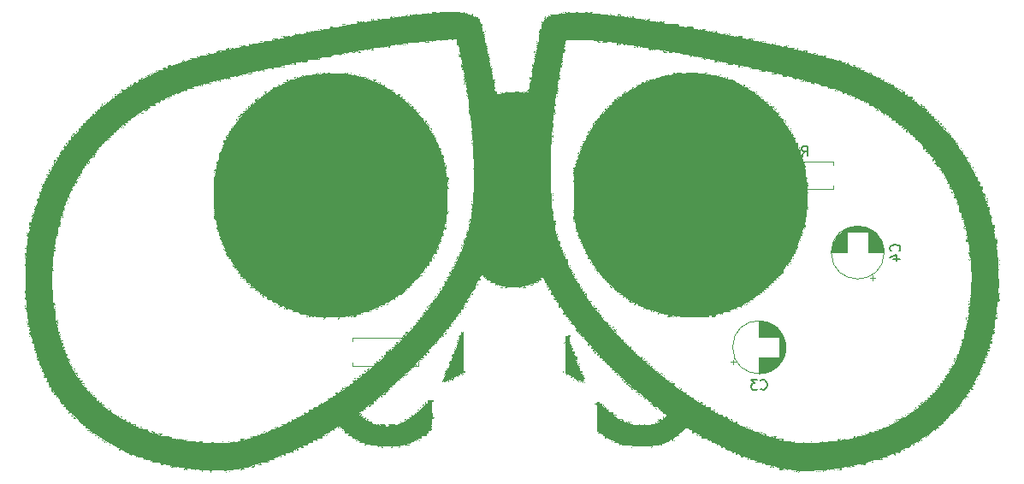
<source format=gbr>
%TF.GenerationSoftware,KiCad,Pcbnew,9.0.6*%
%TF.CreationDate,2026-01-05T01:28:46+00:00*%
%TF.ProjectId,BLINKER,424c494e-4b45-4522-9e6b-696361645f70,rev?*%
%TF.SameCoordinates,Original*%
%TF.FileFunction,Legend,Bot*%
%TF.FilePolarity,Positive*%
%FSLAX46Y46*%
G04 Gerber Fmt 4.6, Leading zero omitted, Abs format (unit mm)*
G04 Created by KiCad (PCBNEW 9.0.6) date 2026-01-05 01:28:46*
%MOMM*%
%LPD*%
G01*
G04 APERTURE LIST*
%ADD10C,0.150000*%
%ADD11C,0.300000*%
%ADD12C,0.120000*%
%ADD13C,0.000000*%
G04 APERTURE END LIST*
D10*
X110351866Y-60889219D02*
X110685199Y-60413028D01*
X110923294Y-60889219D02*
X110923294Y-59889219D01*
X110923294Y-59889219D02*
X110542342Y-59889219D01*
X110542342Y-59889219D02*
X110447104Y-59936838D01*
X110447104Y-59936838D02*
X110399485Y-59984457D01*
X110399485Y-59984457D02*
X110351866Y-60079695D01*
X110351866Y-60079695D02*
X110351866Y-60222552D01*
X110351866Y-60222552D02*
X110399485Y-60317790D01*
X110399485Y-60317790D02*
X110447104Y-60365409D01*
X110447104Y-60365409D02*
X110542342Y-60413028D01*
X110542342Y-60413028D02*
X110923294Y-60413028D01*
X109494723Y-60222552D02*
X109494723Y-60889219D01*
X109732818Y-59841600D02*
X109970913Y-60555885D01*
X109970913Y-60555885D02*
X109351866Y-60555885D01*
X161062780Y-48058533D02*
X161110400Y-48010914D01*
X161110400Y-48010914D02*
X161158019Y-47868057D01*
X161158019Y-47868057D02*
X161158019Y-47772819D01*
X161158019Y-47772819D02*
X161110400Y-47629962D01*
X161110400Y-47629962D02*
X161015161Y-47534724D01*
X161015161Y-47534724D02*
X160919923Y-47487105D01*
X160919923Y-47487105D02*
X160729447Y-47439486D01*
X160729447Y-47439486D02*
X160586590Y-47439486D01*
X160586590Y-47439486D02*
X160396114Y-47487105D01*
X160396114Y-47487105D02*
X160300876Y-47534724D01*
X160300876Y-47534724D02*
X160205638Y-47629962D01*
X160205638Y-47629962D02*
X160158019Y-47772819D01*
X160158019Y-47772819D02*
X160158019Y-47868057D01*
X160158019Y-47868057D02*
X160205638Y-48010914D01*
X160205638Y-48010914D02*
X160253257Y-48058533D01*
X160491352Y-48915676D02*
X161158019Y-48915676D01*
X160110400Y-48677581D02*
X160824685Y-48439486D01*
X160824685Y-48439486D02*
X160824685Y-49058533D01*
X147358979Y-61716780D02*
X147406598Y-61764400D01*
X147406598Y-61764400D02*
X147549455Y-61812019D01*
X147549455Y-61812019D02*
X147644693Y-61812019D01*
X147644693Y-61812019D02*
X147787550Y-61764400D01*
X147787550Y-61764400D02*
X147882788Y-61669161D01*
X147882788Y-61669161D02*
X147930407Y-61573923D01*
X147930407Y-61573923D02*
X147978026Y-61383447D01*
X147978026Y-61383447D02*
X147978026Y-61240590D01*
X147978026Y-61240590D02*
X147930407Y-61050114D01*
X147930407Y-61050114D02*
X147882788Y-60954876D01*
X147882788Y-60954876D02*
X147787550Y-60859638D01*
X147787550Y-60859638D02*
X147644693Y-60812019D01*
X147644693Y-60812019D02*
X147549455Y-60812019D01*
X147549455Y-60812019D02*
X147406598Y-60859638D01*
X147406598Y-60859638D02*
X147358979Y-60907257D01*
X147025645Y-60812019D02*
X146406598Y-60812019D01*
X146406598Y-60812019D02*
X146739931Y-61192971D01*
X146739931Y-61192971D02*
X146597074Y-61192971D01*
X146597074Y-61192971D02*
X146501836Y-61240590D01*
X146501836Y-61240590D02*
X146454217Y-61288209D01*
X146454217Y-61288209D02*
X146406598Y-61383447D01*
X146406598Y-61383447D02*
X146406598Y-61621542D01*
X146406598Y-61621542D02*
X146454217Y-61716780D01*
X146454217Y-61716780D02*
X146501836Y-61764400D01*
X146501836Y-61764400D02*
X146597074Y-61812019D01*
X146597074Y-61812019D02*
X146882788Y-61812019D01*
X146882788Y-61812019D02*
X146978026Y-61764400D01*
X146978026Y-61764400D02*
X147025645Y-61716780D01*
X141616038Y-43363219D02*
X141949371Y-42887028D01*
X142187466Y-43363219D02*
X142187466Y-42363219D01*
X142187466Y-42363219D02*
X141806514Y-42363219D01*
X141806514Y-42363219D02*
X141711276Y-42410838D01*
X141711276Y-42410838D02*
X141663657Y-42458457D01*
X141663657Y-42458457D02*
X141616038Y-42553695D01*
X141616038Y-42553695D02*
X141616038Y-42696552D01*
X141616038Y-42696552D02*
X141663657Y-42791790D01*
X141663657Y-42791790D02*
X141711276Y-42839409D01*
X141711276Y-42839409D02*
X141806514Y-42887028D01*
X141806514Y-42887028D02*
X142187466Y-42887028D01*
X141330323Y-42363219D02*
X140996990Y-43363219D01*
X140996990Y-43363219D02*
X140663657Y-42363219D01*
X139806514Y-43363219D02*
X140377942Y-43363219D01*
X140092228Y-43363219D02*
X140092228Y-42363219D01*
X140092228Y-42363219D02*
X140187466Y-42506076D01*
X140187466Y-42506076D02*
X140282704Y-42601314D01*
X140282704Y-42601314D02*
X140377942Y-42648933D01*
X151398266Y-38674019D02*
X151731599Y-38197828D01*
X151969694Y-38674019D02*
X151969694Y-37674019D01*
X151969694Y-37674019D02*
X151588742Y-37674019D01*
X151588742Y-37674019D02*
X151493504Y-37721638D01*
X151493504Y-37721638D02*
X151445885Y-37769257D01*
X151445885Y-37769257D02*
X151398266Y-37864495D01*
X151398266Y-37864495D02*
X151398266Y-38007352D01*
X151398266Y-38007352D02*
X151445885Y-38102590D01*
X151445885Y-38102590D02*
X151493504Y-38150209D01*
X151493504Y-38150209D02*
X151588742Y-38197828D01*
X151588742Y-38197828D02*
X151969694Y-38197828D01*
X150445885Y-38674019D02*
X151017313Y-38674019D01*
X150731599Y-38674019D02*
X150731599Y-37674019D01*
X150731599Y-37674019D02*
X150826837Y-37816876D01*
X150826837Y-37816876D02*
X150922075Y-37912114D01*
X150922075Y-37912114D02*
X151017313Y-37959733D01*
D11*
X124081427Y-46379757D02*
X124224285Y-46308328D01*
X124224285Y-46308328D02*
X124438570Y-46308328D01*
X124438570Y-46308328D02*
X124652856Y-46379757D01*
X124652856Y-46379757D02*
X124795713Y-46522614D01*
X124795713Y-46522614D02*
X124867142Y-46665471D01*
X124867142Y-46665471D02*
X124938570Y-46951185D01*
X124938570Y-46951185D02*
X124938570Y-47165471D01*
X124938570Y-47165471D02*
X124867142Y-47451185D01*
X124867142Y-47451185D02*
X124795713Y-47594042D01*
X124795713Y-47594042D02*
X124652856Y-47736900D01*
X124652856Y-47736900D02*
X124438570Y-47808328D01*
X124438570Y-47808328D02*
X124295713Y-47808328D01*
X124295713Y-47808328D02*
X124081427Y-47736900D01*
X124081427Y-47736900D02*
X124009999Y-47665471D01*
X124009999Y-47665471D02*
X124009999Y-47165471D01*
X124009999Y-47165471D02*
X124295713Y-47165471D01*
X123152856Y-46308328D02*
X123152856Y-46665471D01*
X123509999Y-46522614D02*
X123152856Y-46665471D01*
X123152856Y-46665471D02*
X122795713Y-46522614D01*
X123367142Y-46951185D02*
X123152856Y-46665471D01*
X123152856Y-46665471D02*
X122938570Y-46951185D01*
X122009999Y-46308328D02*
X122009999Y-46665471D01*
X122367142Y-46522614D02*
X122009999Y-46665471D01*
X122009999Y-46665471D02*
X121652856Y-46522614D01*
X122224285Y-46951185D02*
X122009999Y-46665471D01*
X122009999Y-46665471D02*
X121795713Y-46951185D01*
X120867142Y-46308328D02*
X120867142Y-46665471D01*
X121224285Y-46522614D02*
X120867142Y-46665471D01*
X120867142Y-46665471D02*
X120509999Y-46522614D01*
X121081428Y-46951185D02*
X120867142Y-46665471D01*
X120867142Y-46665471D02*
X120652856Y-46951185D01*
D12*
%TO.C,R4*%
X113455200Y-56694400D02*
X113455200Y-57024400D01*
X113455200Y-59434400D02*
X113455200Y-59104400D01*
X106915200Y-56694400D02*
X113455200Y-56694400D01*
X106915200Y-57024400D02*
X106915200Y-56694400D01*
X106915200Y-59104400D02*
X106915200Y-59434400D01*
X106915200Y-59434400D02*
X113455200Y-59434400D01*
%TO.C,C4*%
X159573200Y-48225200D02*
G75*
G02*
X154333200Y-48225200I-2620000J0D01*
G01*
X154333200Y-48225200D02*
G75*
G02*
X159573200Y-48225200I2620000J0D01*
G01*
X157236200Y-45625200D02*
X156670200Y-45625200D01*
X157470200Y-45665200D02*
X156436200Y-45665200D01*
X157630200Y-45705200D02*
X156276200Y-45705200D01*
X157758200Y-45745200D02*
X156148200Y-45745200D01*
X157867200Y-45785200D02*
X156039200Y-45785200D01*
X157964200Y-45825200D02*
X155942200Y-45825200D01*
X158051200Y-45865200D02*
X155855200Y-45865200D01*
X158130200Y-45905200D02*
X155776200Y-45905200D01*
X158204200Y-45945200D02*
X155702200Y-45945200D01*
X158272200Y-45985200D02*
X155634200Y-45985200D01*
X158336200Y-46025200D02*
X155570200Y-46025200D01*
X158396200Y-46065200D02*
X155510200Y-46065200D01*
X158452200Y-46105200D02*
X155454200Y-46105200D01*
X158506200Y-46145200D02*
X155400200Y-46145200D01*
X158557200Y-46185200D02*
X155349200Y-46185200D01*
X155913200Y-46225200D02*
X155301200Y-46225200D01*
X158605200Y-46225200D02*
X157993200Y-46225200D01*
X155913200Y-46265200D02*
X155254200Y-46265200D01*
X158652200Y-46265200D02*
X157993200Y-46265200D01*
X155913200Y-46305200D02*
X155210200Y-46305200D01*
X158696200Y-46305200D02*
X157993200Y-46305200D01*
X155913200Y-46345200D02*
X155168200Y-46345200D01*
X158738200Y-46345200D02*
X157993200Y-46345200D01*
X155913200Y-46385200D02*
X155128200Y-46385200D01*
X158778200Y-46385200D02*
X157993200Y-46385200D01*
X155913200Y-46425200D02*
X155089200Y-46425200D01*
X158817200Y-46425200D02*
X157993200Y-46425200D01*
X155913200Y-46465200D02*
X155052200Y-46465200D01*
X158854200Y-46465200D02*
X157993200Y-46465200D01*
X155913200Y-46505200D02*
X155017200Y-46505200D01*
X158889200Y-46505200D02*
X157993200Y-46505200D01*
X155913200Y-46545200D02*
X154983200Y-46545200D01*
X158923200Y-46545200D02*
X157993200Y-46545200D01*
X155913200Y-46585200D02*
X154950200Y-46585200D01*
X158956200Y-46585200D02*
X157993200Y-46585200D01*
X155913200Y-46625200D02*
X154918200Y-46625200D01*
X158988200Y-46625200D02*
X157993200Y-46625200D01*
X155913200Y-46665200D02*
X154888200Y-46665200D01*
X159018200Y-46665200D02*
X157993200Y-46665200D01*
X155913200Y-46705200D02*
X154859200Y-46705200D01*
X159047200Y-46705200D02*
X157993200Y-46705200D01*
X155913200Y-46745200D02*
X154831200Y-46745200D01*
X159075200Y-46745200D02*
X157993200Y-46745200D01*
X155913200Y-46785200D02*
X154804200Y-46785200D01*
X159102200Y-46785200D02*
X157993200Y-46785200D01*
X155913200Y-46825200D02*
X154778200Y-46825200D01*
X159128200Y-46825200D02*
X157993200Y-46825200D01*
X155913200Y-46865200D02*
X154754200Y-46865200D01*
X159152200Y-46865200D02*
X157993200Y-46865200D01*
X155913200Y-46905200D02*
X154730200Y-46905200D01*
X159176200Y-46905200D02*
X157993200Y-46905200D01*
X155913200Y-46945200D02*
X154707200Y-46945200D01*
X159199200Y-46945200D02*
X157993200Y-46945200D01*
X155913200Y-46985200D02*
X154685200Y-46985200D01*
X159221200Y-46985200D02*
X157993200Y-46985200D01*
X155913200Y-47025200D02*
X154664200Y-47025200D01*
X159242200Y-47025200D02*
X157993200Y-47025200D01*
X155913200Y-47065200D02*
X154644200Y-47065200D01*
X159262200Y-47065200D02*
X157993200Y-47065200D01*
X155913200Y-47105200D02*
X154624200Y-47105200D01*
X159282200Y-47105200D02*
X157993200Y-47105200D01*
X155913200Y-47145200D02*
X154606200Y-47145200D01*
X159300200Y-47145200D02*
X157993200Y-47145200D01*
X155913200Y-47185200D02*
X154588200Y-47185200D01*
X159318200Y-47185200D02*
X157993200Y-47185200D01*
X155913200Y-47225200D02*
X154571200Y-47225200D01*
X159335200Y-47225200D02*
X157993200Y-47225200D01*
X155913200Y-47265200D02*
X154555200Y-47265200D01*
X159351200Y-47265200D02*
X157993200Y-47265200D01*
X155913200Y-47305200D02*
X154540200Y-47305200D01*
X159366200Y-47305200D02*
X157993200Y-47305200D01*
X155913200Y-47345200D02*
X154525200Y-47345200D01*
X159381200Y-47345200D02*
X157993200Y-47345200D01*
X155913200Y-47385200D02*
X154511200Y-47385200D01*
X159395200Y-47385200D02*
X157993200Y-47385200D01*
X155913200Y-47425200D02*
X154498200Y-47425200D01*
X159408200Y-47425200D02*
X157993200Y-47425200D01*
X155913200Y-47465200D02*
X154486200Y-47465200D01*
X159420200Y-47465200D02*
X157993200Y-47465200D01*
X155913200Y-47505200D02*
X154474200Y-47505200D01*
X159432200Y-47505200D02*
X157993200Y-47505200D01*
X155913200Y-47545200D02*
X154463200Y-47545200D01*
X159443200Y-47545200D02*
X157993200Y-47545200D01*
X155913200Y-47585200D02*
X154452200Y-47585200D01*
X159454200Y-47585200D02*
X157993200Y-47585200D01*
X155913200Y-47625200D02*
X154443200Y-47625200D01*
X159463200Y-47625200D02*
X157993200Y-47625200D01*
X155913200Y-47665200D02*
X154434200Y-47665200D01*
X159472200Y-47665200D02*
X157993200Y-47665200D01*
X155913200Y-47705200D02*
X154425200Y-47705200D01*
X159481200Y-47705200D02*
X157993200Y-47705200D01*
X155913200Y-47745200D02*
X154417200Y-47745200D01*
X159489200Y-47745200D02*
X157993200Y-47745200D01*
X155913200Y-47785200D02*
X154410200Y-47785200D01*
X159496200Y-47785200D02*
X157993200Y-47785200D01*
X155913200Y-47825200D02*
X154404200Y-47825200D01*
X159502200Y-47825200D02*
X157993200Y-47825200D01*
X155913200Y-47865200D02*
X154398200Y-47865200D01*
X159508200Y-47865200D02*
X157993200Y-47865200D01*
X155913200Y-47905200D02*
X154393200Y-47905200D01*
X159513200Y-47905200D02*
X157993200Y-47905200D01*
X155913200Y-47945200D02*
X154388200Y-47945200D01*
X159518200Y-47945200D02*
X157993200Y-47945200D01*
X155913200Y-47985200D02*
X154384200Y-47985200D01*
X159522200Y-47985200D02*
X157993200Y-47985200D01*
X155913200Y-48025200D02*
X154381200Y-48025200D01*
X159525200Y-48025200D02*
X157993200Y-48025200D01*
X155913200Y-48065200D02*
X154378200Y-48065200D01*
X159528200Y-48065200D02*
X157993200Y-48065200D01*
X155913200Y-48105200D02*
X154376200Y-48105200D01*
X159530200Y-48105200D02*
X157993200Y-48105200D01*
X155913200Y-48145200D02*
X154374200Y-48145200D01*
X159532200Y-48145200D02*
X157993200Y-48145200D01*
X155913200Y-48185200D02*
X154373200Y-48185200D01*
X159533200Y-48185200D02*
X157993200Y-48185200D01*
X155913200Y-48225200D02*
X154373200Y-48225200D01*
X159533200Y-48225200D02*
X157993200Y-48225200D01*
X158678200Y-50779975D02*
X158178200Y-50779975D01*
X158428200Y-51029975D02*
X158428200Y-50529975D01*
%TO.C,C3*%
X149812313Y-57607200D02*
G75*
G02*
X144572313Y-57607200I-2620000J0D01*
G01*
X144572313Y-57607200D02*
G75*
G02*
X149812313Y-57607200I2620000J0D01*
G01*
X149792313Y-57890200D02*
X149792313Y-57324200D01*
X149752313Y-58124200D02*
X149752313Y-57090200D01*
X149712313Y-58284200D02*
X149712313Y-56930200D01*
X149672313Y-58412200D02*
X149672313Y-56802200D01*
X149632313Y-58521200D02*
X149632313Y-56693200D01*
X149592313Y-58618200D02*
X149592313Y-56596200D01*
X149552313Y-58705200D02*
X149552313Y-56509200D01*
X149512313Y-58784200D02*
X149512313Y-56430200D01*
X149472313Y-58858200D02*
X149472313Y-56356200D01*
X149432313Y-58926200D02*
X149432313Y-56288200D01*
X149392313Y-58990200D02*
X149392313Y-56224200D01*
X149352313Y-59050200D02*
X149352313Y-56164200D01*
X149312313Y-59106200D02*
X149312313Y-56108200D01*
X149272313Y-59160200D02*
X149272313Y-56054200D01*
X149232313Y-59211200D02*
X149232313Y-56003200D01*
X149192313Y-56567200D02*
X149192313Y-55955200D01*
X149192313Y-59259200D02*
X149192313Y-58647200D01*
X149152313Y-56567200D02*
X149152313Y-55908200D01*
X149152313Y-59306200D02*
X149152313Y-58647200D01*
X149112313Y-56567200D02*
X149112313Y-55864200D01*
X149112313Y-59350200D02*
X149112313Y-58647200D01*
X149072313Y-56567200D02*
X149072313Y-55822200D01*
X149072313Y-59392200D02*
X149072313Y-58647200D01*
X149032313Y-56567200D02*
X149032313Y-55782200D01*
X149032313Y-59432200D02*
X149032313Y-58647200D01*
X148992313Y-56567200D02*
X148992313Y-55743200D01*
X148992313Y-59471200D02*
X148992313Y-58647200D01*
X148952313Y-56567200D02*
X148952313Y-55706200D01*
X148952313Y-59508200D02*
X148952313Y-58647200D01*
X148912313Y-56567200D02*
X148912313Y-55671200D01*
X148912313Y-59543200D02*
X148912313Y-58647200D01*
X148872313Y-56567200D02*
X148872313Y-55637200D01*
X148872313Y-59577200D02*
X148872313Y-58647200D01*
X148832313Y-56567200D02*
X148832313Y-55604200D01*
X148832313Y-59610200D02*
X148832313Y-58647200D01*
X148792313Y-56567200D02*
X148792313Y-55572200D01*
X148792313Y-59642200D02*
X148792313Y-58647200D01*
X148752313Y-56567200D02*
X148752313Y-55542200D01*
X148752313Y-59672200D02*
X148752313Y-58647200D01*
X148712313Y-56567200D02*
X148712313Y-55513200D01*
X148712313Y-59701200D02*
X148712313Y-58647200D01*
X148672313Y-56567200D02*
X148672313Y-55485200D01*
X148672313Y-59729200D02*
X148672313Y-58647200D01*
X148632313Y-56567200D02*
X148632313Y-55458200D01*
X148632313Y-59756200D02*
X148632313Y-58647200D01*
X148592313Y-56567200D02*
X148592313Y-55432200D01*
X148592313Y-59782200D02*
X148592313Y-58647200D01*
X148552313Y-56567200D02*
X148552313Y-55408200D01*
X148552313Y-59806200D02*
X148552313Y-58647200D01*
X148512313Y-56567200D02*
X148512313Y-55384200D01*
X148512313Y-59830200D02*
X148512313Y-58647200D01*
X148472313Y-56567200D02*
X148472313Y-55361200D01*
X148472313Y-59853200D02*
X148472313Y-58647200D01*
X148432313Y-56567200D02*
X148432313Y-55339200D01*
X148432313Y-59875200D02*
X148432313Y-58647200D01*
X148392313Y-56567200D02*
X148392313Y-55318200D01*
X148392313Y-59896200D02*
X148392313Y-58647200D01*
X148352313Y-56567200D02*
X148352313Y-55298200D01*
X148352313Y-59916200D02*
X148352313Y-58647200D01*
X148312313Y-56567200D02*
X148312313Y-55278200D01*
X148312313Y-59936200D02*
X148312313Y-58647200D01*
X148272313Y-56567200D02*
X148272313Y-55260200D01*
X148272313Y-59954200D02*
X148272313Y-58647200D01*
X148232313Y-56567200D02*
X148232313Y-55242200D01*
X148232313Y-59972200D02*
X148232313Y-58647200D01*
X148192313Y-56567200D02*
X148192313Y-55225200D01*
X148192313Y-59989200D02*
X148192313Y-58647200D01*
X148152313Y-56567200D02*
X148152313Y-55209200D01*
X148152313Y-60005200D02*
X148152313Y-58647200D01*
X148112313Y-56567200D02*
X148112313Y-55194200D01*
X148112313Y-60020200D02*
X148112313Y-58647200D01*
X148072313Y-56567200D02*
X148072313Y-55179200D01*
X148072313Y-60035200D02*
X148072313Y-58647200D01*
X148032313Y-56567200D02*
X148032313Y-55165200D01*
X148032313Y-60049200D02*
X148032313Y-58647200D01*
X147992313Y-56567200D02*
X147992313Y-55152200D01*
X147992313Y-60062200D02*
X147992313Y-58647200D01*
X147952313Y-56567200D02*
X147952313Y-55140200D01*
X147952313Y-60074200D02*
X147952313Y-58647200D01*
X147912313Y-56567200D02*
X147912313Y-55128200D01*
X147912313Y-60086200D02*
X147912313Y-58647200D01*
X147872313Y-56567200D02*
X147872313Y-55117200D01*
X147872313Y-60097200D02*
X147872313Y-58647200D01*
X147832313Y-56567200D02*
X147832313Y-55106200D01*
X147832313Y-60108200D02*
X147832313Y-58647200D01*
X147792313Y-56567200D02*
X147792313Y-55097200D01*
X147792313Y-60117200D02*
X147792313Y-58647200D01*
X147752313Y-56567200D02*
X147752313Y-55088200D01*
X147752313Y-60126200D02*
X147752313Y-58647200D01*
X147712313Y-56567200D02*
X147712313Y-55079200D01*
X147712313Y-60135200D02*
X147712313Y-58647200D01*
X147672313Y-56567200D02*
X147672313Y-55071200D01*
X147672313Y-60143200D02*
X147672313Y-58647200D01*
X147632313Y-56567200D02*
X147632313Y-55064200D01*
X147632313Y-60150200D02*
X147632313Y-58647200D01*
X147592313Y-56567200D02*
X147592313Y-55058200D01*
X147592313Y-60156200D02*
X147592313Y-58647200D01*
X147552313Y-56567200D02*
X147552313Y-55052200D01*
X147552313Y-60162200D02*
X147552313Y-58647200D01*
X147512313Y-56567200D02*
X147512313Y-55047200D01*
X147512313Y-60167200D02*
X147512313Y-58647200D01*
X147472313Y-56567200D02*
X147472313Y-55042200D01*
X147472313Y-60172200D02*
X147472313Y-58647200D01*
X147432313Y-56567200D02*
X147432313Y-55038200D01*
X147432313Y-60176200D02*
X147432313Y-58647200D01*
X147392313Y-56567200D02*
X147392313Y-55035200D01*
X147392313Y-60179200D02*
X147392313Y-58647200D01*
X147352313Y-56567200D02*
X147352313Y-55032200D01*
X147352313Y-60182200D02*
X147352313Y-58647200D01*
X147312313Y-56567200D02*
X147312313Y-55030200D01*
X147312313Y-60184200D02*
X147312313Y-58647200D01*
X147272313Y-56567200D02*
X147272313Y-55028200D01*
X147272313Y-60186200D02*
X147272313Y-58647200D01*
X147232313Y-56567200D02*
X147232313Y-55027200D01*
X147232313Y-60187200D02*
X147232313Y-58647200D01*
X147192313Y-56567200D02*
X147192313Y-55027200D01*
X147192313Y-60187200D02*
X147192313Y-58647200D01*
X144637538Y-59332200D02*
X144637538Y-58832200D01*
X144387538Y-59082200D02*
X144887538Y-59082200D01*
%TO.C,RV1*%
X144290800Y-39168400D02*
X144290800Y-39498400D01*
X144290800Y-41908400D02*
X144290800Y-41578400D01*
X137750800Y-39168400D02*
X144290800Y-39168400D01*
X137750800Y-39498400D02*
X137750800Y-39168400D01*
X137750800Y-41578400D02*
X137750800Y-41908400D01*
X137750800Y-41908400D02*
X144290800Y-41908400D01*
%TO.C,R1*%
X147961600Y-41959200D02*
X147961600Y-41629200D01*
X147961600Y-39219200D02*
X147961600Y-39549200D01*
X154501600Y-41959200D02*
X147961600Y-41959200D01*
X154501600Y-41629200D02*
X154501600Y-41959200D01*
X154501600Y-39549200D02*
X154501600Y-39219200D01*
X154501600Y-39219200D02*
X147961600Y-39219200D01*
D13*
%TO.C,G\u002A\u002A\u002A*%
G36*
X129212635Y-24419975D02*
G01*
X129211493Y-24422155D01*
X129235327Y-24436387D01*
X129305165Y-24449590D01*
X129408790Y-24461155D01*
X129533986Y-24470473D01*
X129668537Y-24476934D01*
X129800228Y-24479929D01*
X129916841Y-24478849D01*
X130006161Y-24473085D01*
X130055973Y-24462028D01*
X130096177Y-24442297D01*
X130134612Y-24435681D01*
X130138310Y-24465668D01*
X130137353Y-24476304D01*
X130148023Y-24492737D01*
X130182713Y-24505245D01*
X130250414Y-24515474D01*
X130360119Y-24525069D01*
X130520820Y-24535678D01*
X130568772Y-24538761D01*
X130699625Y-24548377D01*
X130810496Y-24558153D01*
X130881395Y-24566387D01*
X130887760Y-24567364D01*
X130995631Y-24581226D01*
X131130859Y-24595063D01*
X131278932Y-24607816D01*
X131425340Y-24618426D01*
X131555573Y-24625835D01*
X131655120Y-24628984D01*
X131709469Y-24626813D01*
X131758534Y-24626207D01*
X131823172Y-24650505D01*
X131829780Y-24655801D01*
X131855391Y-24671742D01*
X131843276Y-24645159D01*
X131832371Y-24618660D01*
X131859502Y-24628726D01*
X131879439Y-24639338D01*
X131946706Y-24661288D01*
X132001986Y-24670380D01*
X132082341Y-24684615D01*
X132125978Y-24691765D01*
X132236384Y-24704575D01*
X132349291Y-24712138D01*
X132449168Y-24713986D01*
X132520484Y-24709650D01*
X132547707Y-24698661D01*
X132543276Y-24687081D01*
X132504443Y-24672316D01*
X132485996Y-24670160D01*
X132467003Y-24659003D01*
X132562755Y-24659003D01*
X132568583Y-24700624D01*
X132583417Y-24737345D01*
X132594567Y-24747375D01*
X132611256Y-24762387D01*
X132631994Y-24754840D01*
X132632151Y-24720182D01*
X132595105Y-24674276D01*
X132585549Y-24666624D01*
X132562755Y-24659003D01*
X132467003Y-24659003D01*
X132444944Y-24646045D01*
X132443492Y-24621309D01*
X132477879Y-24615658D01*
X132533022Y-24628356D01*
X132591566Y-24655225D01*
X132636157Y-24692087D01*
X132665647Y-24720182D01*
X132682654Y-24736384D01*
X132713326Y-24731572D01*
X132734941Y-24719637D01*
X132777993Y-24753084D01*
X132802005Y-24777949D01*
X132799371Y-24762387D01*
X132797922Y-24759527D01*
X132789962Y-24733151D01*
X132819662Y-24751484D01*
X132868076Y-24770477D01*
X132957873Y-24788782D01*
X133068356Y-24801763D01*
X133075109Y-24802291D01*
X133173935Y-24809261D01*
X133241497Y-24812631D01*
X133263510Y-24811676D01*
X133243608Y-24797600D01*
X133194958Y-24761397D01*
X133158678Y-24739126D01*
X133159200Y-24754881D01*
X133166102Y-24773430D01*
X133147450Y-24792410D01*
X133133969Y-24788731D01*
X133126275Y-24754881D01*
X133139484Y-24737320D01*
X133188824Y-24726173D01*
X133201519Y-24727303D01*
X133238553Y-24702428D01*
X133241062Y-24632555D01*
X133241905Y-24624305D01*
X133267612Y-24626871D01*
X133281011Y-24643530D01*
X133271553Y-24696656D01*
X133261015Y-24730542D01*
X133286484Y-24786088D01*
X133310633Y-24805116D01*
X133328322Y-24806834D01*
X133332754Y-24801158D01*
X133365851Y-24812312D01*
X133380517Y-24820451D01*
X133428051Y-24838054D01*
X133464163Y-24842734D01*
X133466440Y-24830450D01*
X133461766Y-24817747D01*
X133479071Y-24776639D01*
X133492444Y-24743792D01*
X133472612Y-24705363D01*
X133424724Y-24687046D01*
X133367423Y-24701401D01*
X133345552Y-24715476D01*
X133336294Y-24727041D01*
X133380863Y-24716762D01*
X133424366Y-24711599D01*
X133448416Y-24732112D01*
X133446481Y-24743355D01*
X133420957Y-24748960D01*
X133411944Y-24745145D01*
X133383427Y-24761238D01*
X133372369Y-24773928D01*
X133328322Y-24760854D01*
X133314818Y-24751329D01*
X133301570Y-24725089D01*
X133337419Y-24689789D01*
X133339061Y-24688526D01*
X133371528Y-24653090D01*
X133352431Y-24630590D01*
X133346600Y-24623446D01*
X133388369Y-24631232D01*
X133452158Y-24652114D01*
X133516276Y-24700091D01*
X133523475Y-24762387D01*
X133526414Y-24818619D01*
X133578561Y-24858997D01*
X133675134Y-24872644D01*
X133748305Y-24878072D01*
X133802734Y-24893806D01*
X133820834Y-24900202D01*
X133839183Y-24876747D01*
X133842135Y-24859632D01*
X133861701Y-24867469D01*
X133883807Y-24883659D01*
X133943806Y-24895521D01*
X133980534Y-24896974D01*
X134033877Y-24909664D01*
X134056827Y-24919013D01*
X134120473Y-24934581D01*
X134123190Y-24934993D01*
X134158698Y-24932938D01*
X134143467Y-24902924D01*
X134139736Y-24897493D01*
X134199007Y-24897493D01*
X134214019Y-24912505D01*
X134229031Y-24897493D01*
X134214019Y-24882481D01*
X134199007Y-24897493D01*
X134139736Y-24897493D01*
X134132465Y-24886908D01*
X134135326Y-24862854D01*
X134171282Y-24862105D01*
X134225242Y-24882566D01*
X134246690Y-24897493D01*
X134282114Y-24922146D01*
X134327192Y-24956171D01*
X134330101Y-24957540D01*
X134394329Y-24987767D01*
X134447555Y-24994097D01*
X134469220Y-24970592D01*
X134466867Y-24959814D01*
X134439196Y-24957540D01*
X134422857Y-24959453D01*
X134409173Y-24925612D01*
X134409121Y-24920201D01*
X134399595Y-24891786D01*
X134364137Y-24912505D01*
X134336553Y-24929848D01*
X134319102Y-24918683D01*
X134339419Y-24881138D01*
X134390263Y-24876799D01*
X134451793Y-24908917D01*
X134481600Y-24933248D01*
X134499878Y-24939533D01*
X134489667Y-24903440D01*
X134482824Y-24872497D01*
X134500809Y-24868437D01*
X134515333Y-24891487D01*
X134512513Y-24948019D01*
X134506773Y-24968347D01*
X134512470Y-24995800D01*
X134560087Y-24987311D01*
X134601999Y-24979333D01*
X134607938Y-24996732D01*
X134613271Y-25015875D01*
X134664956Y-25019009D01*
X134717959Y-25019242D01*
X134755294Y-25033974D01*
X134770317Y-25044556D01*
X134822117Y-25047234D01*
X134850549Y-25041805D01*
X134889551Y-25034437D01*
X134892025Y-25030079D01*
X134866390Y-25007452D01*
X134858887Y-25002076D01*
X134848612Y-24971177D01*
X134883076Y-24919971D01*
X134931827Y-24879544D01*
X134981296Y-24884151D01*
X134983272Y-24885407D01*
X135006932Y-24906750D01*
X134973888Y-24912045D01*
X134947720Y-24914929D01*
X134903493Y-24949227D01*
X134907972Y-25015645D01*
X134930062Y-25046521D01*
X134968804Y-25029119D01*
X134971873Y-25026591D01*
X134999176Y-25011066D01*
X134992109Y-25043365D01*
X134989969Y-25074211D01*
X135023099Y-25090494D01*
X135104010Y-25097092D01*
X135156026Y-25098913D01*
X135252907Y-25103247D01*
X135309227Y-25108541D01*
X135338979Y-25116573D01*
X135356152Y-25129120D01*
X135376493Y-25136426D01*
X135428480Y-25123472D01*
X135471345Y-25107552D01*
X135552725Y-25110647D01*
X135608615Y-25152694D01*
X135611424Y-25154807D01*
X135636039Y-25178954D01*
X135699094Y-25201482D01*
X135735661Y-25204740D01*
X135767742Y-25211219D01*
X135785344Y-25217279D01*
X135839835Y-25229343D01*
X135895483Y-25219245D01*
X135931681Y-25177789D01*
X135927668Y-25126395D01*
X135930827Y-25114294D01*
X135971863Y-25105514D01*
X136004941Y-25111111D01*
X136042344Y-25140384D01*
X136042502Y-25157767D01*
X136008789Y-25171480D01*
X135985638Y-25174018D01*
X135948546Y-25205439D01*
X135946750Y-25212009D01*
X135960667Y-25234985D01*
X136003981Y-25231803D01*
X136058099Y-25207184D01*
X136104431Y-25165850D01*
X136128254Y-25135276D01*
X136142110Y-25129795D01*
X136135332Y-25179274D01*
X136131292Y-25222412D01*
X136140280Y-25233013D01*
X136142063Y-25231692D01*
X136182046Y-25234724D01*
X136247211Y-25261188D01*
X136254686Y-25264964D01*
X136317989Y-25289501D01*
X136353231Y-25290275D01*
X136364378Y-25285702D01*
X136404317Y-25301627D01*
X136436511Y-25315277D01*
X136515449Y-25332338D01*
X136617245Y-25344889D01*
X136698198Y-25351750D01*
X136772141Y-25358251D01*
X136803558Y-25361347D01*
X136821461Y-25355354D01*
X136837784Y-25359190D01*
X136865136Y-25377871D01*
X136881509Y-25389053D01*
X136898609Y-25401805D01*
X136931516Y-25406310D01*
X136934006Y-25377268D01*
X136997620Y-25377268D01*
X137001214Y-25412899D01*
X137010244Y-25417596D01*
X137021229Y-25392883D01*
X137019063Y-25376989D01*
X137001214Y-25372867D01*
X136997620Y-25377268D01*
X136934006Y-25377268D01*
X136935645Y-25358147D01*
X136938620Y-25346990D01*
X136970219Y-25343484D01*
X137016303Y-25362040D01*
X137050234Y-25392883D01*
X137052559Y-25394996D01*
X137077174Y-25419144D01*
X137140229Y-25441672D01*
X137176796Y-25444929D01*
X137208877Y-25451409D01*
X137226479Y-25457469D01*
X137280970Y-25469532D01*
X137336618Y-25459435D01*
X137372816Y-25417978D01*
X137368803Y-25366584D01*
X137371962Y-25354483D01*
X137412998Y-25345703D01*
X137446076Y-25351300D01*
X137483478Y-25380573D01*
X137483637Y-25397956D01*
X137449924Y-25411669D01*
X137426773Y-25414207D01*
X137389681Y-25445628D01*
X137387884Y-25452198D01*
X137401802Y-25475175D01*
X137445115Y-25471992D01*
X137499234Y-25447373D01*
X137545566Y-25406039D01*
X137569388Y-25375465D01*
X137583245Y-25369985D01*
X137576466Y-25419463D01*
X137572427Y-25462602D01*
X137581415Y-25473202D01*
X137583198Y-25471881D01*
X137623180Y-25474913D01*
X137688346Y-25501377D01*
X137695821Y-25505153D01*
X137759123Y-25529690D01*
X137794366Y-25530464D01*
X137807629Y-25526192D01*
X137849018Y-25544776D01*
X137880765Y-25558901D01*
X137960258Y-25576372D01*
X138061946Y-25587954D01*
X138139370Y-25593703D01*
X138213222Y-25600475D01*
X138244693Y-25605205D01*
X138245809Y-25605883D01*
X138279720Y-25614308D01*
X138283944Y-25615086D01*
X138289313Y-25618060D01*
X138329499Y-25640318D01*
X138350545Y-25646306D01*
X138397812Y-25625306D01*
X138401758Y-25622130D01*
X138430357Y-25603180D01*
X138421533Y-25625222D01*
X138414650Y-25647074D01*
X138445621Y-25644594D01*
X138467209Y-25631570D01*
X138475644Y-25600247D01*
X138476183Y-25588495D01*
X138511828Y-25593891D01*
X138538393Y-25608873D01*
X138528399Y-25626072D01*
X138494654Y-25647009D01*
X138505076Y-25669108D01*
X138559941Y-25677133D01*
X138601964Y-25669164D01*
X138606990Y-25664627D01*
X138680670Y-25664627D01*
X138685819Y-25698491D01*
X138719431Y-25723143D01*
X138747742Y-25717245D01*
X138759607Y-25685283D01*
X138723839Y-25638279D01*
X138692919Y-25625510D01*
X138680670Y-25664627D01*
X138606990Y-25664627D01*
X138627494Y-25646118D01*
X138626822Y-25639855D01*
X138602745Y-25626310D01*
X138594764Y-25627279D01*
X138595870Y-25605638D01*
X138608765Y-25593740D01*
X138662348Y-25587338D01*
X138725350Y-25607692D01*
X138770440Y-25648146D01*
X138789242Y-25669895D01*
X138827699Y-25674986D01*
X138841291Y-25661687D01*
X138823336Y-25633498D01*
X138806285Y-25614996D01*
X138834782Y-25593296D01*
X138859275Y-25586981D01*
X138878780Y-25596623D01*
X138876837Y-25630505D01*
X138895485Y-25649440D01*
X138944035Y-25616891D01*
X138974205Y-25590536D01*
X138994236Y-25581065D01*
X138985858Y-25612238D01*
X138972240Y-25639096D01*
X138944534Y-25663096D01*
X138939326Y-25663824D01*
X138923137Y-25690905D01*
X138926623Y-25713388D01*
X138929688Y-25733161D01*
X138955252Y-25757699D01*
X138981655Y-25761121D01*
X139047825Y-25768917D01*
X139083924Y-25773694D01*
X139122884Y-25781694D01*
X139128093Y-25783695D01*
X139177631Y-25796020D01*
X139220574Y-25799285D01*
X139230979Y-25791206D01*
X139226434Y-25777718D01*
X139244697Y-25736085D01*
X139259202Y-25709206D01*
X139236931Y-25673475D01*
X139195389Y-25656372D01*
X139137464Y-25647680D01*
X139092181Y-25652226D01*
X139082398Y-25670456D01*
X139084574Y-25671702D01*
X139101723Y-25681522D01*
X139155435Y-25677306D01*
X139189846Y-25672508D01*
X139212955Y-25692868D01*
X139210547Y-25704614D01*
X139182932Y-25708131D01*
X139170158Y-25703851D01*
X139152908Y-25727376D01*
X139146848Y-25749342D01*
X139117594Y-25729862D01*
X139088636Y-25710898D01*
X139041809Y-25728136D01*
X139018183Y-25743282D01*
X138984972Y-25745357D01*
X138981573Y-25724926D01*
X138988059Y-25709903D01*
X139002790Y-25709903D01*
X139003082Y-25714101D01*
X139020462Y-25720712D01*
X139050692Y-25688481D01*
X139057997Y-25671702D01*
X139037452Y-25675241D01*
X139024115Y-25684509D01*
X139002790Y-25709903D01*
X138988059Y-25709903D01*
X139003202Y-25674830D01*
X139043274Y-25622087D01*
X139098171Y-25622087D01*
X139122884Y-25633072D01*
X139138779Y-25630906D01*
X139142900Y-25613057D01*
X139138500Y-25609463D01*
X139102869Y-25613057D01*
X139098171Y-25622087D01*
X139043274Y-25622087D01*
X139043569Y-25621699D01*
X139087699Y-25588411D01*
X139127197Y-25584285D01*
X139199633Y-25607487D01*
X139207191Y-25613057D01*
X139262636Y-25653917D01*
X139291075Y-25708711D01*
X139292377Y-25732006D01*
X139300685Y-25802420D01*
X139319098Y-25832253D01*
X139355568Y-25837363D01*
X139392681Y-25839582D01*
X139468156Y-25857073D01*
X139480999Y-25861649D01*
X139507591Y-25867478D01*
X139483168Y-25846530D01*
X139464598Y-25831550D01*
X139458871Y-25815207D01*
X139492029Y-25821265D01*
X139552695Y-25849276D01*
X139613484Y-25877642D01*
X139692830Y-25894023D01*
X139738628Y-25872842D01*
X139740038Y-25856461D01*
X139705113Y-25843238D01*
X139679535Y-25840283D01*
X139671055Y-25825485D01*
X139696404Y-25819039D01*
X139755085Y-25828767D01*
X139763016Y-25831367D01*
X139799064Y-25851856D01*
X139780707Y-25874929D01*
X139757480Y-25898384D01*
X139788594Y-25918682D01*
X139815514Y-25926043D01*
X139892999Y-25931404D01*
X139976223Y-25923697D01*
X140043310Y-25905844D01*
X140072382Y-25880767D01*
X140075310Y-25858250D01*
X140083641Y-25858250D01*
X140098653Y-25873261D01*
X140113664Y-25858250D01*
X140098653Y-25843238D01*
X140083641Y-25858250D01*
X140075310Y-25858250D01*
X140077549Y-25841029D01*
X140092346Y-25819563D01*
X140127361Y-25842146D01*
X140156754Y-25858211D01*
X140207059Y-25856195D01*
X140225538Y-25848130D01*
X140223439Y-25858250D01*
X140221122Y-25869419D01*
X140205840Y-25884714D01*
X140152045Y-25896575D01*
X140128166Y-25896462D01*
X140093761Y-25919798D01*
X140102352Y-25940784D01*
X140150694Y-25955312D01*
X140197171Y-25959253D01*
X140263783Y-25968823D01*
X140285559Y-25969659D01*
X140308818Y-25948321D01*
X140306054Y-25937301D01*
X140271612Y-25922413D01*
X140257476Y-25921475D01*
X140251845Y-25898310D01*
X140259856Y-25889476D01*
X140304064Y-25882771D01*
X140337539Y-25880377D01*
X140392675Y-25848509D01*
X140417252Y-25827662D01*
X140436790Y-25818704D01*
X140426993Y-25852427D01*
X140413375Y-25879285D01*
X140385669Y-25903285D01*
X140380461Y-25904014D01*
X140364272Y-25931095D01*
X140370823Y-25973351D01*
X140396387Y-25997888D01*
X140422790Y-26001310D01*
X140488960Y-26009106D01*
X140525059Y-26013883D01*
X140564019Y-26021883D01*
X140569228Y-26023884D01*
X140618766Y-26036209D01*
X140661709Y-26039474D01*
X140672113Y-26031395D01*
X140667569Y-26017907D01*
X140685832Y-25976274D01*
X140700336Y-25949395D01*
X140678066Y-25913664D01*
X140636524Y-25896561D01*
X140578599Y-25887869D01*
X140533315Y-25892415D01*
X140523533Y-25910646D01*
X140525707Y-25911891D01*
X140542858Y-25921711D01*
X140596569Y-25917495D01*
X140630981Y-25912697D01*
X140654090Y-25933057D01*
X140651682Y-25944804D01*
X140624066Y-25948321D01*
X140612161Y-25943887D01*
X140594043Y-25965237D01*
X140587467Y-25984810D01*
X140554298Y-25967723D01*
X140524245Y-25950937D01*
X140479739Y-25969551D01*
X140470089Y-25978424D01*
X140434988Y-25991577D01*
X140425684Y-25963298D01*
X140431064Y-25950092D01*
X140443925Y-25950092D01*
X140444217Y-25954290D01*
X140461596Y-25960902D01*
X140491827Y-25928670D01*
X140499132Y-25911891D01*
X140478587Y-25915430D01*
X140465250Y-25924698D01*
X140443925Y-25950092D01*
X140431064Y-25950092D01*
X140448704Y-25906788D01*
X140484351Y-25862276D01*
X140539306Y-25862276D01*
X140564019Y-25873261D01*
X140579914Y-25871095D01*
X140584035Y-25853246D01*
X140579634Y-25849652D01*
X140544003Y-25853246D01*
X140539306Y-25862276D01*
X140484351Y-25862276D01*
X140490205Y-25854966D01*
X140559460Y-25826320D01*
X140649574Y-25851137D01*
X140653569Y-25853246D01*
X140670574Y-25862224D01*
X140716128Y-25908915D01*
X140725581Y-25985786D01*
X140725840Y-26029966D01*
X140741497Y-26070908D01*
X140785628Y-26078702D01*
X140826903Y-26080089D01*
X140909291Y-26097208D01*
X140944676Y-26106911D01*
X140930300Y-26091061D01*
X140921610Y-26082162D01*
X140941899Y-26069008D01*
X141020371Y-26066779D01*
X141054734Y-26068718D01*
X141124357Y-26079997D01*
X141154296Y-26096807D01*
X141164762Y-26115299D01*
X141166603Y-26116781D01*
X141209333Y-26151170D01*
X141215533Y-26154364D01*
X141267844Y-26156583D01*
X141332118Y-26111106D01*
X141340095Y-26103719D01*
X141385961Y-26066419D01*
X141404681Y-26060726D01*
X141408031Y-26079342D01*
X141425314Y-26133513D01*
X141430777Y-26148710D01*
X141432034Y-26172222D01*
X141397963Y-26149522D01*
X141365710Y-26129986D01*
X141330523Y-26142016D01*
X141324896Y-26154501D01*
X141335356Y-26177330D01*
X141358586Y-26181257D01*
X141419693Y-26192228D01*
X141469790Y-26200425D01*
X141554799Y-26211803D01*
X141609080Y-26221914D01*
X141665642Y-26242633D01*
X141668248Y-26244172D01*
X141691076Y-26238923D01*
X141691583Y-26181697D01*
X141686757Y-26142579D01*
X141676722Y-26091309D01*
X141663499Y-26093164D01*
X141640898Y-26143474D01*
X141623242Y-26183408D01*
X141602095Y-26198550D01*
X141571938Y-26165992D01*
X141540624Y-26135775D01*
X141483936Y-26113451D01*
X141459347Y-26109971D01*
X141434705Y-26087590D01*
X141436152Y-26080111D01*
X141465926Y-26067896D01*
X141516540Y-26079038D01*
X141564603Y-26105557D01*
X141586726Y-26139468D01*
X141586755Y-26140173D01*
X141595548Y-26157630D01*
X141617050Y-26117529D01*
X141627317Y-26093890D01*
X141653840Y-26065342D01*
X141691572Y-26084810D01*
X141714811Y-26113343D01*
X141722238Y-26163296D01*
X141718262Y-26193717D01*
X141743269Y-26199796D01*
X141790762Y-26165992D01*
X141794580Y-26162241D01*
X141817363Y-26146762D01*
X141808567Y-26181004D01*
X141792800Y-26209237D01*
X141756749Y-26233545D01*
X141747046Y-26234711D01*
X141744889Y-26248557D01*
X141744223Y-26252835D01*
X141766969Y-26255818D01*
X141815038Y-26230318D01*
X141843663Y-26211581D01*
X141845297Y-26223965D01*
X141836843Y-26245319D01*
X141852828Y-26273963D01*
X141914751Y-26292884D01*
X142029615Y-26305166D01*
X142078991Y-26309674D01*
X142164668Y-26322949D01*
X142214957Y-26338404D01*
X142234096Y-26344807D01*
X142274545Y-26324945D01*
X142293784Y-26307119D01*
X142315282Y-26336110D01*
X142328757Y-26359487D01*
X142368171Y-26383663D01*
X142386188Y-26375429D01*
X142365438Y-26338628D01*
X142347554Y-26312105D01*
X142349443Y-26293592D01*
X142377497Y-26310437D01*
X142422684Y-26357636D01*
X142439626Y-26377303D01*
X142483902Y-26404576D01*
X142538111Y-26387660D01*
X142592439Y-26361477D01*
X142625908Y-26358798D01*
X142628144Y-26391169D01*
X142638674Y-26414724D01*
X142695698Y-26419760D01*
X142773558Y-26404432D01*
X142852022Y-26378344D01*
X142907502Y-26349581D01*
X142922095Y-26325590D01*
X142921906Y-26325269D01*
X142939008Y-26310597D01*
X142996682Y-26304510D01*
X143055449Y-26312457D01*
X143057032Y-26321970D01*
X143059463Y-26336581D01*
X143041983Y-26366375D01*
X143021000Y-26426244D01*
X143012787Y-26480266D01*
X143022764Y-26503758D01*
X143038770Y-26498568D01*
X143082145Y-26466228D01*
X143110756Y-26444733D01*
X143110667Y-26471580D01*
X143110422Y-26472729D01*
X143113874Y-26494135D01*
X143139994Y-26512433D01*
X143197975Y-26530532D01*
X143297009Y-26551342D01*
X143446289Y-26577771D01*
X143502700Y-26587802D01*
X143581395Y-26602947D01*
X143619314Y-26604409D01*
X143661559Y-26584183D01*
X143680436Y-26565910D01*
X143721546Y-26548153D01*
X143755901Y-26547091D01*
X143759605Y-26566931D01*
X143751000Y-26575813D01*
X143710532Y-26575128D01*
X143695627Y-26570549D01*
X143692613Y-26597156D01*
X143726889Y-26626080D01*
X143794085Y-26638864D01*
X143862923Y-26645243D01*
X143919161Y-26663154D01*
X143937775Y-26671486D01*
X143988606Y-26667719D01*
X144024569Y-26668012D01*
X144078861Y-26700790D01*
X144122871Y-26731323D01*
X144155976Y-26734811D01*
X144178050Y-26729562D01*
X144230851Y-26746060D01*
X144272895Y-26760853D01*
X144287864Y-26737497D01*
X144294997Y-26723775D01*
X144319540Y-26751740D01*
X144352598Y-26784336D01*
X144409511Y-26788982D01*
X144427959Y-26790488D01*
X144489375Y-26788687D01*
X144565036Y-26808207D01*
X144601845Y-26823552D01*
X144603096Y-26819006D01*
X144647234Y-26819006D01*
X144662246Y-26834018D01*
X144677258Y-26819006D01*
X144662246Y-26803994D01*
X144647234Y-26819006D01*
X144603096Y-26819006D01*
X144605679Y-26809625D01*
X144602609Y-26793688D01*
X144627628Y-26786036D01*
X144668745Y-26797356D01*
X144695825Y-26819006D01*
X144702177Y-26824084D01*
X144714126Y-26836891D01*
X144767329Y-26859218D01*
X144767663Y-26859249D01*
X144894710Y-26877455D01*
X144968442Y-26903482D01*
X144985308Y-26909298D01*
X145025094Y-26889916D01*
X145032673Y-26871163D01*
X145007518Y-26879053D01*
X144984415Y-26888982D01*
X144992450Y-26864132D01*
X144994623Y-26860737D01*
X145021194Y-26844835D01*
X145057136Y-26880243D01*
X145083243Y-26910764D01*
X145097589Y-26913759D01*
X145111400Y-26907276D01*
X145157636Y-26924089D01*
X145195912Y-26939039D01*
X145217683Y-26932265D01*
X145203418Y-26910652D01*
X145153536Y-26878667D01*
X145107732Y-26848627D01*
X145105964Y-26820735D01*
X145120156Y-26820735D01*
X145121561Y-26839976D01*
X145161659Y-26860536D01*
X145233649Y-26871547D01*
X145244625Y-26871654D01*
X145286904Y-26878600D01*
X145273430Y-26897818D01*
X145255607Y-26915504D01*
X145263641Y-26944941D01*
X145311144Y-26964961D01*
X145385019Y-26967397D01*
X145432578Y-26968858D01*
X145457873Y-26986780D01*
X145460541Y-26996823D01*
X145495402Y-27013161D01*
X145496640Y-27013095D01*
X145502106Y-26995567D01*
X145466655Y-26956841D01*
X145426424Y-26910758D01*
X145421620Y-26875595D01*
X145423552Y-26873035D01*
X145412605Y-26876199D01*
X145368319Y-26909397D01*
X145333165Y-26936698D01*
X145315160Y-26945338D01*
X145335068Y-26915857D01*
X145356500Y-26883531D01*
X145357343Y-26850085D01*
X145313068Y-26830457D01*
X145216221Y-26818544D01*
X145171901Y-26815971D01*
X145120156Y-26820735D01*
X145105964Y-26820735D01*
X145105805Y-26818231D01*
X145155518Y-26796980D01*
X145252342Y-26788982D01*
X145297746Y-26790071D01*
X145360666Y-26797051D01*
X145380115Y-26808354D01*
X145381096Y-26821363D01*
X145416352Y-26846224D01*
X145444474Y-26851717D01*
X145450026Y-26826852D01*
X145453474Y-26802351D01*
X145501727Y-26788982D01*
X145542602Y-26796421D01*
X145567959Y-26823650D01*
X145560519Y-26839453D01*
X145520422Y-26840546D01*
X145499781Y-26833588D01*
X145489112Y-26839663D01*
X145517920Y-26880938D01*
X145539866Y-26909846D01*
X145545542Y-26923671D01*
X145510414Y-26897895D01*
X145474416Y-26876297D01*
X145459045Y-26884679D01*
X145474526Y-26920211D01*
X145519325Y-26970396D01*
X145524229Y-26974573D01*
X145565240Y-26995567D01*
X145599698Y-27013206D01*
X145691961Y-27032825D01*
X145708753Y-27033920D01*
X145781056Y-27040333D01*
X145818156Y-27046484D01*
X145820865Y-27047637D01*
X145863192Y-27060305D01*
X145868101Y-27061474D01*
X145908227Y-27073041D01*
X145917602Y-27076246D01*
X145996353Y-27094809D01*
X146133404Y-27119707D01*
X146159919Y-27124370D01*
X146230292Y-27138943D01*
X146263265Y-27149383D01*
X146272391Y-27151180D01*
X146324577Y-27141974D01*
X146404536Y-27118675D01*
X146492705Y-27086631D01*
X146514501Y-27078172D01*
X146534833Y-27076842D01*
X146507716Y-27110376D01*
X146477017Y-27136547D01*
X146443221Y-27145625D01*
X146433870Y-27143420D01*
X146402410Y-27166231D01*
X146399724Y-27185219D01*
X146437865Y-27189988D01*
X146470857Y-27188663D01*
X146532533Y-27205142D01*
X146562555Y-27212490D01*
X146620861Y-27189380D01*
X146650411Y-27169516D01*
X146648729Y-27185289D01*
X146647790Y-27216148D01*
X146684761Y-27251193D01*
X146745550Y-27272284D01*
X146810070Y-27269001D01*
X146845670Y-27263916D01*
X146868984Y-27282349D01*
X146877002Y-27299243D01*
X146921525Y-27313936D01*
X146928256Y-27313839D01*
X146956632Y-27307640D01*
X146929031Y-27284373D01*
X146907914Y-27266530D01*
X146919753Y-27254809D01*
X146930219Y-27255827D01*
X146974066Y-27284373D01*
X146980202Y-27292486D01*
X147022646Y-27314396D01*
X147031802Y-27312772D01*
X147033942Y-27298781D01*
X147085564Y-27298781D01*
X147089157Y-27334412D01*
X147098188Y-27339109D01*
X147109173Y-27314396D01*
X147107006Y-27298502D01*
X147089157Y-27294380D01*
X147085564Y-27298781D01*
X147033942Y-27298781D01*
X147035743Y-27287008D01*
X147034033Y-27273596D01*
X147066395Y-27266603D01*
X147088745Y-27273342D01*
X147139196Y-27314396D01*
X147188360Y-27355252D01*
X147262575Y-27355354D01*
X147341614Y-27307572D01*
X147345637Y-27303824D01*
X147390811Y-27266935D01*
X147409409Y-27261672D01*
X147412759Y-27280288D01*
X147430042Y-27334458D01*
X147435505Y-27349655D01*
X147436762Y-27373168D01*
X147402692Y-27350468D01*
X147370438Y-27330932D01*
X147335251Y-27342962D01*
X147330724Y-27357281D01*
X147355096Y-27379016D01*
X147401189Y-27385995D01*
X147469456Y-27403301D01*
X147506954Y-27414248D01*
X147601197Y-27432433D01*
X147715137Y-27447282D01*
X147728619Y-27448767D01*
X147808267Y-27462259D01*
X147857750Y-27478281D01*
X147871454Y-27483122D01*
X147889787Y-27460548D01*
X147898747Y-27447988D01*
X147928913Y-27476522D01*
X147980364Y-27514253D01*
X148064020Y-27514903D01*
X148071534Y-27513792D01*
X148134259Y-27511488D01*
X148160000Y-27523679D01*
X148160747Y-27527506D01*
X148194155Y-27554763D01*
X148261282Y-27581340D01*
X148274547Y-27584167D01*
X148340142Y-27598147D01*
X148361085Y-27601655D01*
X148430213Y-27622569D01*
X148489687Y-27641008D01*
X148579207Y-27656063D01*
X148662437Y-27660218D01*
X148665455Y-27659668D01*
X148730449Y-27659668D01*
X148745461Y-27674680D01*
X148760473Y-27659668D01*
X148745461Y-27644656D01*
X148730449Y-27659668D01*
X148665455Y-27659668D01*
X148713593Y-27650895D01*
X148722206Y-27645563D01*
X148763272Y-27628071D01*
X148828026Y-27617926D01*
X148847376Y-27610369D01*
X148823243Y-27586927D01*
X148799696Y-27576252D01*
X148743715Y-27574422D01*
X148727944Y-27577459D01*
X148712187Y-27569597D01*
X148850544Y-27569597D01*
X148865556Y-27584609D01*
X148880568Y-27569597D01*
X148865556Y-27554585D01*
X148850544Y-27569597D01*
X148712187Y-27569597D01*
X148686891Y-27556976D01*
X148683655Y-27540352D01*
X148718803Y-27545020D01*
X148753332Y-27551414D01*
X148745982Y-27522158D01*
X148743881Y-27518452D01*
X148734652Y-27495214D01*
X148762073Y-27517056D01*
X148808750Y-27548985D01*
X148838144Y-27549581D01*
X148832899Y-27517056D01*
X148825588Y-27496631D01*
X148853645Y-27518550D01*
X148880836Y-27562450D01*
X148882339Y-27569597D01*
X148895650Y-27632909D01*
X148896643Y-27637632D01*
X148900429Y-27676086D01*
X148928655Y-27715744D01*
X148999427Y-27738493D01*
X149002669Y-27739145D01*
X149089010Y-27750188D01*
X149155988Y-27748736D01*
X149186998Y-27749060D01*
X149211287Y-27773981D01*
X149216742Y-27787868D01*
X149240851Y-27764751D01*
X149259313Y-27742683D01*
X149270415Y-27756303D01*
X149276034Y-27772115D01*
X149312873Y-27776773D01*
X149333595Y-27772835D01*
X149373882Y-27791416D01*
X149390822Y-27804595D01*
X149441892Y-27803373D01*
X149473836Y-27797678D01*
X149466140Y-27827202D01*
X149456452Y-27847152D01*
X149465163Y-27848372D01*
X149489965Y-27841530D01*
X149545035Y-27856934D01*
X149587055Y-27871735D01*
X149601595Y-27848372D01*
X149606628Y-27827473D01*
X149628652Y-27851794D01*
X149659390Y-27878113D01*
X149725769Y-27897718D01*
X149774737Y-27904446D01*
X149832073Y-27923957D01*
X149834678Y-27925496D01*
X149857506Y-27920247D01*
X149858014Y-27863021D01*
X149853187Y-27823903D01*
X149843152Y-27772633D01*
X149829929Y-27774488D01*
X149807328Y-27824798D01*
X149788523Y-27867299D01*
X149767694Y-27879891D01*
X149736285Y-27844466D01*
X149728312Y-27834469D01*
X149677145Y-27803386D01*
X149595741Y-27806583D01*
X149579923Y-27809218D01*
X149533294Y-27813831D01*
X149533769Y-27806869D01*
X149548586Y-27797496D01*
X149558393Y-27768461D01*
X149557580Y-27765530D01*
X149583934Y-27756642D01*
X149648276Y-27759298D01*
X149724367Y-27779426D01*
X149753156Y-27820577D01*
X149753194Y-27821487D01*
X149761954Y-27839126D01*
X149783480Y-27798853D01*
X149793747Y-27775214D01*
X149820271Y-27746665D01*
X149858002Y-27766134D01*
X149881241Y-27794667D01*
X149888668Y-27844620D01*
X149884692Y-27875041D01*
X149909700Y-27881119D01*
X149957193Y-27847316D01*
X149961010Y-27843565D01*
X149983793Y-27828086D01*
X149974997Y-27862328D01*
X149959231Y-27890561D01*
X149923179Y-27914869D01*
X149913476Y-27916035D01*
X149910654Y-27934159D01*
X149933400Y-27937142D01*
X149981468Y-27911641D01*
X150013935Y-27889681D01*
X150010314Y-27907575D01*
X150011572Y-27946114D01*
X150068783Y-27973104D01*
X150180129Y-27986415D01*
X150259930Y-27997129D01*
X150318835Y-28017466D01*
X150345845Y-28029178D01*
X150339127Y-28002073D01*
X150338916Y-28001667D01*
X150331172Y-27979557D01*
X150357005Y-28004940D01*
X150369960Y-28017839D01*
X150417526Y-28048560D01*
X150463127Y-28062903D01*
X150489466Y-28057478D01*
X150479242Y-28028895D01*
X150478086Y-28027492D01*
X150474811Y-28019952D01*
X150531868Y-28019952D01*
X150546880Y-28034964D01*
X150561891Y-28019952D01*
X150546880Y-28004940D01*
X150531868Y-28019952D01*
X150474811Y-28019952D01*
X150463858Y-27994731D01*
X150502784Y-27983101D01*
X150537167Y-27985293D01*
X150578084Y-28006850D01*
X150582751Y-28013159D01*
X150596063Y-28019952D01*
X150625483Y-28034964D01*
X150634639Y-28033340D01*
X150638579Y-28007576D01*
X150639756Y-27989824D01*
X150674867Y-27988579D01*
X150727021Y-28009254D01*
X150772796Y-28019721D01*
X150847116Y-28020749D01*
X150919156Y-28024441D01*
X150974716Y-28043473D01*
X150997393Y-28054923D01*
X151052278Y-28039116D01*
X151082031Y-28022250D01*
X151092309Y-28049131D01*
X151089284Y-28067807D01*
X151067289Y-28076906D01*
X151058744Y-28073588D01*
X151042270Y-28093931D01*
X151042262Y-28094433D01*
X151020711Y-28103273D01*
X150967211Y-28077238D01*
X150912441Y-28049965D01*
X150892151Y-28062591D01*
X150880747Y-28081800D01*
X150833926Y-28065962D01*
X150797251Y-28051518D01*
X150757095Y-28064906D01*
X150750659Y-28073101D01*
X150702732Y-28094551D01*
X150686394Y-28090327D01*
X150707709Y-28068280D01*
X150725032Y-28052682D01*
X150722721Y-28026856D01*
X150703423Y-28024680D01*
X150660226Y-28051048D01*
X150646513Y-28070755D01*
X150650750Y-28079999D01*
X150658141Y-28096125D01*
X150720273Y-28121157D01*
X150810633Y-28139208D01*
X150899528Y-28140905D01*
X150960077Y-28141418D01*
X150999778Y-28159174D01*
X151015707Y-28170295D01*
X151060642Y-28152269D01*
X151064428Y-28149154D01*
X151092006Y-28133171D01*
X151085483Y-28163992D01*
X151081591Y-28181117D01*
X151102241Y-28210720D01*
X151172918Y-28231262D01*
X151183386Y-28233086D01*
X151262854Y-28238490D01*
X151315173Y-28228454D01*
X151335503Y-28220065D01*
X151327438Y-28245220D01*
X151326136Y-28247368D01*
X151323235Y-28272437D01*
X151367805Y-28267689D01*
X151410396Y-28262427D01*
X151447486Y-28274986D01*
X151447731Y-28275364D01*
X151486002Y-28290286D01*
X151555679Y-28292751D01*
X151625051Y-28298643D01*
X151663981Y-28325588D01*
X151673625Y-28341210D01*
X151707251Y-28347455D01*
X151728704Y-28343607D01*
X151777849Y-28365224D01*
X151805069Y-28380893D01*
X151851593Y-28381048D01*
X151865568Y-28376561D01*
X151883391Y-28400981D01*
X151889179Y-28421158D01*
X151912955Y-28395247D01*
X151932139Y-28372112D01*
X151942519Y-28387741D01*
X151944402Y-28401626D01*
X151965497Y-28419808D01*
X151972848Y-28419428D01*
X152026121Y-28428238D01*
X152105291Y-28448706D01*
X152130811Y-28455706D01*
X152204568Y-28470127D01*
X152245339Y-28468994D01*
X152253192Y-28466153D01*
X152278612Y-28486425D01*
X152311887Y-28511892D01*
X152378753Y-28529579D01*
X152379832Y-28529719D01*
X152384045Y-28530354D01*
X152442416Y-28539152D01*
X152468393Y-28545594D01*
X152477584Y-28550626D01*
X152525968Y-28563881D01*
X152624068Y-28586547D01*
X152667934Y-28598965D01*
X152744163Y-28629939D01*
X152792336Y-28646076D01*
X152873712Y-28652815D01*
X152928419Y-28654917D01*
X152984050Y-28673034D01*
X153018478Y-28689944D01*
X153089132Y-28706845D01*
X153138021Y-28716212D01*
X153218984Y-28744554D01*
X153253774Y-28759768D01*
X153331756Y-28768193D01*
X153388041Y-28725507D01*
X153393384Y-28718011D01*
X153410977Y-28699399D01*
X153402464Y-28734150D01*
X153398336Y-28762470D01*
X153427130Y-28802686D01*
X153509370Y-28826241D01*
X153525129Y-28829685D01*
X153586773Y-28855724D01*
X153605300Y-28863328D01*
X153624303Y-28847374D01*
X153621669Y-28835639D01*
X153586773Y-28814665D01*
X153574905Y-28807310D01*
X153592074Y-28791930D01*
X153642845Y-28791930D01*
X153643469Y-28830590D01*
X153653191Y-28852148D01*
X153672550Y-28875625D01*
X153677926Y-28870648D01*
X153684350Y-28830590D01*
X153681074Y-28809887D01*
X153655269Y-28785555D01*
X153642845Y-28791930D01*
X153592074Y-28791930D01*
X153602023Y-28783017D01*
X153636684Y-28768578D01*
X153681878Y-28769015D01*
X153704191Y-28774758D01*
X153762011Y-28765390D01*
X153781741Y-28757444D01*
X153797062Y-28741913D01*
X153757214Y-28722367D01*
X153725598Y-28705797D01*
X153744397Y-28698036D01*
X153753243Y-28697925D01*
X153843848Y-28721067D01*
X153912797Y-28778152D01*
X153940946Y-28853990D01*
X153939301Y-28895594D01*
X153921644Y-28934125D01*
X153884768Y-28915917D01*
X153879024Y-28902136D01*
X153895146Y-28859854D01*
X153907984Y-28832213D01*
X153881793Y-28787455D01*
X153861360Y-28775692D01*
X153797281Y-28775391D01*
X153739496Y-28809878D01*
X153730335Y-28830590D01*
X153714374Y-28866674D01*
X153717435Y-28889723D01*
X153734129Y-28895902D01*
X153750397Y-28890540D01*
X153794176Y-28909586D01*
X153816050Y-28925013D01*
X153834468Y-28926118D01*
X153834521Y-28925531D01*
X153859238Y-28926826D01*
X153915451Y-28951225D01*
X153977377Y-28974482D01*
X154032873Y-28962998D01*
X154056585Y-28949645D01*
X154091635Y-28968877D01*
X154099753Y-28988664D01*
X154074657Y-28980708D01*
X154052794Y-28970783D01*
X154057081Y-28991571D01*
X154068940Y-29004661D01*
X154108071Y-29008637D01*
X154131019Y-29004671D01*
X154181055Y-29026835D01*
X154206161Y-29044539D01*
X154224776Y-29045964D01*
X154226169Y-29043700D01*
X154260137Y-29047702D01*
X154325314Y-29070815D01*
X154383746Y-29092292D01*
X154437813Y-29095237D01*
X154490048Y-29067858D01*
X154520905Y-29047034D01*
X154543694Y-29039608D01*
X154536416Y-29069354D01*
X154523861Y-29091743D01*
X154486772Y-29115815D01*
X154477070Y-29116981D01*
X154474913Y-29130826D01*
X154474247Y-29135105D01*
X154494686Y-29138875D01*
X154540992Y-29115011D01*
X154549331Y-29108195D01*
X154578945Y-29091150D01*
X154579247Y-29117526D01*
X154589351Y-29147535D01*
X154645107Y-29170185D01*
X154698643Y-29183089D01*
X154748688Y-29208428D01*
X154759448Y-29217175D01*
X154808735Y-29235449D01*
X154819084Y-29230761D01*
X154798128Y-29208315D01*
X154792017Y-29204238D01*
X154784828Y-29188092D01*
X154833086Y-29186257D01*
X154857919Y-29188380D01*
X154890544Y-29201807D01*
X154875217Y-29234025D01*
X154871627Y-29238507D01*
X154857590Y-29265374D01*
X154891840Y-29257854D01*
X154922409Y-29252076D01*
X154961468Y-29267734D01*
X154968886Y-29276203D01*
X155008780Y-29278850D01*
X155035546Y-29275940D01*
X155087528Y-29300878D01*
X155099659Y-29310579D01*
X155124147Y-29325623D01*
X155112476Y-29300246D01*
X155107818Y-29291861D01*
X155110373Y-29271530D01*
X155159255Y-29279695D01*
X155182042Y-29285823D01*
X155208584Y-29287785D01*
X155185532Y-29265614D01*
X155175154Y-29257640D01*
X155155783Y-29238592D01*
X155185532Y-29244718D01*
X155225528Y-29242597D01*
X155234296Y-29237864D01*
X155282964Y-29237864D01*
X155290615Y-29265933D01*
X155296783Y-29274820D01*
X155324182Y-29295956D01*
X155328289Y-29294002D01*
X155320638Y-29265933D01*
X155314470Y-29257045D01*
X155287071Y-29235909D01*
X155282964Y-29237864D01*
X155234296Y-29237864D01*
X155285330Y-29210316D01*
X155320445Y-29185902D01*
X155334316Y-29191716D01*
X155330677Y-29216070D01*
X155339484Y-29254049D01*
X155375682Y-29240062D01*
X155405435Y-29223196D01*
X155415713Y-29250077D01*
X155412658Y-29268749D01*
X155390482Y-29277721D01*
X155374439Y-29276705D01*
X155360083Y-29294002D01*
X155346944Y-29309832D01*
X155325648Y-29339742D01*
X155287109Y-29323070D01*
X155262630Y-29307529D01*
X155245579Y-29319092D01*
X155254881Y-29335988D01*
X155264981Y-29354335D01*
X155313994Y-29367178D01*
X155363794Y-29346152D01*
X155387639Y-29328693D01*
X155380739Y-29359635D01*
X155379128Y-29364679D01*
X155391020Y-29409973D01*
X155435709Y-29436877D01*
X155488478Y-29429388D01*
X155498415Y-29425559D01*
X155515792Y-29446075D01*
X155519060Y-29458592D01*
X155548715Y-29459295D01*
X155587526Y-29443990D01*
X155677191Y-29432945D01*
X155771368Y-29439477D01*
X155833020Y-29461086D01*
X155838969Y-29463171D01*
X155884881Y-29485308D01*
X155934295Y-29466110D01*
X155934455Y-29465981D01*
X155963918Y-29446224D01*
X155955126Y-29468592D01*
X155948300Y-29488270D01*
X155971881Y-29506582D01*
X155993686Y-29511807D01*
X155983141Y-29521134D01*
X155968606Y-29533991D01*
X155931109Y-29543469D01*
X155872060Y-29521134D01*
X155906099Y-29521134D01*
X155921111Y-29536146D01*
X155936123Y-29521134D01*
X155921111Y-29506122D01*
X155906099Y-29521134D01*
X155872060Y-29521134D01*
X155856017Y-29515066D01*
X155807168Y-29488833D01*
X155786005Y-29489429D01*
X155781730Y-29496201D01*
X155749003Y-29486797D01*
X155744631Y-29484205D01*
X155684326Y-29463362D01*
X155629676Y-29463372D01*
X155605863Y-29484618D01*
X155618929Y-29498670D01*
X155667747Y-29496942D01*
X155706685Y-29494119D01*
X155745952Y-29523292D01*
X155756942Y-29541654D01*
X155788303Y-29549737D01*
X155826713Y-29551970D01*
X155887241Y-29581422D01*
X155908174Y-29594553D01*
X155953534Y-29611621D01*
X155975790Y-29590175D01*
X155986522Y-29574326D01*
X155993800Y-29603699D01*
X155998808Y-29631322D01*
X156021190Y-29656240D01*
X156086241Y-29656240D01*
X156087463Y-29664469D01*
X156118037Y-29686264D01*
X156128896Y-29683906D01*
X156131277Y-29656240D01*
X156125114Y-29647255D01*
X156099481Y-29626216D01*
X156096485Y-29626997D01*
X156086241Y-29656240D01*
X156021190Y-29656240D01*
X156038264Y-29654379D01*
X156068829Y-29623165D01*
X156058606Y-29581181D01*
X156086241Y-29581181D01*
X156101253Y-29596193D01*
X156116265Y-29581181D01*
X156101253Y-29566169D01*
X156086241Y-29581181D01*
X156058606Y-29581181D01*
X156053892Y-29561824D01*
X156040410Y-29524547D01*
X156057215Y-29453183D01*
X156067688Y-29437119D01*
X156083208Y-29418880D01*
X156075281Y-29451385D01*
X156073568Y-29483075D01*
X156102707Y-29537352D01*
X156124191Y-29559994D01*
X156130345Y-29581181D01*
X156133609Y-29592420D01*
X156135654Y-29617966D01*
X156156551Y-29656240D01*
X156163963Y-29669816D01*
X156192395Y-29698934D01*
X156206336Y-29690230D01*
X156209222Y-29676126D01*
X156236849Y-29671555D01*
X156247611Y-29682501D01*
X156247048Y-29725868D01*
X156243875Y-29732626D01*
X156240304Y-29740232D01*
X156251301Y-29739066D01*
X156266428Y-29732140D01*
X156311013Y-29745974D01*
X156336654Y-29762203D01*
X156403846Y-29786239D01*
X156437284Y-29794140D01*
X156511734Y-29819172D01*
X156539790Y-29829964D01*
X156616816Y-29851409D01*
X156647503Y-29857363D01*
X156679208Y-29864108D01*
X156709232Y-29868545D01*
X156733218Y-29879226D01*
X156782399Y-29916522D01*
X156818584Y-29939545D01*
X156872470Y-29937660D01*
X156912718Y-29920929D01*
X156986951Y-29905759D01*
X157022119Y-29902871D01*
X157038963Y-29906544D01*
X157001962Y-29925407D01*
X156973337Y-29938657D01*
X156962585Y-29950792D01*
X157009468Y-29954366D01*
X157051613Y-29950181D01*
X157077021Y-29931457D01*
X157082367Y-29919770D01*
X157122891Y-29906437D01*
X157144006Y-29910733D01*
X157156667Y-29938963D01*
X157151227Y-29948701D01*
X157110798Y-29963982D01*
X157099155Y-29963186D01*
X157077021Y-29985558D01*
X157074719Y-29990044D01*
X157070646Y-29997982D01*
X157031986Y-29997358D01*
X157008982Y-29992553D01*
X156986951Y-30008559D01*
X157007804Y-30028772D01*
X157067285Y-30058225D01*
X157144235Y-30087258D01*
X157217186Y-30107868D01*
X157264669Y-30112055D01*
X157271790Y-30112042D01*
X157287187Y-30139831D01*
X157293663Y-30154464D01*
X157332222Y-30155785D01*
X157354997Y-30150182D01*
X157377258Y-30161195D01*
X157388716Y-30175288D01*
X157437954Y-30188459D01*
X157471983Y-30186994D01*
X157485850Y-30172331D01*
X157501988Y-30158486D01*
X157558809Y-30154255D01*
X157643420Y-30171698D01*
X157710765Y-30213430D01*
X157737542Y-30267070D01*
X157725495Y-30272526D01*
X157693576Y-30237329D01*
X157677483Y-30219444D01*
X157622984Y-30191205D01*
X157565039Y-30187073D01*
X157523566Y-30205968D01*
X157518480Y-30246812D01*
X157534310Y-30270998D01*
X157567391Y-30258731D01*
X157586685Y-30242252D01*
X157629514Y-30228664D01*
X157647471Y-30258485D01*
X157643686Y-30270549D01*
X157612808Y-30268858D01*
X157595828Y-30261530D01*
X157599871Y-30282587D01*
X157611351Y-30295821D01*
X157647471Y-30301748D01*
X157656680Y-30298178D01*
X157691393Y-30314959D01*
X157707841Y-30327335D01*
X157758440Y-30325359D01*
X157784391Y-30319371D01*
X157788823Y-30336678D01*
X157784144Y-30345643D01*
X157789019Y-30362504D01*
X157828592Y-30373705D01*
X157915479Y-30383956D01*
X157946562Y-30391798D01*
X157958743Y-30413265D01*
X157955782Y-30421756D01*
X157978103Y-30436855D01*
X158004487Y-30444328D01*
X158055803Y-30480615D01*
X158089271Y-30502060D01*
X158148655Y-30505536D01*
X158180695Y-30499815D01*
X158172996Y-30529329D01*
X158163333Y-30549262D01*
X158172188Y-30550330D01*
X158176135Y-30548007D01*
X158219678Y-30555164D01*
X158283150Y-30590663D01*
X158359842Y-30629776D01*
X158420730Y-30633225D01*
X158446037Y-30626042D01*
X158449446Y-30635668D01*
X158445578Y-30649219D01*
X158471392Y-30683355D01*
X158484468Y-30692056D01*
X158524174Y-30718478D01*
X158582379Y-30742075D01*
X158584231Y-30742826D01*
X158631872Y-30744636D01*
X158663478Y-30743326D01*
X158712173Y-30775495D01*
X158718912Y-30782127D01*
X158735667Y-30798615D01*
X158804840Y-30847415D01*
X158894202Y-30898077D01*
X159041015Y-30972499D01*
X159050871Y-30965481D01*
X159088605Y-30965481D01*
X159100600Y-30972445D01*
X159150425Y-30977280D01*
X159184615Y-30971192D01*
X159194499Y-30948568D01*
X159194253Y-30948183D01*
X159159454Y-30935084D01*
X159112291Y-30942758D01*
X159088605Y-30965481D01*
X159050871Y-30965481D01*
X159126586Y-30911567D01*
X159137329Y-30904158D01*
X159196615Y-30872234D01*
X159230444Y-30868922D01*
X159234685Y-30876390D01*
X159211932Y-30887209D01*
X159198387Y-30889970D01*
X159193991Y-30917723D01*
X159201714Y-30927324D01*
X159234365Y-30934939D01*
X159246168Y-30936300D01*
X159249321Y-30948568D01*
X159255880Y-30974091D01*
X159255819Y-30977828D01*
X159240930Y-31007304D01*
X159238067Y-31012973D01*
X159179749Y-31014193D01*
X159170493Y-31013501D01*
X159173997Y-31026315D01*
X159222104Y-31058030D01*
X159307441Y-31103489D01*
X159329567Y-31114713D01*
X159418298Y-31164296D01*
X159475650Y-31204082D01*
X159490085Y-31226313D01*
X159497208Y-31240890D01*
X159547476Y-31247493D01*
X159604818Y-31258719D01*
X159652063Y-31293980D01*
X159677947Y-31321094D01*
X159741545Y-31345248D01*
X159777771Y-31352832D01*
X159791591Y-31371746D01*
X159788852Y-31380287D01*
X159808683Y-31412320D01*
X159815873Y-31415125D01*
X159820825Y-31417057D01*
X159839196Y-31397861D01*
X159843921Y-31392007D01*
X159878566Y-31407860D01*
X159935806Y-31454834D01*
X159969186Y-31484409D01*
X160024874Y-31519139D01*
X160055441Y-31508897D01*
X160071418Y-31493639D01*
X160078926Y-31525212D01*
X160082949Y-31552899D01*
X160104405Y-31577753D01*
X160121479Y-31575892D01*
X160152044Y-31544678D01*
X160141821Y-31502694D01*
X160169456Y-31502694D01*
X160184468Y-31517706D01*
X160199480Y-31502694D01*
X160184468Y-31487682D01*
X160169456Y-31502694D01*
X160141821Y-31502694D01*
X160137107Y-31483337D01*
X160123625Y-31446060D01*
X160140430Y-31374696D01*
X160150904Y-31358632D01*
X160166423Y-31340393D01*
X160158496Y-31372898D01*
X160157071Y-31405504D01*
X160186978Y-31459742D01*
X160209070Y-31483046D01*
X160213462Y-31502694D01*
X160215478Y-31511716D01*
X160210474Y-31520727D01*
X160223364Y-31555732D01*
X160260237Y-31585347D01*
X160297592Y-31587795D01*
X160311687Y-31582295D01*
X160306221Y-31605094D01*
X160305015Y-31606986D01*
X160275192Y-31622274D01*
X160226523Y-31590067D01*
X160211300Y-31576891D01*
X160174895Y-31554738D01*
X160175782Y-31571976D01*
X160216577Y-31620585D01*
X160264756Y-31650807D01*
X160324883Y-31634959D01*
X160365084Y-31619375D01*
X160416527Y-31632673D01*
X160436606Y-31644966D01*
X160493674Y-31645216D01*
X160503272Y-31641339D01*
X160520270Y-31624811D01*
X160482510Y-31604637D01*
X160450893Y-31588066D01*
X160469693Y-31580306D01*
X160479222Y-31580206D01*
X160569335Y-31603531D01*
X160638109Y-31660342D01*
X160666229Y-31735397D01*
X160656713Y-31793441D01*
X160627141Y-31831748D01*
X160607078Y-31835642D01*
X160607879Y-31812959D01*
X160614846Y-31797354D01*
X160596501Y-31798781D01*
X160580692Y-31803978D01*
X160542188Y-31783769D01*
X160534904Y-31767807D01*
X160551723Y-31767937D01*
X160573144Y-31771982D01*
X160616779Y-31746536D01*
X160631977Y-31713310D01*
X160615410Y-31672126D01*
X160567559Y-31651707D01*
X160505583Y-31664684D01*
X160466633Y-31679571D01*
X160428605Y-31676776D01*
X160425213Y-31673426D01*
X160404599Y-31658356D01*
X160411853Y-31676719D01*
X160425228Y-31695643D01*
X160439145Y-31715333D01*
X160478644Y-31761017D01*
X160482670Y-31765169D01*
X160543782Y-31821502D01*
X160616413Y-31880044D01*
X160688943Y-31932772D01*
X160749755Y-31971663D01*
X160787231Y-31988695D01*
X160789752Y-31975845D01*
X160786869Y-31956088D01*
X160818519Y-31925816D01*
X160847903Y-31905683D01*
X160833878Y-31867678D01*
X160832755Y-31866315D01*
X160820454Y-31837045D01*
X160859908Y-31832394D01*
X160895034Y-31838688D01*
X160941954Y-31862176D01*
X160948784Y-31871878D01*
X160930699Y-31867964D01*
X160911146Y-31864148D01*
X160879239Y-31892814D01*
X160875128Y-31914960D01*
X160894622Y-31930171D01*
X160914271Y-31935595D01*
X160936301Y-31978160D01*
X160940170Y-32008368D01*
X160929367Y-32015709D01*
X160887748Y-31981013D01*
X160871762Y-31967534D01*
X160837020Y-31951664D01*
X160835889Y-31976817D01*
X160871004Y-32034565D01*
X160908162Y-32064651D01*
X160971392Y-32077380D01*
X161076747Y-32075103D01*
X161161572Y-32072893D01*
X161286644Y-32090648D01*
X161298467Y-32098163D01*
X161361214Y-32138046D01*
X161386797Y-32215775D01*
X161377280Y-32273819D01*
X161347708Y-32312126D01*
X161327645Y-32316020D01*
X161328446Y-32293338D01*
X161335413Y-32277733D01*
X161317068Y-32279160D01*
X161301260Y-32284357D01*
X161262755Y-32264148D01*
X161255471Y-32248185D01*
X161272290Y-32248316D01*
X161294585Y-32252069D01*
X161338434Y-32225604D01*
X161342908Y-32219829D01*
X161350490Y-32175317D01*
X161303314Y-32144591D01*
X161205272Y-32130431D01*
X161131262Y-32122121D01*
X161062319Y-32104126D01*
X161061963Y-32103973D01*
X161057935Y-32103167D01*
X161130213Y-32103167D01*
X161145225Y-32118179D01*
X161156211Y-32107193D01*
X161195571Y-32107193D01*
X161220284Y-32118179D01*
X161236178Y-32116012D01*
X161240300Y-32098163D01*
X161235899Y-32094570D01*
X161200268Y-32098163D01*
X161197665Y-32103167D01*
X161195571Y-32107193D01*
X161156211Y-32107193D01*
X161160237Y-32103167D01*
X161145225Y-32088155D01*
X161130213Y-32103167D01*
X161057935Y-32103167D01*
X161024466Y-32096469D01*
X161027936Y-32129675D01*
X161041914Y-32152747D01*
X161073312Y-32161270D01*
X161084241Y-32157714D01*
X161100189Y-32181458D01*
X161101936Y-32194880D01*
X161119717Y-32198730D01*
X161120357Y-32198153D01*
X161152881Y-32205136D01*
X161202282Y-32246267D01*
X161239746Y-32283414D01*
X161325922Y-32351330D01*
X161405229Y-32393663D01*
X161467690Y-32407396D01*
X161503329Y-32389509D01*
X161502170Y-32336987D01*
X161501867Y-32336047D01*
X161494938Y-32303720D01*
X161513935Y-32324044D01*
X161533695Y-32343983D01*
X161562764Y-32332861D01*
X161574506Y-32319162D01*
X161614803Y-32311224D01*
X161645766Y-32337708D01*
X161642909Y-32383226D01*
X161632352Y-32415483D01*
X161647529Y-32492699D01*
X161666928Y-32532016D01*
X161659138Y-32534190D01*
X161614250Y-32495685D01*
X161573732Y-32447314D01*
X161579858Y-32407115D01*
X161581300Y-32405661D01*
X161611371Y-32360086D01*
X161597462Y-32345117D01*
X161550544Y-32373380D01*
X161506932Y-32420707D01*
X161493387Y-32462899D01*
X161528333Y-32478462D01*
X161533486Y-32479007D01*
X161583529Y-32503489D01*
X161646684Y-32553120D01*
X161684826Y-32585908D01*
X161730810Y-32607690D01*
X161767187Y-32590650D01*
X161785447Y-32575696D01*
X161832531Y-32550136D01*
X161866326Y-32545211D01*
X161867534Y-32565715D01*
X161863250Y-32577635D01*
X161881535Y-32614021D01*
X161896224Y-32634530D01*
X161895737Y-32676863D01*
X161895594Y-32689326D01*
X161895350Y-32718651D01*
X161895334Y-32720520D01*
X161924574Y-32767317D01*
X161971497Y-32794674D01*
X162014465Y-32785148D01*
X162023663Y-32779960D01*
X162025918Y-32804969D01*
X162025336Y-32823866D01*
X162054378Y-32860326D01*
X162071385Y-32862391D01*
X162084402Y-32835754D01*
X162087211Y-32820506D01*
X162130018Y-32801464D01*
X162226524Y-32793470D01*
X162377091Y-32789830D01*
X162375256Y-32896853D01*
X162375391Y-32921097D01*
X162388816Y-33010152D01*
X162419445Y-33058345D01*
X162462161Y-33056287D01*
X162492893Y-33043604D01*
X162561611Y-33032736D01*
X162575863Y-33032675D01*
X162610238Y-33044259D01*
X162597634Y-33085918D01*
X162591218Y-33093947D01*
X162574370Y-33115031D01*
X162539328Y-33122737D01*
X162531021Y-33115598D01*
X162529106Y-33093947D01*
X162541324Y-33093947D01*
X162556336Y-33108959D01*
X162571348Y-33093947D01*
X162556336Y-33078935D01*
X162541324Y-33093947D01*
X162529106Y-33093947D01*
X162527594Y-33076861D01*
X162531723Y-33067117D01*
X162514844Y-33048912D01*
X162504491Y-33050513D01*
X162465056Y-33080891D01*
X162435532Y-33088778D01*
X162390989Y-33063942D01*
X162352394Y-33021424D01*
X162339856Y-32977783D01*
X162333244Y-32959975D01*
X162290445Y-32953382D01*
X162257663Y-32952692D01*
X162248524Y-32923358D01*
X162261829Y-32904908D01*
X162311276Y-32892493D01*
X162341627Y-32890054D01*
X162341817Y-32853238D01*
X162325996Y-32830576D01*
X162282249Y-32822009D01*
X162257307Y-32831751D01*
X162188546Y-32856590D01*
X162180701Y-32859219D01*
X162154212Y-32864691D01*
X162180662Y-32842907D01*
X162191351Y-32835055D01*
X162202560Y-32817250D01*
X162159675Y-32816325D01*
X162118205Y-32826919D01*
X162122263Y-32855288D01*
X162132574Y-32872647D01*
X162129154Y-32910649D01*
X162128126Y-32919165D01*
X162164363Y-32910290D01*
X162200785Y-32901761D01*
X162199206Y-32923715D01*
X162192370Y-32939599D01*
X162204908Y-32958841D01*
X162206962Y-32958998D01*
X162248822Y-32980245D01*
X162307877Y-33026394D01*
X162352464Y-33065958D01*
X162431214Y-33131863D01*
X162467882Y-33155452D01*
X162484281Y-33166002D01*
X162524085Y-33175180D01*
X162563047Y-33166201D01*
X162608875Y-33157614D01*
X162619297Y-33185211D01*
X162615496Y-33201448D01*
X162605785Y-33218484D01*
X162587419Y-33250702D01*
X162578362Y-33256683D01*
X162588488Y-33263759D01*
X162641909Y-33277126D01*
X162700115Y-33283979D01*
X162741756Y-33299383D01*
X162758190Y-33304362D01*
X162801994Y-33284562D01*
X162826651Y-33269486D01*
X162862302Y-33269810D01*
X162866327Y-33279027D01*
X162839058Y-33289560D01*
X162837634Y-33289579D01*
X162813291Y-33295679D01*
X162841560Y-33319124D01*
X162859552Y-33334136D01*
X162866145Y-33339637D01*
X162848010Y-33348688D01*
X162840090Y-33349188D01*
X162824572Y-33365869D01*
X162845159Y-33416701D01*
X162856122Y-33442664D01*
X162840595Y-33437723D01*
X162789134Y-33386677D01*
X162762818Y-33359622D01*
X162734869Y-33334136D01*
X162781513Y-33334136D01*
X162796525Y-33349148D01*
X162811537Y-33334136D01*
X162796525Y-33319124D01*
X162781513Y-33334136D01*
X162734869Y-33334136D01*
X162707447Y-33309131D01*
X162675180Y-33289101D01*
X162674008Y-33296062D01*
X162700604Y-33333981D01*
X162754779Y-33393864D01*
X162789484Y-33427677D01*
X162851474Y-33478714D01*
X162891346Y-33498946D01*
X162924763Y-33515490D01*
X162988163Y-33564426D01*
X163065135Y-33634373D01*
X163127090Y-33692378D01*
X163203653Y-33752645D01*
X163247750Y-33767308D01*
X163261891Y-33737683D01*
X163260087Y-33727588D01*
X163233942Y-33723161D01*
X163220199Y-33727145D01*
X163184268Y-33705282D01*
X163176984Y-33689320D01*
X163193803Y-33689450D01*
X163215225Y-33693495D01*
X163258860Y-33668049D01*
X163265931Y-33657364D01*
X163265150Y-33610010D01*
X163226786Y-33574223D01*
X163168120Y-33568887D01*
X163151090Y-33572325D01*
X163152700Y-33565770D01*
X163160172Y-33554173D01*
X163137688Y-33523689D01*
X163134513Y-33521440D01*
X163125874Y-33507193D01*
X163171821Y-33515986D01*
X163239328Y-33540117D01*
X163300669Y-33589564D01*
X163305589Y-33653600D01*
X163303272Y-33677607D01*
X163334698Y-33723406D01*
X163405931Y-33751368D01*
X163503266Y-33754500D01*
X163518316Y-33753066D01*
X163558359Y-33758162D01*
X163574998Y-33792108D01*
X163578294Y-33870459D01*
X163578572Y-33909281D01*
X163585968Y-33967756D01*
X163613401Y-33989538D01*
X163673955Y-33991130D01*
X163676982Y-33991032D01*
X163741835Y-33998329D01*
X163763461Y-34021154D01*
X163763902Y-34033721D01*
X163792969Y-34047812D01*
X163813262Y-34056088D01*
X163816193Y-34105634D01*
X163815217Y-34134801D01*
X163750610Y-34067497D01*
X163746165Y-34062942D01*
X163696744Y-34022212D01*
X163667108Y-34014775D01*
X163665907Y-34016565D01*
X163681920Y-34044294D01*
X163733827Y-34084280D01*
X163815188Y-34135650D01*
X163814714Y-34149800D01*
X163834723Y-34207692D01*
X163847226Y-34234268D01*
X163811498Y-34236530D01*
X163782851Y-34224325D01*
X163777484Y-34210012D01*
X163787305Y-34219834D01*
X163802317Y-34204822D01*
X163787305Y-34189810D01*
X163774653Y-34202462D01*
X163765993Y-34179373D01*
X163762152Y-34147723D01*
X163720958Y-34148086D01*
X163688379Y-34155207D01*
X163706766Y-34137077D01*
X163718211Y-34126530D01*
X163712538Y-34101226D01*
X163654225Y-34070555D01*
X163647977Y-34067910D01*
X163585954Y-34034415D01*
X163558375Y-34006026D01*
X163557237Y-33997800D01*
X163550195Y-33942115D01*
X163538284Y-33922803D01*
X163490716Y-33914139D01*
X163458570Y-33913465D01*
X163449470Y-33884115D01*
X163462774Y-33865665D01*
X163512222Y-33853250D01*
X163541822Y-33851213D01*
X163543424Y-33815720D01*
X163533461Y-33791647D01*
X163514564Y-33773564D01*
X163476966Y-33781661D01*
X163403013Y-33815968D01*
X163358875Y-33836452D01*
X163336468Y-33842180D01*
X163360168Y-33819652D01*
X163384890Y-33798922D01*
X163395194Y-33776437D01*
X163354601Y-33761470D01*
X163301292Y-33766114D01*
X163276692Y-33803738D01*
X163297920Y-33853545D01*
X163318103Y-33866169D01*
X163375558Y-33867113D01*
X163400530Y-33861658D01*
X163401017Y-33872158D01*
X163401487Y-33882310D01*
X163401594Y-33906657D01*
X163442033Y-33934609D01*
X163476864Y-33950593D01*
X163492267Y-33974300D01*
X163498915Y-34000644D01*
X163536867Y-34047198D01*
X163573982Y-34078289D01*
X163592151Y-34083682D01*
X163597584Y-34084480D01*
X163631196Y-34115103D01*
X163685333Y-34173753D01*
X163715064Y-34205350D01*
X163777591Y-34258765D01*
X163822211Y-34279881D01*
X163841597Y-34284275D01*
X163844945Y-34313799D01*
X163839111Y-34330973D01*
X163865691Y-34333202D01*
X163887397Y-34315449D01*
X163898642Y-34261754D01*
X163898504Y-34260855D01*
X163897813Y-34225949D01*
X163917407Y-34245557D01*
X163936154Y-34265424D01*
X163964656Y-34254374D01*
X163977396Y-34239669D01*
X164017307Y-34232507D01*
X164047266Y-34260090D01*
X164044051Y-34307017D01*
X164033510Y-34338577D01*
X164042620Y-34400160D01*
X164052935Y-34423107D01*
X164052721Y-34439494D01*
X164052344Y-34468395D01*
X164058936Y-34503278D01*
X164099360Y-34553563D01*
X164099942Y-34554104D01*
X164144486Y-34588321D01*
X164163514Y-34588793D01*
X164170633Y-34585522D01*
X164178890Y-34596450D01*
X164195383Y-34618278D01*
X164220175Y-34645832D01*
X164259156Y-34651169D01*
X164272225Y-34645050D01*
X164274442Y-34659252D01*
X164284079Y-34679075D01*
X164330518Y-34736731D01*
X164409938Y-34825472D01*
X164516815Y-34939318D01*
X164645626Y-35072287D01*
X164790846Y-35218398D01*
X164913417Y-35340507D01*
X165043802Y-35471051D01*
X165152915Y-35581024D01*
X165235407Y-35665008D01*
X165285927Y-35717581D01*
X165299128Y-35733326D01*
X165292256Y-35729666D01*
X165273475Y-35733484D01*
X165273644Y-35734571D01*
X165300800Y-35759250D01*
X165360284Y-35794388D01*
X165417481Y-35820919D01*
X165447154Y-35818177D01*
X165462556Y-35780147D01*
X165463344Y-35734395D01*
X165441865Y-35722034D01*
X165416114Y-35758465D01*
X165399072Y-35769197D01*
X165368428Y-35730137D01*
X165356425Y-35706004D01*
X165393570Y-35706004D01*
X165408582Y-35721016D01*
X165423594Y-35706004D01*
X165408582Y-35690992D01*
X165393570Y-35706004D01*
X165356425Y-35706004D01*
X165353216Y-35699553D01*
X165353706Y-35673586D01*
X165398723Y-35676972D01*
X165456299Y-35694031D01*
X165467113Y-35706004D01*
X165492895Y-35734550D01*
X165481656Y-35803081D01*
X165452969Y-35847594D01*
X165404055Y-35850230D01*
X165400823Y-35849209D01*
X165399109Y-35863122D01*
X165433181Y-35909081D01*
X165496705Y-35978331D01*
X165571281Y-36057365D01*
X165641976Y-36137609D01*
X165685980Y-36193888D01*
X165726447Y-36238535D01*
X165774090Y-36261441D01*
X165792752Y-36265223D01*
X165798889Y-36291465D01*
X165793902Y-36302822D01*
X165807535Y-36321488D01*
X165807910Y-36321491D01*
X165850655Y-36339174D01*
X165900161Y-36379078D01*
X165937399Y-36422880D01*
X165943339Y-36452255D01*
X165940642Y-36464774D01*
X165962382Y-36507416D01*
X166005542Y-36557786D01*
X166052511Y-36596893D01*
X166085678Y-36605746D01*
X166096327Y-36607877D01*
X166094238Y-36646298D01*
X166094351Y-36683595D01*
X166127062Y-36740087D01*
X166158188Y-36760142D01*
X166174185Y-36745496D01*
X166175755Y-36735058D01*
X166205980Y-36711796D01*
X166215486Y-36712994D01*
X166224517Y-36734313D01*
X166221975Y-36763952D01*
X166237054Y-36825099D01*
X166238707Y-36829359D01*
X166274829Y-36876716D01*
X166339223Y-36879518D01*
X166387374Y-36877382D01*
X166397899Y-36894305D01*
X166391390Y-36902373D01*
X166357256Y-36908760D01*
X166346699Y-36906985D01*
X166334311Y-36936672D01*
X166344060Y-36962136D01*
X166386353Y-36950913D01*
X166396157Y-36946450D01*
X166442309Y-36949791D01*
X166461362Y-36986558D01*
X166458897Y-36992016D01*
X166439512Y-37034932D01*
X166438193Y-37036321D01*
X166440459Y-37069951D01*
X166501638Y-37111215D01*
X166502684Y-37111735D01*
X166574082Y-37136882D01*
X166586342Y-37134081D01*
X166631900Y-37134081D01*
X166639551Y-37162150D01*
X166645719Y-37171038D01*
X166673118Y-37192174D01*
X166677225Y-37190219D01*
X166669575Y-37162150D01*
X166663406Y-37153263D01*
X166636007Y-37132127D01*
X166631900Y-37134081D01*
X166586342Y-37134081D01*
X166611933Y-37128234D01*
X166627288Y-37116778D01*
X166671917Y-37134071D01*
X166692183Y-37156570D01*
X166698743Y-37190219D01*
X166699238Y-37192757D01*
X166685599Y-37202103D01*
X166633150Y-37202173D01*
X166571299Y-37182670D01*
X166528595Y-37150642D01*
X166519316Y-37139611D01*
X166491948Y-37134615D01*
X166498649Y-37159135D01*
X166535652Y-37217229D01*
X166595185Y-37294381D01*
X166618907Y-37322676D01*
X166678405Y-37386321D01*
X166713817Y-37407135D01*
X166732621Y-37390339D01*
X166745669Y-37366351D01*
X166779641Y-37342292D01*
X166787923Y-37343699D01*
X166791779Y-37368902D01*
X166794024Y-37388134D01*
X166835042Y-37411127D01*
X166870858Y-37415018D01*
X166894752Y-37399529D01*
X166895115Y-37394907D01*
X166919772Y-37372316D01*
X166930885Y-37376893D01*
X166944791Y-37416031D01*
X166942000Y-37435137D01*
X166921846Y-37445564D01*
X166912862Y-37442564D01*
X166880043Y-37461897D01*
X166873492Y-37470251D01*
X166825427Y-37491951D01*
X166808587Y-37487769D01*
X166829737Y-37466092D01*
X166831432Y-37465004D01*
X166848130Y-37442369D01*
X166809158Y-37424835D01*
X166761719Y-37422210D01*
X166731958Y-37447383D01*
X166742258Y-37487809D01*
X166795258Y-37524559D01*
X166863122Y-37539506D01*
X166902599Y-37516092D01*
X166920524Y-37496687D01*
X166914942Y-37526281D01*
X166911879Y-37555157D01*
X166934628Y-37614904D01*
X166940939Y-37622102D01*
X166953086Y-37639965D01*
X166922013Y-37618823D01*
X166891021Y-37601881D01*
X166854460Y-37602758D01*
X166846756Y-37607672D01*
X166834705Y-37587485D01*
X166831959Y-37574442D01*
X166797175Y-37553456D01*
X166795938Y-37553522D01*
X166790471Y-37571051D01*
X166825922Y-37609777D01*
X166866497Y-37654389D01*
X166871873Y-37685424D01*
X166869465Y-37693588D01*
X166901980Y-37686397D01*
X166906120Y-37684860D01*
X166939950Y-37685026D01*
X166940266Y-37730115D01*
X166942007Y-37771706D01*
X166969849Y-37837221D01*
X167015420Y-37894984D01*
X167065144Y-37929091D01*
X167105445Y-37923636D01*
X167123075Y-37899584D01*
X167107533Y-37869323D01*
X167093524Y-37863934D01*
X167074894Y-37882718D01*
X167072492Y-37894353D01*
X167044870Y-37897729D01*
X167023153Y-37877778D01*
X167018607Y-37845090D01*
X167052376Y-37835804D01*
X167102556Y-37849868D01*
X167168605Y-37882815D01*
X167194988Y-37917725D01*
X167191136Y-37928320D01*
X167159863Y-37924600D01*
X167139923Y-37918704D01*
X167143322Y-37951323D01*
X167147222Y-37984372D01*
X167110894Y-37981180D01*
X167085141Y-37973862D01*
X167082267Y-37986875D01*
X167117924Y-38035251D01*
X167125871Y-38044954D01*
X167192260Y-38117806D01*
X167268042Y-38191998D01*
X167308042Y-38230484D01*
X167326611Y-38258061D01*
X167300071Y-38255289D01*
X167265960Y-38244411D01*
X167258037Y-38251049D01*
X167293651Y-38291280D01*
X167306087Y-38303994D01*
X167345044Y-38329096D01*
X167372038Y-38308037D01*
X167395065Y-38285784D01*
X167415644Y-38317102D01*
X167421611Y-38342916D01*
X167404810Y-38347872D01*
X167393476Y-38343290D01*
X167375130Y-38361324D01*
X167377780Y-38373062D01*
X167412660Y-38393579D01*
X167429582Y-38398866D01*
X167405154Y-38423143D01*
X167382019Y-38442327D01*
X167397648Y-38452707D01*
X167411473Y-38455151D01*
X167435177Y-38485335D01*
X167446022Y-38521043D01*
X167497551Y-38568438D01*
X167570284Y-38588273D01*
X167605301Y-38596632D01*
X167630331Y-38633309D01*
X167622943Y-38656204D01*
X167580164Y-38674570D01*
X167553153Y-38678640D01*
X167545847Y-38712099D01*
X167555980Y-38733053D01*
X167590614Y-38750629D01*
X167645396Y-38715874D01*
X167656585Y-38706020D01*
X167672734Y-38695427D01*
X167649943Y-38728213D01*
X167630580Y-38763217D01*
X167644375Y-38797840D01*
X167655467Y-38808420D01*
X167658618Y-38853055D01*
X167657750Y-38863275D01*
X167683956Y-38835968D01*
X167696060Y-38822266D01*
X167734952Y-38790198D01*
X167759065Y-38784122D01*
X167752535Y-38810037D01*
X167754780Y-38829268D01*
X167795799Y-38852262D01*
X167831615Y-38856152D01*
X167855508Y-38840663D01*
X167855872Y-38836042D01*
X167880528Y-38813451D01*
X167891641Y-38818028D01*
X167905548Y-38857165D01*
X167902757Y-38876272D01*
X167882603Y-38886699D01*
X167873618Y-38883699D01*
X167840799Y-38903032D01*
X167834248Y-38911386D01*
X167786183Y-38933085D01*
X167769344Y-38928904D01*
X167790493Y-38907227D01*
X167792189Y-38906139D01*
X167808886Y-38883504D01*
X167769915Y-38865969D01*
X167722475Y-38863345D01*
X167692715Y-38888518D01*
X167703015Y-38928944D01*
X167756014Y-38965693D01*
X167823865Y-38980641D01*
X167862809Y-38957226D01*
X167881051Y-38936311D01*
X167877002Y-38963569D01*
X167857002Y-38988915D01*
X167800814Y-39001657D01*
X167759229Y-39005043D01*
X167754067Y-39037291D01*
X167766559Y-39055516D01*
X167810767Y-39064384D01*
X167837041Y-39065899D01*
X167834804Y-39111315D01*
X167831461Y-39149831D01*
X167852007Y-39173734D01*
X167867472Y-39178845D01*
X167885532Y-39218770D01*
X167888919Y-39239487D01*
X167915556Y-39263805D01*
X167926364Y-39266514D01*
X167938073Y-39299970D01*
X167937461Y-39313674D01*
X167963078Y-39336882D01*
X168015967Y-39330712D01*
X168077433Y-39295732D01*
X168110010Y-39269732D01*
X168119225Y-39270480D01*
X168092506Y-39316702D01*
X168055014Y-39358589D01*
X168014156Y-39370555D01*
X167998912Y-39367731D01*
X167956914Y-39389850D01*
X167950321Y-39405298D01*
X167970964Y-39401779D01*
X167992352Y-39398168D01*
X168005627Y-39436170D01*
X168014328Y-39479836D01*
X168052647Y-39538623D01*
X168103474Y-39564042D01*
X168112680Y-39560419D01*
X168107842Y-39529379D01*
X168100666Y-39513307D01*
X168119237Y-39514999D01*
X168135994Y-39537949D01*
X168140291Y-39596363D01*
X168140019Y-39609077D01*
X168139580Y-39629611D01*
X168139309Y-39642307D01*
X168157248Y-39716388D01*
X168189275Y-39778301D01*
X168225615Y-39804231D01*
X168234166Y-39805240D01*
X168236275Y-39823780D01*
X168235558Y-39845439D01*
X168268800Y-39886054D01*
X168293301Y-39909268D01*
X168281129Y-39908398D01*
X168269758Y-39903015D01*
X168256712Y-39906580D01*
X168279632Y-39949265D01*
X168311256Y-39984530D01*
X168346998Y-39992517D01*
X168360674Y-39990596D01*
X168357312Y-40023521D01*
X168351753Y-40051446D01*
X168367222Y-40090266D01*
X168382781Y-40109243D01*
X168385141Y-40119479D01*
X168395934Y-40166286D01*
X168404226Y-40201537D01*
X168448300Y-40227923D01*
X168539600Y-40232452D01*
X168562757Y-40239641D01*
X168542250Y-40274179D01*
X168509179Y-40301168D01*
X168481609Y-40278524D01*
X168476038Y-40270098D01*
X168458548Y-40255484D01*
X168462393Y-40288620D01*
X168487121Y-40362603D01*
X168495264Y-40382670D01*
X168522743Y-40421521D01*
X168553173Y-40409593D01*
X168573261Y-40391523D01*
X168612526Y-40378076D01*
X168626115Y-40418047D01*
X168624206Y-40437040D01*
X168608601Y-40455577D01*
X168604122Y-40455085D01*
X168591088Y-40479763D01*
X168591672Y-40487247D01*
X168608601Y-40503948D01*
X168616528Y-40506033D01*
X168626115Y-40541478D01*
X168622746Y-40560689D01*
X168593590Y-40585305D01*
X168579052Y-40587949D01*
X168591699Y-40607823D01*
X168605781Y-40623506D01*
X168637102Y-40673507D01*
X168669322Y-40735304D01*
X168691794Y-40787832D01*
X168693873Y-40810023D01*
X168698103Y-40827752D01*
X168722627Y-40878417D01*
X168754537Y-40919666D01*
X168787748Y-40929186D01*
X168808576Y-40910378D01*
X168809983Y-40872212D01*
X168763724Y-40851575D01*
X168749070Y-40850529D01*
X168728262Y-40845598D01*
X168746085Y-40840046D01*
X168816265Y-40840046D01*
X168831277Y-40855058D01*
X168846289Y-40840046D01*
X168831277Y-40825034D01*
X168816265Y-40840046D01*
X168746085Y-40840046D01*
X168765318Y-40834055D01*
X168800176Y-40815736D01*
X168786378Y-40780163D01*
X168769481Y-40749419D01*
X168792289Y-40717811D01*
X168809324Y-40709711D01*
X168809020Y-40719882D01*
X168802744Y-40740558D01*
X168822715Y-40787771D01*
X168853494Y-40840046D01*
X168855407Y-40843295D01*
X168865126Y-40893458D01*
X168846844Y-40915105D01*
X168832100Y-40921762D01*
X168804125Y-40963484D01*
X168798763Y-40993282D01*
X168826518Y-40996145D01*
X168855832Y-41001650D01*
X168859148Y-41056297D01*
X168859298Y-41105255D01*
X168859401Y-41138975D01*
X168881482Y-41195293D01*
X168921824Y-41204302D01*
X168942591Y-41203652D01*
X168946933Y-41240106D01*
X168955051Y-41282298D01*
X169016400Y-41327947D01*
X169025347Y-41331969D01*
X169069643Y-41346943D01*
X169064822Y-41331795D01*
X169050622Y-41308841D01*
X169049410Y-41249213D01*
X169055115Y-41232968D01*
X169053091Y-41216190D01*
X169016353Y-41242106D01*
X168998867Y-41255975D01*
X168975567Y-41267051D01*
X168983920Y-41234600D01*
X169013707Y-41191225D01*
X169050910Y-41199513D01*
X169087866Y-41264029D01*
X169101649Y-41316308D01*
X169088380Y-41378180D01*
X169078644Y-41397256D01*
X169074254Y-41405858D01*
X169068413Y-41472105D01*
X169071469Y-41500334D01*
X169064955Y-41493060D01*
X169058269Y-41479219D01*
X169024873Y-41455531D01*
X169015873Y-41469196D01*
X169028120Y-41521923D01*
X169063022Y-41601550D01*
X169115397Y-41694400D01*
X169147253Y-41749673D01*
X169161537Y-41783812D01*
X169163503Y-41789236D01*
X169196988Y-41804688D01*
X169212496Y-41801644D01*
X169216293Y-41767817D01*
X169206163Y-41749623D01*
X169168333Y-41725744D01*
X169162390Y-41725577D01*
X169147543Y-41715978D01*
X169155598Y-41710732D01*
X169206572Y-41710732D01*
X169221584Y-41725744D01*
X169236596Y-41710732D01*
X169266620Y-41710732D01*
X169281631Y-41725744D01*
X169296643Y-41710732D01*
X169281631Y-41695720D01*
X169266620Y-41710732D01*
X169236596Y-41710732D01*
X169221584Y-41695720D01*
X169206572Y-41710732D01*
X169155598Y-41710732D01*
X169174701Y-41698290D01*
X169230597Y-41681863D01*
X169272138Y-41682508D01*
X169325719Y-41710732D01*
X169327403Y-41711619D01*
X169333817Y-41719629D01*
X169341565Y-41743756D01*
X169299316Y-41741270D01*
X169287014Y-41739307D01*
X169242507Y-41745480D01*
X169245563Y-41769558D01*
X169296939Y-41794568D01*
X169320667Y-41802365D01*
X169342503Y-41829700D01*
X169327706Y-41888140D01*
X169327580Y-41888472D01*
X169312961Y-41947946D01*
X169332414Y-41965933D01*
X169343916Y-41967246D01*
X169348680Y-41983951D01*
X169337446Y-41992875D01*
X169304851Y-41990396D01*
X169288232Y-41950293D01*
X169297047Y-41889811D01*
X169310136Y-41838090D01*
X169289535Y-41817041D01*
X169224782Y-41833754D01*
X169197747Y-41850198D01*
X169197743Y-41881940D01*
X169228500Y-41946342D01*
X169234247Y-41957386D01*
X169263560Y-42025451D01*
X169271565Y-42067193D01*
X169273194Y-42077908D01*
X169305423Y-42077561D01*
X169325507Y-42075055D01*
X169346683Y-42102581D01*
X169343983Y-42119315D01*
X169321663Y-42127970D01*
X169314140Y-42124716D01*
X169296643Y-42142531D01*
X169298269Y-42152954D01*
X169328714Y-42192375D01*
X169339160Y-42201555D01*
X169347880Y-42246688D01*
X169346653Y-42250100D01*
X169346232Y-42325608D01*
X169394204Y-42380414D01*
X169479836Y-42401896D01*
X169546133Y-42406923D01*
X169576611Y-42433088D01*
X169583769Y-42497781D01*
X169583844Y-42505722D01*
X169583434Y-42509337D01*
X169577372Y-42562854D01*
X169561489Y-42578100D01*
X169541773Y-42574272D01*
X169489362Y-42589987D01*
X169471323Y-42600846D01*
X169457334Y-42625312D01*
X169489125Y-42664527D01*
X169517253Y-42700195D01*
X169537292Y-42751909D01*
X169543149Y-42772749D01*
X169566856Y-42746547D01*
X169584698Y-42725430D01*
X169596420Y-42737270D01*
X169595147Y-42748696D01*
X169565398Y-42792484D01*
X169550582Y-42808067D01*
X169565138Y-42849560D01*
X169578246Y-42870277D01*
X169579175Y-42904363D01*
X169577759Y-42934186D01*
X169600826Y-42991671D01*
X169624878Y-43043956D01*
X169633062Y-43084973D01*
X169649525Y-43108800D01*
X169703549Y-43137458D01*
X169751859Y-43165891D01*
X169758891Y-43201948D01*
X169752767Y-43221738D01*
X169784146Y-43219095D01*
X169787970Y-43217766D01*
X169820065Y-43225639D01*
X169822505Y-43263250D01*
X169793093Y-43308622D01*
X169783257Y-43315578D01*
X169787047Y-43297625D01*
X169790384Y-43277027D01*
X169759934Y-43245296D01*
X169738300Y-43231463D01*
X169731855Y-43197114D01*
X169736380Y-43185112D01*
X169715534Y-43166878D01*
X169698197Y-43175182D01*
X169702034Y-43219420D01*
X169713237Y-43252786D01*
X169728980Y-43332008D01*
X169739974Y-43365817D01*
X169775814Y-43382856D01*
X169782783Y-43381419D01*
X169801898Y-43385660D01*
X169777857Y-43421073D01*
X169769598Y-43431188D01*
X169757588Y-43452103D01*
X169754434Y-43457596D01*
X169782783Y-43451498D01*
X169807316Y-43448314D01*
X169827061Y-43479514D01*
X169823801Y-43499646D01*
X169802041Y-43509058D01*
X169788954Y-43508194D01*
X169777021Y-43542174D01*
X169780320Y-43565397D01*
X169799539Y-43577016D01*
X169805445Y-43575345D01*
X169854411Y-43584394D01*
X169927140Y-43613231D01*
X169936577Y-43617931D01*
X170013028Y-43683327D01*
X170036124Y-43766048D01*
X170002580Y-43855538D01*
X169998503Y-43861460D01*
X169990499Y-43886268D01*
X170028963Y-43877368D01*
X170043034Y-43872274D01*
X170069077Y-43869613D01*
X170047805Y-43901770D01*
X170045458Y-43904618D01*
X170025368Y-43939577D01*
X170051064Y-43949863D01*
X170076990Y-43954382D01*
X170051343Y-43968510D01*
X170025437Y-43986703D01*
X170051343Y-44013460D01*
X170051581Y-44013627D01*
X170076612Y-44034621D01*
X170049857Y-44030716D01*
X170028435Y-44018893D01*
X169994637Y-43955164D01*
X169983329Y-43847647D01*
X169976077Y-43812338D01*
X169945460Y-43824652D01*
X169918135Y-43839914D01*
X169907124Y-43813231D01*
X169909673Y-43794499D01*
X169928742Y-43783353D01*
X169945118Y-43784274D01*
X169984155Y-43755992D01*
X169995765Y-43735354D01*
X169987219Y-43690758D01*
X169942560Y-43662381D01*
X169878404Y-43664583D01*
X169867437Y-43668083D01*
X169841176Y-43672629D01*
X169867092Y-43650549D01*
X169874766Y-43644942D01*
X169894584Y-43622828D01*
X169859586Y-43617693D01*
X169818024Y-43629850D01*
X169811291Y-43663488D01*
X169852081Y-43696447D01*
X169873179Y-43707896D01*
X169897116Y-43742312D01*
X169892505Y-43753226D01*
X169859586Y-43748348D01*
X169855900Y-43746161D01*
X169837118Y-43740074D01*
X169859326Y-43771856D01*
X169877187Y-43801623D01*
X169877546Y-43836960D01*
X169874671Y-43849837D01*
X169905649Y-43874102D01*
X169930164Y-43893540D01*
X169941694Y-43949868D01*
X169941206Y-43983407D01*
X169962389Y-44007540D01*
X169978454Y-44020385D01*
X169978165Y-44068821D01*
X169974242Y-44085708D01*
X169980198Y-44116990D01*
X170027205Y-44110751D01*
X170064867Y-44100131D01*
X170073257Y-44104278D01*
X170032270Y-44137087D01*
X169998547Y-44172670D01*
X169998169Y-44173069D01*
X169994740Y-44205243D01*
X170003703Y-44211282D01*
X170017211Y-44192686D01*
X170019627Y-44168770D01*
X170035219Y-44155808D01*
X170055021Y-44182314D01*
X170066862Y-44237341D01*
X170067470Y-44250130D01*
X170063326Y-44290006D01*
X170044804Y-44274850D01*
X170023276Y-44250870D01*
X170017670Y-44283487D01*
X170020614Y-44309900D01*
X170042635Y-44349970D01*
X170042827Y-44350091D01*
X170061439Y-44388723D01*
X170070710Y-44458906D01*
X170080049Y-44533712D01*
X170099887Y-44587577D01*
X170118914Y-44632966D01*
X170131746Y-44708272D01*
X170139053Y-44770938D01*
X170139120Y-44771103D01*
X170162934Y-44829602D01*
X170200885Y-44831007D01*
X170212555Y-44814593D01*
X170197177Y-44777170D01*
X170232687Y-44777170D01*
X170257400Y-44788155D01*
X170273294Y-44785988D01*
X170277415Y-44768139D01*
X170273015Y-44764546D01*
X170237384Y-44768139D01*
X170232687Y-44777170D01*
X170197177Y-44777170D01*
X170193728Y-44768776D01*
X170177412Y-44744347D01*
X170184764Y-44733920D01*
X170192306Y-44735282D01*
X170217901Y-44713096D01*
X170213031Y-44698134D01*
X170172866Y-44689705D01*
X170150352Y-44690575D01*
X170158136Y-44680259D01*
X170173786Y-44665680D01*
X170176073Y-44617517D01*
X170173862Y-44610157D01*
X170186865Y-44605641D01*
X170230650Y-44641975D01*
X170271710Y-44696521D01*
X170300074Y-44765673D01*
X170300278Y-44768139D01*
X170304896Y-44824042D01*
X170297202Y-44833190D01*
X170281419Y-44851955D01*
X170281298Y-44851974D01*
X170229878Y-44859461D01*
X170195221Y-44873359D01*
X170173226Y-44896261D01*
X170184875Y-44908250D01*
X170197326Y-44924086D01*
X170212006Y-44985316D01*
X170221226Y-45076848D01*
X170226809Y-45138367D01*
X170246384Y-45233189D01*
X170273736Y-45289158D01*
X170306582Y-45327250D01*
X170315126Y-45352147D01*
X170286220Y-45342849D01*
X170268173Y-45349673D01*
X170275359Y-45408630D01*
X170280087Y-45427995D01*
X170302547Y-45500945D01*
X170325497Y-45527464D01*
X170357051Y-45518461D01*
X170377038Y-45511245D01*
X170356694Y-45541496D01*
X170344956Y-45561116D01*
X170341174Y-45611726D01*
X170365369Y-45646812D01*
X170406777Y-45644287D01*
X170423091Y-45626230D01*
X170429639Y-45571815D01*
X170430190Y-45539383D01*
X170471630Y-45521590D01*
X170501696Y-45526701D01*
X170498205Y-45550140D01*
X170489065Y-45574184D01*
X170521151Y-45617272D01*
X170542448Y-45633767D01*
X170550581Y-45647852D01*
X170505460Y-45638929D01*
X170459339Y-45635647D01*
X170419749Y-45670274D01*
X170405202Y-45693185D01*
X170371353Y-45700080D01*
X170358356Y-45701023D01*
X170373443Y-45741341D01*
X170389062Y-45782101D01*
X170386446Y-45820023D01*
X170382849Y-45823954D01*
X170382849Y-45838982D01*
X170409471Y-45820768D01*
X170435727Y-45793947D01*
X170467565Y-45793947D01*
X170482577Y-45808959D01*
X170497589Y-45793947D01*
X170482577Y-45778935D01*
X170467565Y-45793947D01*
X170435727Y-45793947D01*
X170455406Y-45773844D01*
X170482991Y-45741146D01*
X170492211Y-45720109D01*
X170461588Y-45727280D01*
X170428078Y-45732385D01*
X170427271Y-45702347D01*
X170443401Y-45672970D01*
X170475049Y-45660166D01*
X170498677Y-45691187D01*
X170501144Y-45756417D01*
X170500894Y-45759352D01*
X170522609Y-45778935D01*
X170533637Y-45783409D01*
X170537423Y-45793947D01*
X170547628Y-45822349D01*
X170537713Y-45849093D01*
X170495586Y-45837911D01*
X170455606Y-45826233D01*
X170425531Y-45857000D01*
X170411920Y-45903937D01*
X170411132Y-45964697D01*
X170435818Y-45989101D01*
X170450366Y-45977246D01*
X170452553Y-45929053D01*
X170451527Y-45893310D01*
X170470605Y-45869006D01*
X170485245Y-45877459D01*
X170491399Y-45921547D01*
X170491980Y-45949611D01*
X170515103Y-45968251D01*
X170529504Y-45970040D01*
X170547628Y-46004460D01*
X170546959Y-46010186D01*
X170545554Y-46022219D01*
X170528618Y-46034757D01*
X170507861Y-46041102D01*
X170472201Y-46082905D01*
X170456787Y-46108576D01*
X170452611Y-46129445D01*
X170489998Y-46113258D01*
X170495778Y-46110238D01*
X170536270Y-46101677D01*
X170549552Y-46141490D01*
X170546644Y-46174475D01*
X170523975Y-46199266D01*
X170514027Y-46197051D01*
X170512388Y-46169586D01*
X170514679Y-46155336D01*
X170481619Y-46158753D01*
X170458744Y-46172416D01*
X170458980Y-46195938D01*
X170461260Y-46197874D01*
X170480659Y-46242663D01*
X170492417Y-46317365D01*
X170492695Y-46321143D01*
X170508625Y-46405253D01*
X170536015Y-46465741D01*
X170542044Y-46473278D01*
X170556657Y-46497796D01*
X170527612Y-46484491D01*
X170526134Y-46483622D01*
X170498107Y-46472341D01*
X170513904Y-46501245D01*
X170524237Y-46522677D01*
X170542404Y-46597436D01*
X170549859Y-46664633D01*
X170553066Y-46693546D01*
X170557158Y-46743932D01*
X170571077Y-46828245D01*
X170589031Y-46876451D01*
X170599109Y-46893846D01*
X170594905Y-46934915D01*
X170588837Y-46944365D01*
X170610177Y-46937887D01*
X170628092Y-46931459D01*
X170647707Y-46948085D01*
X170645119Y-46959822D01*
X170610177Y-46982251D01*
X170591715Y-46985532D01*
X170602572Y-46994893D01*
X170606990Y-46998702D01*
X170624021Y-47017744D01*
X170626006Y-47071391D01*
X170623393Y-47106391D01*
X170645977Y-47129999D01*
X170658382Y-47127553D01*
X170662719Y-47099975D01*
X170658028Y-47088345D01*
X170675959Y-47069952D01*
X170684724Y-47071188D01*
X170707754Y-47101747D01*
X170709755Y-47112143D01*
X170736467Y-47115798D01*
X170741073Y-47112051D01*
X170751089Y-47074438D01*
X170738903Y-47032543D01*
X170712412Y-47018360D01*
X170711077Y-47018749D01*
X170694431Y-47008215D01*
X170707754Y-46994893D01*
X170737778Y-46994893D01*
X170752790Y-47009904D01*
X170767802Y-46994893D01*
X170752790Y-46979881D01*
X170737778Y-46994893D01*
X170707754Y-46994893D01*
X170695629Y-46982767D01*
X170700248Y-46975354D01*
X170714630Y-46968216D01*
X170752790Y-46929871D01*
X170768207Y-46919868D01*
X170780252Y-46952603D01*
X170782626Y-46994893D01*
X170785183Y-47040447D01*
X170784749Y-47096845D01*
X170779491Y-47155063D01*
X170770171Y-47167491D01*
X170762552Y-47159849D01*
X170715260Y-47147759D01*
X170705085Y-47149047D01*
X170647707Y-47156270D01*
X170639961Y-47158318D01*
X170617683Y-47191818D01*
X170621004Y-47203578D01*
X170650924Y-47203070D01*
X170670069Y-47200975D01*
X170664714Y-47243807D01*
X170659663Y-47283437D01*
X170681148Y-47327265D01*
X170697205Y-47334738D01*
X170698702Y-47319784D01*
X170695371Y-47305300D01*
X170724212Y-47290125D01*
X170737310Y-47290553D01*
X170751819Y-47302020D01*
X170722880Y-47340039D01*
X170708095Y-47361592D01*
X170689170Y-47429133D01*
X170689992Y-47506102D01*
X170707206Y-47575212D01*
X170737455Y-47619179D01*
X170777382Y-47620718D01*
X170778489Y-47620089D01*
X170785977Y-47625103D01*
X170763340Y-47655413D01*
X170757590Y-47663112D01*
X170748836Y-47674319D01*
X170723954Y-47733588D01*
X170721934Y-47792283D01*
X170740523Y-47831312D01*
X170777469Y-47831586D01*
X170794523Y-47825715D01*
X170775308Y-47852167D01*
X170773764Y-47853850D01*
X170744520Y-47898259D01*
X170739308Y-47929924D01*
X170761569Y-47929477D01*
X170777543Y-47934690D01*
X170790264Y-47979868D01*
X170791080Y-47992377D01*
X170787437Y-48023254D01*
X170766932Y-48000306D01*
X170749694Y-47979427D01*
X170743721Y-47985673D01*
X170738238Y-47991407D01*
X170739223Y-48001931D01*
X170766490Y-48044910D01*
X170778354Y-48059892D01*
X170777287Y-48109342D01*
X170774633Y-48120495D01*
X170772257Y-48184860D01*
X170777009Y-48284987D01*
X170787296Y-48407210D01*
X170801527Y-48537860D01*
X170818110Y-48663268D01*
X170835452Y-48769769D01*
X170851962Y-48843692D01*
X170866047Y-48871370D01*
X170876824Y-48878399D01*
X170861031Y-48912600D01*
X170846535Y-48939296D01*
X170845208Y-49001767D01*
X170854170Y-49042172D01*
X170862686Y-49124105D01*
X170870238Y-49250685D01*
X170877126Y-49427046D01*
X170883653Y-49658321D01*
X170890716Y-49760029D01*
X170911921Y-49836428D01*
X170952747Y-49890206D01*
X170994659Y-49930904D01*
X170996626Y-49944553D01*
X170955742Y-49938711D01*
X170911427Y-49940029D01*
X170903605Y-49977039D01*
X170905780Y-50006224D01*
X170908452Y-50090253D01*
X170910903Y-50218714D01*
X170913002Y-50382875D01*
X170914618Y-50574000D01*
X170914623Y-50575016D01*
X170915623Y-50783354D01*
X170915919Y-50875194D01*
X170916953Y-51087376D01*
X170918770Y-51249183D01*
X170921938Y-51367692D01*
X170927026Y-51449982D01*
X170934604Y-51503129D01*
X170945240Y-51534210D01*
X170959505Y-51550304D01*
X170977967Y-51558486D01*
X171013138Y-51576136D01*
X171038014Y-51611549D01*
X171032274Y-51628864D01*
X171001986Y-51609526D01*
X170977480Y-51585878D01*
X170953363Y-51570200D01*
X170936364Y-51578341D01*
X170924596Y-51617537D01*
X170916173Y-51695026D01*
X170909209Y-51818045D01*
X170901817Y-51993829D01*
X170898697Y-52067650D01*
X170893453Y-52176411D01*
X170888974Y-52251221D01*
X170885985Y-52279053D01*
X170879583Y-52297283D01*
X170873608Y-52360328D01*
X170869904Y-52451878D01*
X170868644Y-52554544D01*
X170869748Y-52632937D01*
X170870001Y-52650934D01*
X170874147Y-52723659D01*
X170881255Y-52755327D01*
X170890324Y-52752343D01*
X170905022Y-52708999D01*
X170913853Y-52630188D01*
X170930534Y-52520899D01*
X170980961Y-52429172D01*
X171008971Y-52402176D01*
X171029216Y-52390732D01*
X171021326Y-52421666D01*
X171006852Y-52450055D01*
X170977778Y-52474207D01*
X170969611Y-52481532D01*
X170953991Y-52531763D01*
X170942877Y-52613934D01*
X170939965Y-52699482D01*
X170952247Y-52747406D01*
X170984551Y-52767466D01*
X171011174Y-52779839D01*
X171015402Y-52792650D01*
X171020590Y-52808370D01*
X171014596Y-52815446D01*
X170976236Y-52818409D01*
X170964029Y-52816713D01*
X170966445Y-52847771D01*
X170978291Y-52869818D01*
X171003631Y-52882305D01*
X171005024Y-52881696D01*
X171018700Y-52903714D01*
X171025943Y-52965043D01*
X171028883Y-53059668D01*
X170988327Y-52962091D01*
X170983139Y-52949901D01*
X170952815Y-52889219D01*
X170932258Y-52864514D01*
X170927269Y-52866104D01*
X170922261Y-52899455D01*
X170936770Y-52960544D01*
X170964502Y-53028767D01*
X170999164Y-53083524D01*
X171001324Y-53086007D01*
X171025999Y-53121114D01*
X171010394Y-53119951D01*
X170983015Y-53110026D01*
X170984466Y-53138380D01*
X170985809Y-53166118D01*
X170944961Y-53181907D01*
X170913086Y-53176527D01*
X170918349Y-53152312D01*
X170928950Y-53139708D01*
X170947943Y-53092694D01*
X170943241Y-53081032D01*
X170914261Y-53096353D01*
X170891315Y-53110545D01*
X170831696Y-53111748D01*
X170810723Y-53104583D01*
X170799032Y-53109752D01*
X170827849Y-53149881D01*
X170849433Y-53182759D01*
X170839341Y-53186218D01*
X170822744Y-53190232D01*
X170801367Y-53236017D01*
X170785167Y-53314145D01*
X170777169Y-53408387D01*
X170780397Y-53502517D01*
X170779531Y-53559481D01*
X170772972Y-53570070D01*
X170763673Y-53585082D01*
X170754991Y-53593134D01*
X170741756Y-53644527D01*
X170735586Y-53727694D01*
X170734211Y-53770902D01*
X170725112Y-53901808D01*
X170710945Y-54027930D01*
X170707976Y-54055677D01*
X170700955Y-54121305D01*
X170706027Y-54171387D01*
X170727960Y-54185555D01*
X170739555Y-54188639D01*
X170757185Y-54224479D01*
X170756571Y-54230590D01*
X170751646Y-54279575D01*
X170723730Y-54327393D01*
X170713722Y-54333988D01*
X170719724Y-54313155D01*
X170725798Y-54293696D01*
X170700651Y-54275625D01*
X170693416Y-54276502D01*
X170672155Y-54296455D01*
X170656729Y-54349514D01*
X170645297Y-54444661D01*
X170636018Y-54590874D01*
X170637563Y-54641407D01*
X170667483Y-54704827D01*
X170736010Y-54725520D01*
X170743753Y-54725511D01*
X170763889Y-54718083D01*
X170735651Y-54688451D01*
X170712591Y-54667934D01*
X170704632Y-54658166D01*
X170712838Y-54658705D01*
X170750027Y-54638202D01*
X170761785Y-54632970D01*
X170777754Y-54660536D01*
X170782813Y-54743545D01*
X170781715Y-54781588D01*
X170772438Y-54849287D01*
X170756794Y-54876098D01*
X170744271Y-54862825D01*
X170747097Y-54813679D01*
X170750318Y-54769608D01*
X170720576Y-54767702D01*
X170699564Y-54772003D01*
X170677731Y-54755061D01*
X170676516Y-54747114D01*
X170645935Y-54725980D01*
X170635076Y-54728337D01*
X170632695Y-54756004D01*
X170636826Y-54769419D01*
X170611949Y-54788138D01*
X170600898Y-54795716D01*
X170632695Y-54816051D01*
X170661091Y-54828690D01*
X170671964Y-54840437D01*
X170625189Y-54843964D01*
X170622946Y-54844043D01*
X170580634Y-54854491D01*
X170560198Y-54892266D01*
X170552501Y-54973675D01*
X170550317Y-55026602D01*
X170545418Y-55122795D01*
X170539836Y-55178560D01*
X170531717Y-55207889D01*
X170519205Y-55224774D01*
X170515302Y-55229221D01*
X170498049Y-55278915D01*
X170503426Y-55289439D01*
X170526743Y-55266784D01*
X170532242Y-55258378D01*
X170549107Y-55245465D01*
X170550075Y-55287222D01*
X170541738Y-55324700D01*
X170521380Y-55337613D01*
X170513597Y-55334560D01*
X170497589Y-55354705D01*
X170500239Y-55366443D01*
X170535118Y-55386960D01*
X170553380Y-55391908D01*
X170529725Y-55414583D01*
X170509508Y-55431739D01*
X170480385Y-55485470D01*
X170473805Y-55518917D01*
X170454534Y-55590427D01*
X170449078Y-55630670D01*
X170466000Y-55670757D01*
X170481127Y-55674287D01*
X170479021Y-55643260D01*
X170478733Y-55641701D01*
X170497589Y-55641701D01*
X170512601Y-55656713D01*
X170527612Y-55641701D01*
X170512601Y-55626689D01*
X170497589Y-55641701D01*
X170478733Y-55641701D01*
X170474481Y-55618664D01*
X170493434Y-55596666D01*
X170507564Y-55590212D01*
X170508446Y-55551630D01*
X170503658Y-55528622D01*
X170519764Y-55506595D01*
X170538055Y-55521840D01*
X170543992Y-55573252D01*
X170532122Y-55638419D01*
X170530471Y-55641701D01*
X170504400Y-55693541D01*
X170499538Y-55701748D01*
X170487837Y-55721497D01*
X170489428Y-55758639D01*
X170492676Y-55767422D01*
X170461335Y-55761011D01*
X170456110Y-55759089D01*
X170424845Y-55759872D01*
X170428222Y-55804460D01*
X170431749Y-55843377D01*
X170407343Y-55866878D01*
X170386074Y-55876541D01*
X170409092Y-55913811D01*
X170420588Y-55927252D01*
X170449159Y-55945276D01*
X170474308Y-55913811D01*
X170492650Y-55890064D01*
X170536610Y-55867338D01*
X170552699Y-55871802D01*
X170530743Y-55894332D01*
X170512271Y-55913880D01*
X170506914Y-55967970D01*
X170511455Y-55994275D01*
X170491639Y-56035686D01*
X170475093Y-56042306D01*
X170481698Y-56018419D01*
X170484494Y-56013631D01*
X170482745Y-55992930D01*
X170433795Y-56000735D01*
X170429698Y-56001882D01*
X170389344Y-56009019D01*
X170403217Y-55992693D01*
X170424542Y-55971753D01*
X170410723Y-55943919D01*
X170394529Y-55938632D01*
X170374189Y-55966056D01*
X170375765Y-56041742D01*
X170372048Y-56072175D01*
X170341792Y-56130070D01*
X170341104Y-56130921D01*
X170319612Y-56162845D01*
X170339965Y-56156094D01*
X170357932Y-56148812D01*
X170377494Y-56162131D01*
X170372212Y-56177549D01*
X170332459Y-56207996D01*
X170294673Y-56235463D01*
X170294480Y-56270438D01*
X170339965Y-56286750D01*
X170348954Y-56286597D01*
X170375416Y-56279630D01*
X170347471Y-56253894D01*
X170338790Y-56247557D01*
X170322409Y-56230754D01*
X170358782Y-56239860D01*
X170387766Y-56245480D01*
X170445554Y-56232738D01*
X170476682Y-56195607D01*
X170464534Y-56148450D01*
X170442908Y-56129540D01*
X170404460Y-56123969D01*
X170392863Y-56123345D01*
X170398360Y-56087627D01*
X170413246Y-56061298D01*
X170430462Y-56070816D01*
X170430894Y-56072072D01*
X170454318Y-56091528D01*
X170507517Y-56071889D01*
X170537184Y-56056647D01*
X170555954Y-56053396D01*
X170532534Y-56085825D01*
X170512935Y-56120407D01*
X170512601Y-56167115D01*
X170518081Y-56179156D01*
X170506414Y-56229220D01*
X170449482Y-56274541D01*
X170358684Y-56304915D01*
X170299870Y-56318709D01*
X170276385Y-56338422D01*
X170294148Y-56371520D01*
X170313490Y-56400068D01*
X170297091Y-56397619D01*
X170286009Y-56392525D01*
X170253686Y-56403238D01*
X170239975Y-56448306D01*
X170247082Y-56508992D01*
X170277211Y-56566562D01*
X170304454Y-56599282D01*
X170311779Y-56613517D01*
X170279917Y-56590758D01*
X170270796Y-56584098D01*
X170234286Y-56571550D01*
X170231157Y-56596428D01*
X170264906Y-56645893D01*
X170267775Y-56648997D01*
X170286788Y-56673929D01*
X170261011Y-56662730D01*
X170235804Y-56654009D01*
X170234740Y-56680843D01*
X170244155Y-56698735D01*
X170276263Y-56717515D01*
X170294883Y-56737679D01*
X170303748Y-56796406D01*
X170303371Y-56812623D01*
X170302809Y-56836800D01*
X170289223Y-56862964D01*
X170250812Y-56846577D01*
X170223686Y-56823193D01*
X170225438Y-56812623D01*
X170257400Y-56812623D01*
X170272412Y-56827635D01*
X170287423Y-56812623D01*
X170272412Y-56797611D01*
X170257400Y-56812623D01*
X170225438Y-56812623D01*
X170227080Y-56802714D01*
X170234170Y-56799516D01*
X170257400Y-56762584D01*
X170255108Y-56750519D01*
X170230601Y-56741899D01*
X170198003Y-56762334D01*
X170180953Y-56800196D01*
X170171074Y-56843738D01*
X170141111Y-56912546D01*
X170119672Y-56967667D01*
X170117635Y-57021476D01*
X170120435Y-57045474D01*
X170097429Y-57098594D01*
X170077591Y-57123891D01*
X170099776Y-57115492D01*
X170117598Y-57109269D01*
X170137305Y-57126099D01*
X170134671Y-57137834D01*
X170099776Y-57158808D01*
X170088321Y-57166544D01*
X170116359Y-57191203D01*
X170146140Y-57201896D01*
X170201601Y-57194633D01*
X170238220Y-57162039D01*
X170235396Y-57116964D01*
X170213978Y-57070935D01*
X170211036Y-57026170D01*
X170235903Y-57015623D01*
X170259740Y-57048222D01*
X170271025Y-57114554D01*
X170267956Y-57157453D01*
X170239168Y-57208489D01*
X170185938Y-57240788D01*
X170167329Y-57252080D01*
X170147729Y-57260964D01*
X170078852Y-57285301D01*
X170039728Y-57288183D01*
X170028031Y-57288163D01*
X170017211Y-57323025D01*
X170020931Y-57346136D01*
X170042230Y-57356141D01*
X170054542Y-57354397D01*
X170067250Y-57385685D01*
X170061121Y-57408270D01*
X170022972Y-57413701D01*
X170013632Y-57410262D01*
X169994228Y-57410047D01*
X170018046Y-57444126D01*
X170022719Y-57449816D01*
X170041998Y-57481265D01*
X170018540Y-57482343D01*
X170002227Y-57481652D01*
X169966363Y-57509346D01*
X169968212Y-57529855D01*
X170010147Y-57534551D01*
X170043301Y-57535091D01*
X170067250Y-57561782D01*
X170056958Y-57582451D01*
X170007512Y-57584389D01*
X169970251Y-57580331D01*
X169969252Y-57603520D01*
X169985381Y-57619935D01*
X170041500Y-57638733D01*
X170048005Y-57638828D01*
X170075324Y-57644858D01*
X170047234Y-57667794D01*
X170021315Y-57679967D01*
X169992191Y-57667335D01*
X169981783Y-57653673D01*
X169933911Y-57638273D01*
X169919847Y-57638715D01*
X169906578Y-57648850D01*
X169922141Y-57662272D01*
X169942661Y-57679969D01*
X169984837Y-57703054D01*
X170032037Y-57709249D01*
X170051308Y-57713663D01*
X170064391Y-57756455D01*
X170063950Y-57776141D01*
X170053069Y-57798999D01*
X170016372Y-57772620D01*
X169970113Y-57745364D01*
X169926677Y-57766284D01*
X169917304Y-57774459D01*
X169903738Y-57781684D01*
X169928588Y-57745979D01*
X169945490Y-57723029D01*
X169956021Y-57698439D01*
X169927140Y-57703529D01*
X169906490Y-57714893D01*
X169879202Y-57760952D01*
X169876540Y-57781316D01*
X169857575Y-57848439D01*
X169830691Y-57915194D01*
X169802506Y-58000152D01*
X169797831Y-58052004D01*
X169814258Y-58083831D01*
X169825210Y-58103640D01*
X169828884Y-58110285D01*
X169797226Y-58135825D01*
X169772465Y-58150020D01*
X169761852Y-58178443D01*
X169762217Y-58198117D01*
X169731655Y-58239020D01*
X169706631Y-58267584D01*
X169696458Y-58306299D01*
X169691464Y-58325306D01*
X169708674Y-58375165D01*
X169747782Y-58398872D01*
X169749412Y-58399860D01*
X169804830Y-58382092D01*
X169812852Y-58376132D01*
X169836282Y-58361631D01*
X169816897Y-58386465D01*
X169801690Y-58411988D01*
X169796646Y-58475088D01*
X169800894Y-58489328D01*
X169802729Y-58507268D01*
X169779359Y-58474222D01*
X169743387Y-58443498D01*
X169689019Y-58438001D01*
X169645768Y-58463292D01*
X169636684Y-58513093D01*
X169639163Y-58545446D01*
X169619089Y-58569006D01*
X169609330Y-58569767D01*
X169600693Y-58582827D01*
X169623733Y-58587601D01*
X169648182Y-58584018D01*
X169746998Y-58584018D01*
X169762010Y-58599030D01*
X169777021Y-58584018D01*
X169762010Y-58569006D01*
X169746998Y-58584018D01*
X169648182Y-58584018D01*
X169681455Y-58579142D01*
X169712895Y-58570076D01*
X169730164Y-58552371D01*
X169695156Y-58518155D01*
X169684632Y-58508713D01*
X169690234Y-58504212D01*
X169738880Y-58527952D01*
X169772698Y-58549770D01*
X169799344Y-58584018D01*
X169803990Y-58589990D01*
X169784148Y-58613108D01*
X169716426Y-58607586D01*
X169709749Y-58606358D01*
X169654335Y-58619800D01*
X169597237Y-58659783D01*
X169557381Y-58709498D01*
X169553690Y-58752135D01*
X169553012Y-58787260D01*
X169520108Y-58841111D01*
X169489821Y-58880764D01*
X169488200Y-58899266D01*
X169492313Y-58917052D01*
X169471463Y-58966819D01*
X169448806Y-59016501D01*
X169440919Y-59058499D01*
X169436148Y-59081601D01*
X169402262Y-59128196D01*
X169364579Y-59185900D01*
X169359255Y-59278711D01*
X169355851Y-59290499D01*
X169321725Y-59323287D01*
X169297874Y-59343323D01*
X169324899Y-59349161D01*
X169327186Y-59349205D01*
X169345916Y-59359070D01*
X169312807Y-59390102D01*
X169282484Y-59421576D01*
X169282224Y-59470674D01*
X169283321Y-59472425D01*
X169307024Y-59490076D01*
X169329878Y-59452711D01*
X169339242Y-59430578D01*
X169348858Y-59424333D01*
X169348452Y-59473872D01*
X169337027Y-59524991D01*
X169308421Y-59539379D01*
X169294179Y-59536604D01*
X169252873Y-59557739D01*
X169249055Y-59573868D01*
X169278088Y-59589810D01*
X169298368Y-59592503D01*
X169341623Y-59619743D01*
X169336481Y-59634654D01*
X169281393Y-59619743D01*
X169252170Y-59608793D01*
X169197161Y-59593034D01*
X169181411Y-59606426D01*
X169192754Y-59653617D01*
X169200190Y-59695277D01*
X169179021Y-59696421D01*
X169164575Y-59689656D01*
X169152160Y-59700167D01*
X169149868Y-59727369D01*
X169126995Y-59784964D01*
X169110110Y-59829472D01*
X169100549Y-59912044D01*
X169101391Y-59923385D01*
X169095710Y-59959517D01*
X169066410Y-59945898D01*
X169057264Y-59938956D01*
X169030214Y-59933255D01*
X169031657Y-59960681D01*
X169062673Y-60004351D01*
X169067513Y-60009470D01*
X169078892Y-60046428D01*
X169041800Y-60092920D01*
X169018683Y-60113738D01*
X169001749Y-60125146D01*
X169022027Y-60095379D01*
X169043930Y-60052879D01*
X169023249Y-60023187D01*
X169006248Y-60015369D01*
X169006449Y-60032124D01*
X169009524Y-60056165D01*
X168981064Y-60100486D01*
X168968089Y-60112659D01*
X168941308Y-60152392D01*
X168938089Y-60180409D01*
X168962981Y-60177373D01*
X168984217Y-60175813D01*
X169026430Y-60205295D01*
X169050769Y-60227825D01*
X169084876Y-60236308D01*
X169095132Y-60235237D01*
X169106016Y-60265342D01*
X169106493Y-60266662D01*
X169104702Y-60285687D01*
X169091742Y-60295626D01*
X169082169Y-60290501D01*
X169047635Y-60304491D01*
X169018734Y-60342588D01*
X169016154Y-60381332D01*
X169020108Y-60395257D01*
X168994807Y-60377930D01*
X168994178Y-60377349D01*
X168947236Y-60345813D01*
X168918462Y-60344830D01*
X168924215Y-60375063D01*
X168931542Y-60392044D01*
X168910485Y-60388001D01*
X168887866Y-60354515D01*
X168912918Y-60323252D01*
X168975661Y-60308007D01*
X169010408Y-60302514D01*
X169000515Y-60289361D01*
X168976874Y-60274323D01*
X168984150Y-60265342D01*
X169026430Y-60265342D01*
X169041442Y-60280354D01*
X169056454Y-60265342D01*
X169041442Y-60250330D01*
X169026430Y-60265342D01*
X168984150Y-60265342D01*
X168996215Y-60250449D01*
X169011209Y-60237194D01*
X169003818Y-60209875D01*
X168991955Y-60209412D01*
X168949492Y-60239293D01*
X168924168Y-60269184D01*
X168897111Y-60301121D01*
X168868812Y-60343607D01*
X168839398Y-60411964D01*
X168847842Y-60463398D01*
X168857132Y-60488078D01*
X168853844Y-60499125D01*
X168844589Y-60530220D01*
X168785861Y-60580861D01*
X168770920Y-60591974D01*
X168722199Y-60638016D01*
X168709867Y-60668534D01*
X168709667Y-60695726D01*
X168682679Y-60748718D01*
X168657426Y-60800853D01*
X168676135Y-60848975D01*
X168693769Y-60874840D01*
X168677665Y-60872286D01*
X168642965Y-60873121D01*
X168592908Y-60908839D01*
X168566812Y-60939591D01*
X168559550Y-60970348D01*
X168596401Y-60999636D01*
X168619177Y-61014264D01*
X168628364Y-61025737D01*
X168583582Y-61015343D01*
X168540389Y-61007722D01*
X168516029Y-61014877D01*
X168531902Y-61033099D01*
X168583582Y-61061225D01*
X168621162Y-61078255D01*
X168619160Y-61085640D01*
X168561707Y-61082775D01*
X168541225Y-61082436D01*
X168483242Y-61101670D01*
X168466500Y-61142024D01*
X168500012Y-61188109D01*
X168543138Y-61208952D01*
X168583078Y-61201605D01*
X168587313Y-61158545D01*
X168585386Y-61152479D01*
X168580037Y-61124557D01*
X168601286Y-61149606D01*
X168615164Y-61174575D01*
X168611784Y-61222462D01*
X168559292Y-61241110D01*
X168540246Y-61244018D01*
X168516029Y-61269410D01*
X168518642Y-61272348D01*
X168529140Y-61284150D01*
X168578749Y-61285631D01*
X168590714Y-61283482D01*
X168623138Y-61285405D01*
X168606836Y-61315282D01*
X168605766Y-61316169D01*
X168580964Y-61336736D01*
X168517127Y-61344654D01*
X168420577Y-61316169D01*
X168546052Y-61316169D01*
X168561064Y-61331181D01*
X168576076Y-61316169D01*
X168561064Y-61301157D01*
X168546052Y-61316169D01*
X168420577Y-61316169D01*
X168418452Y-61315542D01*
X168384327Y-61309067D01*
X168365910Y-61338327D01*
X168350028Y-61381752D01*
X168303873Y-61438064D01*
X168267558Y-61473558D01*
X168260649Y-61502523D01*
X168296368Y-61535117D01*
X168309232Y-61544964D01*
X168330562Y-61567324D01*
X168302911Y-61566193D01*
X168264974Y-61576066D01*
X168208067Y-61618915D01*
X168152888Y-61678975D01*
X168115092Y-61738795D01*
X168110330Y-61780921D01*
X168115086Y-61793186D01*
X168095698Y-61811559D01*
X168084062Y-61813961D01*
X168080686Y-61841583D01*
X168081498Y-61858797D01*
X168044928Y-61872066D01*
X168037733Y-61872171D01*
X168008576Y-61878471D01*
X168018100Y-61886618D01*
X168035650Y-61901630D01*
X168057036Y-61916921D01*
X168057873Y-61932921D01*
X168005627Y-61942913D01*
X167998910Y-61944324D01*
X167975603Y-61969183D01*
X167975603Y-61971415D01*
X167975603Y-62021725D01*
X167977579Y-62031644D01*
X168010631Y-62051748D01*
X168022704Y-62050299D01*
X168027072Y-62033162D01*
X168024963Y-62021725D01*
X168065674Y-62021725D01*
X168066018Y-62028519D01*
X168078914Y-62051748D01*
X168083730Y-62050367D01*
X168110709Y-62021725D01*
X168115401Y-62010095D01*
X168097469Y-61991701D01*
X168088755Y-61992855D01*
X168065674Y-62021725D01*
X168024963Y-62021725D01*
X168023793Y-62015379D01*
X168049411Y-61973651D01*
X168071830Y-61947894D01*
X168103918Y-61894660D01*
X168113092Y-61879562D01*
X168144129Y-61883223D01*
X168152631Y-61897427D01*
X168131974Y-61923672D01*
X168110242Y-61939320D01*
X168125926Y-61976936D01*
X168138805Y-62005199D01*
X168136433Y-62010095D01*
X168120710Y-62042541D01*
X168071081Y-62065671D01*
X168007263Y-62068147D01*
X167946601Y-62043527D01*
X167923185Y-62027789D01*
X167922871Y-62035033D01*
X167921046Y-62064602D01*
X167881006Y-62106336D01*
X167843878Y-62134301D01*
X167835526Y-62160398D01*
X167873691Y-62194699D01*
X167902502Y-62217261D01*
X167909435Y-62229967D01*
X167863014Y-62217960D01*
X167819652Y-62209258D01*
X167795461Y-62215823D01*
X167811461Y-62234469D01*
X167863014Y-62263572D01*
X167900110Y-62280486D01*
X167903701Y-62287013D01*
X167851290Y-62277869D01*
X167848014Y-62277250D01*
X167777910Y-62281485D01*
X167725252Y-62333785D01*
X167702319Y-62375935D01*
X167700526Y-62425422D01*
X167747924Y-62441596D01*
X167758382Y-62435958D01*
X167735414Y-62412032D01*
X167715031Y-62395317D01*
X167720402Y-62382928D01*
X167740728Y-62386627D01*
X167795461Y-62412032D01*
X167802916Y-62416900D01*
X167825352Y-62437230D01*
X167795461Y-62442056D01*
X167771968Y-62446104D01*
X167784633Y-62465033D01*
X167800244Y-62488696D01*
X167771412Y-62531143D01*
X167755259Y-62545840D01*
X167733814Y-62558614D01*
X167742633Y-62526596D01*
X167744928Y-62492178D01*
X167701597Y-62462388D01*
X167684307Y-62458160D01*
X167658683Y-62460125D01*
X167681157Y-62495217D01*
X167698414Y-62521421D01*
X167686860Y-62523571D01*
X167660653Y-62530569D01*
X167606095Y-62570168D01*
X167539233Y-62630623D01*
X167474100Y-62698183D01*
X167424729Y-62759097D01*
X167405154Y-62799614D01*
X167388674Y-62830399D01*
X167343117Y-62879199D01*
X167306730Y-62914805D01*
X167299865Y-62944151D01*
X167335611Y-62977962D01*
X167350727Y-62990002D01*
X167369683Y-63010188D01*
X167340635Y-63003639D01*
X167295560Y-63006058D01*
X167235552Y-63045007D01*
X167199008Y-63083442D01*
X167128439Y-63158950D01*
X167092710Y-63200477D01*
X167086608Y-63214511D01*
X167104917Y-63207539D01*
X167113051Y-63206936D01*
X167089778Y-63234225D01*
X167033605Y-63286522D01*
X166980044Y-63334827D01*
X166945987Y-63372299D01*
X166950137Y-63388875D01*
X166988191Y-63394811D01*
X167003908Y-63395801D01*
X167035842Y-63391917D01*
X167014468Y-63371919D01*
X166994420Y-63355843D01*
X166999835Y-63343684D01*
X167020160Y-63347383D01*
X167074894Y-63372789D01*
X167082349Y-63377657D01*
X167104785Y-63397986D01*
X167074894Y-63402812D01*
X167051401Y-63406861D01*
X167064065Y-63425790D01*
X167079676Y-63449452D01*
X167050844Y-63491900D01*
X167034275Y-63506949D01*
X167013436Y-63518706D01*
X167023201Y-63484394D01*
X167028649Y-63450797D01*
X166997121Y-63432836D01*
X166973873Y-63438185D01*
X166973802Y-63470365D01*
X166975889Y-63473880D01*
X166982105Y-63492833D01*
X166950432Y-63470740D01*
X166924807Y-63455318D01*
X166886088Y-63462558D01*
X166832080Y-63513078D01*
X166830294Y-63515039D01*
X166787416Y-63564934D01*
X166784509Y-63581128D01*
X166819693Y-63572676D01*
X166879740Y-63552783D01*
X166819693Y-63600021D01*
X166760295Y-63646459D01*
X166684586Y-63705181D01*
X166639541Y-63743267D01*
X166629900Y-63772012D01*
X166661024Y-63803175D01*
X166693675Y-63840963D01*
X166677537Y-63878231D01*
X166657837Y-63903743D01*
X166677639Y-63913214D01*
X166692900Y-63918955D01*
X166696230Y-63956201D01*
X166678786Y-63978501D01*
X166624193Y-63995004D01*
X166595167Y-63988230D01*
X166583658Y-63966539D01*
X166587086Y-63961924D01*
X166619108Y-63954893D01*
X166632506Y-63945477D01*
X166639551Y-63895667D01*
X166631198Y-63847202D01*
X166602382Y-63809544D01*
X166586915Y-63805515D01*
X166569700Y-63816718D01*
X166569905Y-63817941D01*
X166561916Y-63860460D01*
X166538902Y-63922666D01*
X166511693Y-63978845D01*
X166491118Y-64003285D01*
X166486207Y-63994186D01*
X166495910Y-63950744D01*
X166500698Y-63932743D01*
X166485637Y-63930993D01*
X166435439Y-63973261D01*
X166425576Y-63982788D01*
X166375509Y-64041887D01*
X166354845Y-64085850D01*
X166351190Y-64101038D01*
X166314295Y-64123380D01*
X166295670Y-64128599D01*
X166274263Y-64168540D01*
X166274777Y-64184270D01*
X166286172Y-64197971D01*
X166324165Y-64168540D01*
X166363017Y-64143116D01*
X166431750Y-64125283D01*
X166454921Y-64126580D01*
X166465547Y-64134199D01*
X166421880Y-64154339D01*
X166378613Y-64175875D01*
X166354326Y-64199243D01*
X166357739Y-64204792D01*
X166388989Y-64195572D01*
X166405812Y-64188261D01*
X166402164Y-64208916D01*
X166366614Y-64228598D01*
X166299948Y-64229547D01*
X166236555Y-64227268D01*
X166174185Y-64243994D01*
X166152177Y-64259977D01*
X166147068Y-64273038D01*
X166141451Y-64284300D01*
X166102131Y-64329561D01*
X166033816Y-64401415D01*
X165944577Y-64491169D01*
X165878635Y-64558801D01*
X165802222Y-64645242D01*
X165752743Y-64711805D01*
X165738667Y-64747930D01*
X165742215Y-64764611D01*
X165725561Y-64769958D01*
X165714542Y-64765936D01*
X165700702Y-64772891D01*
X165678795Y-64783900D01*
X165668955Y-64794231D01*
X165627046Y-64794762D01*
X165612160Y-64788561D01*
X165616183Y-64809774D01*
X165627893Y-64822919D01*
X165665857Y-64827653D01*
X165676743Y-64823729D01*
X165693806Y-64845677D01*
X165682201Y-64864363D01*
X165632043Y-64864823D01*
X165617354Y-64861197D01*
X165587952Y-64861435D01*
X165606298Y-64892070D01*
X165622967Y-64919289D01*
X165623026Y-64954759D01*
X165615533Y-64959486D01*
X165603735Y-64939022D01*
X165592440Y-64918634D01*
X165543688Y-64903994D01*
X165508705Y-64911142D01*
X165483641Y-64941910D01*
X165468029Y-64972934D01*
X165416088Y-65009463D01*
X165373163Y-65038623D01*
X165348534Y-65084136D01*
X165344315Y-65104972D01*
X165311583Y-65129172D01*
X165274672Y-65146598D01*
X165227316Y-65196725D01*
X165184740Y-65241703D01*
X165136667Y-65264278D01*
X165101083Y-65273975D01*
X165102343Y-65310451D01*
X165153381Y-65369361D01*
X165154901Y-65370725D01*
X165201112Y-65397725D01*
X165214033Y-65381817D01*
X165182695Y-65335625D01*
X165174489Y-65300978D01*
X165217467Y-65247056D01*
X165260804Y-65209856D01*
X165270829Y-65208918D01*
X165250746Y-65248491D01*
X165237189Y-65284505D01*
X165245448Y-65358078D01*
X165251761Y-65375989D01*
X165239914Y-65417293D01*
X165203296Y-65433714D01*
X165165601Y-65409880D01*
X165150168Y-65396295D01*
X165116772Y-65418697D01*
X165116636Y-65418886D01*
X165097348Y-65439819D01*
X165104202Y-65407852D01*
X165108031Y-65392457D01*
X165098146Y-65345218D01*
X165059701Y-65335943D01*
X165012427Y-65372280D01*
X164980307Y-65407691D01*
X164941923Y-65429408D01*
X164935658Y-65430064D01*
X164915756Y-65456075D01*
X164912837Y-65470345D01*
X164879096Y-65506984D01*
X164853468Y-65536743D01*
X164872893Y-65554321D01*
X164924673Y-65546703D01*
X164927921Y-65545430D01*
X164958074Y-65520851D01*
X164938229Y-65478443D01*
X164932468Y-65470177D01*
X164936741Y-65466526D01*
X164974992Y-65500476D01*
X164980952Y-65506336D01*
X165013766Y-65548877D01*
X165021762Y-65559243D01*
X165010768Y-65585543D01*
X164997067Y-65593385D01*
X164973239Y-65638899D01*
X164957357Y-65663393D01*
X164900752Y-65673927D01*
X164856826Y-65664115D01*
X164852706Y-65639573D01*
X164864222Y-65614692D01*
X164863359Y-65612762D01*
X164913192Y-65612762D01*
X164915667Y-65645104D01*
X164930534Y-65645758D01*
X164965578Y-65595649D01*
X164976121Y-65578234D01*
X164986315Y-65548877D01*
X164957788Y-65553826D01*
X164937391Y-65566313D01*
X164913192Y-65612762D01*
X164863359Y-65612762D01*
X164848375Y-65579262D01*
X164804171Y-65563966D01*
X164751725Y-65580560D01*
X164736682Y-65596310D01*
X164725239Y-65608291D01*
X164728689Y-65636878D01*
X164742364Y-65640965D01*
X164771411Y-65617243D01*
X164778658Y-65602722D01*
X164801414Y-65594538D01*
X164802464Y-65595848D01*
X164793592Y-65629420D01*
X164755505Y-65684609D01*
X164744079Y-65697978D01*
X164712702Y-65726455D01*
X164712112Y-65707127D01*
X164721250Y-65667681D01*
X164703250Y-65659372D01*
X164653426Y-65699897D01*
X164621593Y-65723950D01*
X164583913Y-65730251D01*
X164560860Y-65731561D01*
X164518780Y-65765762D01*
X164507266Y-65780180D01*
X164493413Y-65803449D01*
X164520017Y-65790816D01*
X164544549Y-65779805D01*
X164540763Y-65800065D01*
X164529757Y-65812944D01*
X164477019Y-65834727D01*
X164454232Y-65842794D01*
X164451600Y-65887269D01*
X164453007Y-65891684D01*
X164458794Y-65920833D01*
X164438208Y-65897148D01*
X164420578Y-65877775D01*
X164386208Y-65874679D01*
X164326333Y-65907941D01*
X164323445Y-65909851D01*
X164274745Y-65953416D01*
X164278099Y-65982005D01*
X164282788Y-65986089D01*
X164276031Y-66022839D01*
X164274131Y-66024877D01*
X164220399Y-66082507D01*
X164194678Y-66104941D01*
X164151294Y-66139043D01*
X164138399Y-66135483D01*
X164145699Y-66096140D01*
X164152180Y-66061621D01*
X164144810Y-66067410D01*
X164135708Y-66081539D01*
X164129423Y-66084924D01*
X164092262Y-66104940D01*
X164062325Y-66117896D01*
X164019450Y-66164987D01*
X163986934Y-66201851D01*
X163937169Y-66225034D01*
X163900491Y-66234751D01*
X163901299Y-66271096D01*
X163952435Y-66330117D01*
X163953365Y-66330954D01*
X163999903Y-66358411D01*
X164013203Y-66342778D01*
X163982061Y-66296694D01*
X163981156Y-66295755D01*
X163979402Y-66254948D01*
X164032188Y-66193112D01*
X164112737Y-66119952D01*
X164064038Y-66192147D01*
X164035496Y-66250728D01*
X164043384Y-66316746D01*
X164055581Y-66355820D01*
X164027906Y-66385852D01*
X164005501Y-66389934D01*
X163964656Y-66370636D01*
X163949222Y-66357052D01*
X163915826Y-66379453D01*
X163915317Y-66380165D01*
X163896744Y-66399683D01*
X163904061Y-66366510D01*
X163907451Y-66334594D01*
X163880553Y-66297158D01*
X163858390Y-66295465D01*
X163794565Y-66315096D01*
X163721778Y-66354228D01*
X163661996Y-66400007D01*
X163637187Y-66439578D01*
X163631188Y-66457344D01*
X163589351Y-66481532D01*
X163540934Y-66498501D01*
X163459384Y-66541536D01*
X163370573Y-66597226D01*
X163294933Y-66652620D01*
X163252894Y-66694770D01*
X163233952Y-66714892D01*
X163175333Y-66735436D01*
X163133850Y-66739837D01*
X163097883Y-66767487D01*
X163115710Y-66815239D01*
X163129525Y-66830150D01*
X163168974Y-66854421D01*
X163187198Y-66844102D01*
X163167991Y-66802990D01*
X163151304Y-66781347D01*
X163143714Y-66765659D01*
X163178996Y-66791380D01*
X163213564Y-66831902D01*
X163203985Y-66867300D01*
X163143286Y-66877412D01*
X163112626Y-66870407D01*
X163100613Y-66849298D01*
X163101036Y-66836843D01*
X163066486Y-66825507D01*
X163065999Y-66825508D01*
X163032701Y-66840443D01*
X163037796Y-66893060D01*
X163049134Y-66933702D01*
X163043475Y-66941227D01*
X163007569Y-66900566D01*
X162977724Y-66869285D01*
X162976212Y-66878049D01*
X162981832Y-66891356D01*
X162972390Y-66912017D01*
X162916305Y-66914970D01*
X162914837Y-66915063D01*
X162876354Y-66929385D01*
X162811222Y-66960776D01*
X162756480Y-66996158D01*
X162724502Y-67034984D01*
X162733287Y-67058635D01*
X162785838Y-67055866D01*
X162794552Y-67053661D01*
X162829675Y-67050726D01*
X162815112Y-67074130D01*
X162774763Y-67093254D01*
X162716364Y-67069478D01*
X162687727Y-67052385D01*
X162664063Y-67047430D01*
X162672765Y-67081982D01*
X162679325Y-67100071D01*
X162678169Y-67118176D01*
X162641888Y-67092461D01*
X162620353Y-67075641D01*
X162600345Y-67071970D01*
X162608366Y-67118238D01*
X162613158Y-67161529D01*
X162598561Y-67185791D01*
X162593869Y-67185383D01*
X162571348Y-67158578D01*
X162555619Y-67140439D01*
X162507196Y-67149830D01*
X162440860Y-67185667D01*
X162371811Y-67241624D01*
X162352949Y-67259562D01*
X162317367Y-67288322D01*
X162314585Y-67280372D01*
X162319790Y-67270995D01*
X162319343Y-67254341D01*
X162277076Y-67272670D01*
X162220888Y-67307366D01*
X162152265Y-67382067D01*
X162137310Y-67469376D01*
X162135643Y-67517401D01*
X162118366Y-67529439D01*
X162105854Y-67526265D01*
X162090969Y-67553547D01*
X162088910Y-67561086D01*
X162087180Y-67567419D01*
X162046762Y-67586805D01*
X161955769Y-67590252D01*
X161906241Y-67587524D01*
X161836891Y-67578547D01*
X161802736Y-67567475D01*
X161808806Y-67561086D01*
X162000899Y-67561086D01*
X162015910Y-67576098D01*
X162030922Y-67561086D01*
X162015910Y-67546075D01*
X162000899Y-67561086D01*
X161808806Y-67561086D01*
X161811851Y-67557881D01*
X161872314Y-67553336D01*
X161934182Y-67550998D01*
X161978381Y-67545563D01*
X161986143Y-67543412D01*
X162038428Y-67533451D01*
X162052910Y-67528074D01*
X162067708Y-67489937D01*
X162067130Y-67474505D01*
X162088409Y-67469433D01*
X162105149Y-67467621D01*
X162112787Y-67426629D01*
X162102799Y-67391195D01*
X162069568Y-67365933D01*
X162063260Y-67366362D01*
X162030017Y-67397199D01*
X162029061Y-67468592D01*
X162020028Y-67476282D01*
X161981959Y-67453580D01*
X161961719Y-67437593D01*
X161940090Y-67428802D01*
X161949898Y-67465069D01*
X161956789Y-67494215D01*
X161943956Y-67502958D01*
X161936436Y-67500011D01*
X161884145Y-67502976D01*
X161815657Y-67523117D01*
X161756120Y-67551460D01*
X161730686Y-67579035D01*
X161715886Y-67596007D01*
X161663133Y-67606582D01*
X161626332Y-67612278D01*
X161625603Y-67629099D01*
X161646514Y-67669891D01*
X161652869Y-67718789D01*
X161655785Y-67741228D01*
X161654788Y-67771501D01*
X161637898Y-67819140D01*
X161590734Y-67831299D01*
X161551110Y-67828150D01*
X161526578Y-67816287D01*
X161524627Y-67785919D01*
X161499197Y-67774650D01*
X161437955Y-67803751D01*
X161410309Y-67819719D01*
X161385735Y-67830345D01*
X161408814Y-67807994D01*
X161441811Y-67770003D01*
X161423668Y-67748541D01*
X161412096Y-67745860D01*
X161383166Y-67754556D01*
X161365701Y-67759806D01*
X161332648Y-67796401D01*
X161334677Y-67834616D01*
X161335486Y-67840988D01*
X161302849Y-67819127D01*
X161267719Y-67798326D01*
X161250308Y-67812611D01*
X161247156Y-67825460D01*
X161212778Y-67838805D01*
X161195858Y-67840487D01*
X161184448Y-67873911D01*
X161183992Y-67899596D01*
X161154340Y-67883899D01*
X161115838Y-67867933D01*
X161057260Y-67893519D01*
X161025119Y-67926119D01*
X161021449Y-67957720D01*
X161035515Y-67963329D01*
X161068045Y-67939813D01*
X161086430Y-67919149D01*
X161113220Y-67933177D01*
X161113295Y-67933298D01*
X161119029Y-67957187D01*
X161089604Y-67970419D01*
X161012578Y-67978612D01*
X160994665Y-67982737D01*
X160958337Y-68016667D01*
X160960980Y-68035314D01*
X161000913Y-68041355D01*
X161031393Y-68035783D01*
X161075527Y-68028750D01*
X161097146Y-68017943D01*
X161143080Y-67979273D01*
X161173445Y-67956727D01*
X161190260Y-67965203D01*
X161185099Y-67982557D01*
X161145397Y-68015529D01*
X161124776Y-68026827D01*
X161113216Y-68053265D01*
X161113757Y-68059177D01*
X161084488Y-68069559D01*
X161028475Y-68070887D01*
X160969753Y-68063760D01*
X160932361Y-68048774D01*
X160927305Y-68028472D01*
X160949469Y-67982143D01*
X160969192Y-67951406D01*
X160953747Y-67936382D01*
X160943270Y-67938036D01*
X160920047Y-67969618D01*
X160914406Y-67983887D01*
X160877207Y-67986414D01*
X160848937Y-67984288D01*
X160825002Y-67997930D01*
X160798746Y-68012895D01*
X160775502Y-68033988D01*
X160739906Y-68041465D01*
X160717008Y-68043707D01*
X160675754Y-68079325D01*
X160655650Y-68105688D01*
X160654060Y-68115482D01*
X160694870Y-68086500D01*
X160722141Y-68066467D01*
X160740245Y-68057820D01*
X160721244Y-68086500D01*
X160705775Y-68115502D01*
X160696052Y-68183958D01*
X160696740Y-68213015D01*
X160678754Y-68252313D01*
X160665269Y-68248277D01*
X160665089Y-68205337D01*
X160666163Y-68166711D01*
X160641002Y-68155225D01*
X160624209Y-68167261D01*
X160608836Y-68216532D01*
X160609182Y-68221542D01*
X160599481Y-68249406D01*
X160556294Y-68234762D01*
X160515532Y-68208486D01*
X160502120Y-68185610D01*
X160537246Y-68184077D01*
X160553258Y-68183170D01*
X160566526Y-68151822D01*
X160566283Y-68135376D01*
X160589044Y-68131076D01*
X160601318Y-68136007D01*
X160619811Y-68118296D01*
X160617563Y-68099271D01*
X160594910Y-68089035D01*
X160536839Y-68114332D01*
X160501603Y-68131730D01*
X160424657Y-68164280D01*
X160386971Y-68178368D01*
X160349598Y-68193029D01*
X160325775Y-68201867D01*
X160267371Y-68221553D01*
X160227929Y-68242159D01*
X160216904Y-68270545D01*
X160226925Y-68279870D01*
X160269108Y-68277330D01*
X160283503Y-68270530D01*
X160282845Y-68281044D01*
X160276073Y-68285985D01*
X160222092Y-68302130D01*
X160140328Y-68312126D01*
X160118644Y-68313869D01*
X160033880Y-68329398D01*
X159979142Y-68352697D01*
X159955093Y-68367286D01*
X159918999Y-68366460D01*
X159908536Y-68363415D01*
X159899244Y-68395253D01*
X159906343Y-68424343D01*
X159948135Y-68471161D01*
X159974881Y-68492677D01*
X159963146Y-68519460D01*
X159948046Y-68525252D01*
X159929267Y-68506831D01*
X159926726Y-68495028D01*
X159898754Y-68492122D01*
X159889149Y-68499831D01*
X159883915Y-68521843D01*
X159881425Y-68532313D01*
X159868817Y-68546178D01*
X159822593Y-68550075D01*
X159768199Y-68544184D01*
X159731324Y-68529062D01*
X159727481Y-68521843D01*
X159749125Y-68521843D01*
X159764137Y-68536855D01*
X159779149Y-68521843D01*
X159764137Y-68506831D01*
X159749125Y-68521843D01*
X159727481Y-68521843D01*
X159725851Y-68518781D01*
X159734860Y-68475600D01*
X159753065Y-68456693D01*
X159779872Y-68477977D01*
X159792315Y-68491939D01*
X159836586Y-68501168D01*
X159874911Y-68477579D01*
X159880580Y-68433081D01*
X159867629Y-68411901D01*
X159835561Y-68403995D01*
X159826074Y-68414342D01*
X159829458Y-68456364D01*
X159830082Y-68468962D01*
X159797636Y-68448714D01*
X159784055Y-68438048D01*
X159745802Y-68421118D01*
X159718446Y-68447845D01*
X159701742Y-68466524D01*
X159670420Y-68468158D01*
X159667903Y-68466329D01*
X159629811Y-68474172D01*
X159573876Y-68514062D01*
X159561996Y-68524621D01*
X159524823Y-68552381D01*
X159520879Y-68544361D01*
X159527320Y-68526440D01*
X159510708Y-68506831D01*
X159500893Y-68508024D01*
X159483810Y-68525688D01*
X159473736Y-68575489D01*
X159466962Y-68671381D01*
X159441981Y-68723698D01*
X159381478Y-68769866D01*
X159379144Y-68771647D01*
X159332835Y-68790842D01*
X159273390Y-68794356D01*
X159199002Y-68764697D01*
X159187432Y-68758905D01*
X159246855Y-68758905D01*
X159247320Y-68769154D01*
X159286261Y-68774674D01*
X159315773Y-68769866D01*
X159304400Y-68756534D01*
X159287038Y-68751737D01*
X159246855Y-68758905D01*
X159187432Y-68758905D01*
X159103617Y-68716948D01*
X159245114Y-68728899D01*
X159251440Y-68729410D01*
X159360925Y-68727504D01*
X159419208Y-68701572D01*
X159435796Y-68673662D01*
X159418865Y-68641938D01*
X159402183Y-68622373D01*
X159421084Y-68579217D01*
X159439939Y-68549594D01*
X159422542Y-68536855D01*
X159412104Y-68538425D01*
X159388842Y-68568650D01*
X159387038Y-68578746D01*
X159360893Y-68583172D01*
X159350958Y-68579179D01*
X159314896Y-68595101D01*
X159303437Y-68606013D01*
X159256648Y-68608877D01*
X159232588Y-68608110D01*
X159197916Y-68641938D01*
X159197799Y-68642052D01*
X159163047Y-68675983D01*
X159088842Y-68676420D01*
X159038021Y-68672808D01*
X158997473Y-68694705D01*
X158995723Y-68756758D01*
X158995325Y-68764503D01*
X158971329Y-68763774D01*
X158960225Y-68759531D01*
X158923778Y-68776554D01*
X158917174Y-68784946D01*
X158869162Y-68806155D01*
X158858399Y-68798892D01*
X158885946Y-68774639D01*
X158915413Y-68751493D01*
X158938487Y-68709500D01*
X158932564Y-68691220D01*
X158902459Y-68710992D01*
X158877639Y-68728624D01*
X158810616Y-68747020D01*
X158781391Y-68751781D01*
X158770790Y-68772891D01*
X158765612Y-68789469D01*
X158720021Y-68799286D01*
X158705626Y-68799412D01*
X158601769Y-68802232D01*
X158545486Y-68810402D01*
X158525527Y-68827311D01*
X158530643Y-68856350D01*
X158531132Y-68857629D01*
X158537246Y-68888745D01*
X158508575Y-68871622D01*
X158483547Y-68856970D01*
X158445664Y-68859544D01*
X158411214Y-68874813D01*
X158343344Y-68884804D01*
X158331909Y-68885379D01*
X158228551Y-68900777D01*
X158155414Y-68929771D01*
X158127389Y-68966715D01*
X158123645Y-68985950D01*
X158103797Y-68965821D01*
X158076457Y-68947161D01*
X158014524Y-68946716D01*
X157976348Y-68964242D01*
X157965729Y-68992081D01*
X157978583Y-69002745D01*
X158020435Y-68989144D01*
X158046119Y-68974661D01*
X158057794Y-69000010D01*
X158042342Y-69026858D01*
X157987827Y-69028289D01*
X157887090Y-69002040D01*
X157866672Y-68999337D01*
X157815011Y-69024364D01*
X157782331Y-69080184D01*
X157784051Y-69145354D01*
X157785234Y-69182865D01*
X157740868Y-69231905D01*
X157647471Y-69268482D01*
X157606681Y-69276087D01*
X157613338Y-69268522D01*
X157639241Y-69248756D01*
X157613338Y-69221797D01*
X157611306Y-69220376D01*
X157596817Y-69203978D01*
X157635726Y-69211098D01*
X157682931Y-69212250D01*
X157731427Y-69189890D01*
X157755128Y-69155118D01*
X157737542Y-69122316D01*
X157720860Y-69102752D01*
X157739760Y-69059596D01*
X157758615Y-69029972D01*
X157741218Y-69017233D01*
X157730780Y-69018803D01*
X157707518Y-69049029D01*
X157705714Y-69059124D01*
X157679569Y-69063551D01*
X157669634Y-69059558D01*
X157633572Y-69075479D01*
X157619924Y-69087188D01*
X157571450Y-69087769D01*
X157543216Y-69086144D01*
X157527836Y-69126610D01*
X157532427Y-69154076D01*
X157550354Y-69152339D01*
X157584706Y-69123788D01*
X157627402Y-69115804D01*
X157647471Y-69139100D01*
X157649828Y-69149959D01*
X157677494Y-69152339D01*
X157689158Y-69147688D01*
X157707518Y-69166151D01*
X157690806Y-69183661D01*
X157632459Y-69179680D01*
X157593516Y-69173915D01*
X157555790Y-69194981D01*
X157552913Y-69262135D01*
X157548769Y-69270680D01*
X157510608Y-69275265D01*
X157490355Y-69268778D01*
X157483256Y-69256507D01*
X157497352Y-69242410D01*
X157485005Y-69230062D01*
X157504858Y-69219893D01*
X157515414Y-69222458D01*
X157526009Y-69209004D01*
X157509152Y-69154795D01*
X157496398Y-69131341D01*
X157462345Y-69107304D01*
X157451430Y-69111915D01*
X157456308Y-69144834D01*
X157461406Y-69163099D01*
X157428057Y-69141157D01*
X157423186Y-69137250D01*
X157386660Y-69116206D01*
X157377258Y-69138655D01*
X157375299Y-69153535D01*
X157357709Y-69157810D01*
X157339144Y-69155824D01*
X157302244Y-69187378D01*
X157301962Y-69187764D01*
X157268603Y-69218636D01*
X157242095Y-69197284D01*
X157232222Y-69174255D01*
X157257163Y-69182363D01*
X157279027Y-69192288D01*
X157274739Y-69171500D01*
X157262217Y-69158648D01*
X157218087Y-69157934D01*
X157202202Y-69166280D01*
X157137597Y-69186412D01*
X157131361Y-69187365D01*
X157022842Y-69209586D01*
X156969872Y-69234469D01*
X156957352Y-69241042D01*
X156908574Y-69236983D01*
X156887205Y-69232744D01*
X156828944Y-69248749D01*
X156826600Y-69250398D01*
X156769439Y-69271075D01*
X156687893Y-69283091D01*
X156677943Y-69283798D01*
X156606013Y-69295710D01*
X156567799Y-69313879D01*
X156545687Y-69327340D01*
X156487006Y-69333166D01*
X156447854Y-69336873D01*
X156436634Y-69365022D01*
X156464583Y-69386840D01*
X156535671Y-69377782D01*
X156558532Y-69371709D01*
X156605507Y-69368897D01*
X156614261Y-69395816D01*
X156605677Y-69421679D01*
X156566262Y-69475397D01*
X156553375Y-69486699D01*
X156539708Y-69494788D01*
X156564238Y-69460082D01*
X156583673Y-69426023D01*
X156572068Y-69407540D01*
X156562438Y-69408749D01*
X156543053Y-69422552D01*
X156521281Y-69438054D01*
X156513209Y-69447568D01*
X156476549Y-69452576D01*
X156466493Y-69448947D01*
X156431816Y-69467098D01*
X156425212Y-69475490D01*
X156377200Y-69496698D01*
X156366878Y-69488982D01*
X156395648Y-69464251D01*
X156406852Y-69457058D01*
X156430870Y-69422552D01*
X156476549Y-69422552D01*
X156491560Y-69437564D01*
X156506572Y-69422552D01*
X156491560Y-69407540D01*
X156476549Y-69422552D01*
X156430870Y-69422552D01*
X156433832Y-69418296D01*
X156413235Y-69384770D01*
X156355424Y-69364630D01*
X156270761Y-69366026D01*
X156217583Y-69375592D01*
X156160054Y-69391062D01*
X156148089Y-69402851D01*
X156188465Y-69407540D01*
X156214461Y-69411526D01*
X156267698Y-69438407D01*
X156304562Y-69476402D01*
X156305452Y-69508582D01*
X156289858Y-69511155D01*
X156254340Y-69482418D01*
X156212091Y-69454297D01*
X156136095Y-69434792D01*
X156051068Y-69429091D01*
X155979149Y-69438485D01*
X155942479Y-69464261D01*
X155939440Y-69483642D01*
X155960177Y-69486289D01*
X155973135Y-69481008D01*
X156009251Y-69494486D01*
X156011630Y-69509856D01*
X155985481Y-69515779D01*
X155944041Y-69503503D01*
X155911204Y-69477233D01*
X155888707Y-69461846D01*
X155831040Y-69459781D01*
X155788172Y-69467183D01*
X155703639Y-69473729D01*
X155663639Y-69478294D01*
X155648225Y-69493294D01*
X155648091Y-69497469D01*
X155614641Y-69508856D01*
X155544361Y-69514193D01*
X155447599Y-69529502D01*
X155415833Y-69546029D01*
X155367092Y-69571387D01*
X155328659Y-69612697D01*
X155307426Y-69652013D01*
X155314293Y-69662741D01*
X155316750Y-69666580D01*
X155358168Y-69643900D01*
X155384117Y-69624033D01*
X155394702Y-69621299D01*
X155365674Y-69660857D01*
X155346209Y-69686796D01*
X155337288Y-69708939D01*
X155368176Y-69701249D01*
X155393661Y-69697148D01*
X155415713Y-69718145D01*
X155401502Y-69739540D01*
X155349481Y-69752812D01*
X155309449Y-69745465D01*
X155297780Y-69714942D01*
X155299068Y-69694012D01*
X155264106Y-69695570D01*
X155240514Y-69708268D01*
X155227936Y-69733543D01*
X155213141Y-69747359D01*
X155157709Y-69754111D01*
X155101823Y-69745421D01*
X155075445Y-69715478D01*
X155079162Y-69696830D01*
X155104124Y-69704430D01*
X155142231Y-69720281D01*
X155191871Y-69708204D01*
X155215556Y-69671329D01*
X155212819Y-69662741D01*
X155245579Y-69662741D01*
X155260591Y-69677753D01*
X155275603Y-69662741D01*
X155260591Y-69647730D01*
X155245579Y-69662741D01*
X155212819Y-69662741D01*
X155211876Y-69659781D01*
X155178026Y-69655374D01*
X155146083Y-69659149D01*
X155080449Y-69645768D01*
X155056575Y-69634463D01*
X155063370Y-69625339D01*
X155125485Y-69623740D01*
X155185499Y-69624240D01*
X155262330Y-69621265D01*
X155294992Y-69611480D01*
X155293891Y-69592984D01*
X155292659Y-69591360D01*
X155251445Y-69577530D01*
X155179531Y-69576306D01*
X155150671Y-69578718D01*
X155000833Y-69593346D01*
X154900397Y-69605577D01*
X154866845Y-69609663D01*
X154763390Y-69625711D01*
X154705154Y-69639533D01*
X154683579Y-69645959D01*
X154616697Y-69649796D01*
X154609049Y-69648618D01*
X154588789Y-69654084D01*
X154612593Y-69689765D01*
X154641914Y-69713758D01*
X154686038Y-69718053D01*
X154698246Y-69715313D01*
X154678883Y-69740902D01*
X154644406Y-69766042D01*
X154623840Y-69745306D01*
X154616662Y-69731426D01*
X154580785Y-69707777D01*
X154571106Y-69709977D01*
X154569835Y-69737457D01*
X154571429Y-69752058D01*
X154535595Y-69746958D01*
X154509030Y-69731976D01*
X154519024Y-69714777D01*
X154553593Y-69691445D01*
X154543982Y-69669294D01*
X154495326Y-69668966D01*
X154462328Y-69683045D01*
X154460670Y-69686359D01*
X154449953Y-69707777D01*
X154446468Y-69724899D01*
X154404509Y-69746607D01*
X154366489Y-69748469D01*
X154327648Y-69724561D01*
X154344870Y-69724561D01*
X154345162Y-69728758D01*
X154362542Y-69735370D01*
X154392773Y-69703138D01*
X154400078Y-69686359D01*
X154379533Y-69689898D01*
X154366195Y-69699166D01*
X154344870Y-69724561D01*
X154327648Y-69724561D01*
X154321539Y-69720801D01*
X154308156Y-69702643D01*
X154275407Y-69696686D01*
X154213095Y-69723594D01*
X154166786Y-69746102D01*
X154117394Y-69764892D01*
X154103474Y-69762710D01*
X154134705Y-69737800D01*
X154140456Y-69734039D01*
X154161966Y-69713195D01*
X154127199Y-69708237D01*
X154099494Y-69711400D01*
X154074613Y-69730295D01*
X154053018Y-69741521D01*
X153986100Y-69752369D01*
X153889650Y-69758841D01*
X153818605Y-69763332D01*
X153725459Y-69779433D01*
X153679989Y-69803876D01*
X153662646Y-69825265D01*
X153654786Y-69806296D01*
X153647432Y-69789123D01*
X153606774Y-69787956D01*
X153576972Y-69806628D01*
X153598889Y-69830720D01*
X153613562Y-69847911D01*
X153573463Y-69850333D01*
X153536287Y-69841280D01*
X153524919Y-69818650D01*
X153514826Y-69808389D01*
X153458462Y-69804143D01*
X153365215Y-69809917D01*
X153362254Y-69810211D01*
X153282597Y-69815531D01*
X153153219Y-69821356D01*
X152983858Y-69827369D01*
X152784256Y-69833254D01*
X152564152Y-69838695D01*
X152333286Y-69843378D01*
X152073250Y-69848468D01*
X151819773Y-69854663D01*
X151701661Y-69858583D01*
X151617988Y-69861360D01*
X151463384Y-69868839D01*
X151351451Y-69877381D01*
X151277675Y-69887266D01*
X151237545Y-69898775D01*
X151226551Y-69912188D01*
X151227254Y-69919741D01*
X151225967Y-69970484D01*
X151211622Y-69998935D01*
X151179927Y-70006125D01*
X151162364Y-69977990D01*
X151164341Y-69968070D01*
X151197392Y-69947966D01*
X151209424Y-69946759D01*
X151216235Y-69931782D01*
X151207445Y-69929012D01*
X151155235Y-69935578D01*
X151076631Y-69958119D01*
X151040142Y-69969720D01*
X150984202Y-69981571D01*
X150969489Y-69974303D01*
X150970755Y-69960481D01*
X150937187Y-69947966D01*
X150914018Y-69951447D01*
X150903187Y-69971556D01*
X150902731Y-69984415D01*
X150866125Y-69995146D01*
X150848630Y-69990831D01*
X150820033Y-69951268D01*
X150818953Y-69934726D01*
X150862128Y-69934726D01*
X150862420Y-69938923D01*
X150879800Y-69945535D01*
X150910030Y-69913303D01*
X150914140Y-69903864D01*
X150965840Y-69903864D01*
X150988962Y-69923280D01*
X151010441Y-69928073D01*
X151077400Y-69927086D01*
X151136762Y-69910441D01*
X151162364Y-69884059D01*
X151164119Y-69874807D01*
X151190313Y-69871625D01*
X151199770Y-69875550D01*
X151235889Y-69860377D01*
X151236823Y-69858583D01*
X151219821Y-69840421D01*
X151161102Y-69834484D01*
X151151869Y-69834818D01*
X151100505Y-69843457D01*
X151108021Y-69862055D01*
X151128415Y-69881106D01*
X151097313Y-69887459D01*
X151071531Y-69883438D01*
X151036168Y-69854603D01*
X151023141Y-69841080D01*
X150987865Y-69866108D01*
X150970121Y-69896525D01*
X150965840Y-69903864D01*
X150914140Y-69903864D01*
X150917335Y-69896525D01*
X150896790Y-69900063D01*
X150883453Y-69909332D01*
X150862128Y-69934726D01*
X150818953Y-69934726D01*
X150816149Y-69891766D01*
X150841197Y-69838784D01*
X150851448Y-69836143D01*
X150843601Y-69871241D01*
X150841743Y-69876167D01*
X150835656Y-69910931D01*
X150864532Y-69900810D01*
X150887044Y-69888016D01*
X150927179Y-69873367D01*
X150931511Y-69872845D01*
X150969713Y-69850389D01*
X150980158Y-69835461D01*
X150966329Y-69825830D01*
X150915867Y-69819320D01*
X150817092Y-69813073D01*
X150796847Y-69811731D01*
X150710126Y-69801536D01*
X150651962Y-69787976D01*
X150629504Y-69781351D01*
X150553576Y-69767574D01*
X150456809Y-69756189D01*
X150407844Y-69751098D01*
X150311706Y-69737153D01*
X150246643Y-69722460D01*
X150230554Y-69717170D01*
X150205803Y-69713580D01*
X150231631Y-69737800D01*
X150241472Y-69745698D01*
X150258761Y-69764547D01*
X150224125Y-69755644D01*
X150195534Y-69745617D01*
X150126549Y-69719576D01*
X150101964Y-69715317D01*
X150081053Y-69742094D01*
X150075232Y-69764862D01*
X150052220Y-69737954D01*
X150031598Y-69716144D01*
X149960147Y-69689975D01*
X149874418Y-69694905D01*
X149800360Y-69731588D01*
X149765929Y-69761030D01*
X149756074Y-69760258D01*
X149779903Y-69711660D01*
X149797188Y-69667253D01*
X149786347Y-69659608D01*
X149774336Y-69664585D01*
X149738476Y-69651345D01*
X149737296Y-69649743D01*
X149695897Y-69638617D01*
X149623813Y-69647395D01*
X149521258Y-69675597D01*
X149448261Y-69707474D01*
X149434857Y-69735943D01*
X149436281Y-69746035D01*
X149405981Y-69757816D01*
X149387955Y-69755333D01*
X149377106Y-69735943D01*
X149376917Y-69721565D01*
X149342419Y-69695570D01*
X149314297Y-69690077D01*
X149308745Y-69714942D01*
X149305297Y-69739444D01*
X149257044Y-69752812D01*
X149216169Y-69745374D01*
X149190812Y-69718145D01*
X149198252Y-69702341D01*
X149238349Y-69701249D01*
X149258990Y-69708207D01*
X149269659Y-69702132D01*
X149240851Y-69660857D01*
X149218905Y-69631949D01*
X149213229Y-69618124D01*
X149248357Y-69643900D01*
X149288566Y-69667296D01*
X149299616Y-69655874D01*
X149280415Y-69618872D01*
X149233345Y-69568289D01*
X149197685Y-69546228D01*
X149256665Y-69546228D01*
X149292116Y-69584954D01*
X149332471Y-69631094D01*
X149337652Y-69666520D01*
X149333931Y-69674700D01*
X149359945Y-69655235D01*
X149387034Y-69635738D01*
X149434504Y-69618166D01*
X149444540Y-69623386D01*
X149421863Y-69646557D01*
X149401060Y-69664319D01*
X149395771Y-69692562D01*
X149417352Y-69693437D01*
X149461382Y-69663099D01*
X149494596Y-69634332D01*
X149532509Y-69614132D01*
X149539487Y-69613621D01*
X149567732Y-69605577D01*
X149548305Y-69595350D01*
X149491630Y-69589277D01*
X149441692Y-69587682D01*
X149355507Y-69581626D01*
X149312559Y-69570715D01*
X149304130Y-69557659D01*
X155305627Y-69557659D01*
X155305971Y-69564453D01*
X155318867Y-69587682D01*
X155323683Y-69586301D01*
X155350662Y-69557659D01*
X155355353Y-69546029D01*
X155337422Y-69527635D01*
X155328707Y-69528789D01*
X155305627Y-69557659D01*
X149304130Y-69557659D01*
X149300899Y-69552655D01*
X149298250Y-69543517D01*
X149263369Y-69528634D01*
X149262132Y-69528700D01*
X149256665Y-69546228D01*
X149197685Y-69546228D01*
X149174352Y-69531793D01*
X149054317Y-69511902D01*
X149033041Y-69512302D01*
X148973932Y-69509302D01*
X148957450Y-69500792D01*
X148957842Y-69500349D01*
X148942632Y-69479666D01*
X148888782Y-69451031D01*
X148816316Y-69431272D01*
X148762216Y-69449238D01*
X148733535Y-69467517D01*
X148740134Y-69447232D01*
X148744462Y-69437875D01*
X148734348Y-69410774D01*
X148679906Y-69388009D01*
X148573321Y-69365762D01*
X148511317Y-69351560D01*
X148459417Y-69331975D01*
X148431197Y-69328122D01*
X148378099Y-69352414D01*
X148377700Y-69352738D01*
X148345017Y-69374782D01*
X148351319Y-69354745D01*
X148352495Y-69329740D01*
X148316418Y-69296704D01*
X148253311Y-69275155D01*
X148182518Y-69274308D01*
X148153916Y-69274704D01*
X148129977Y-69253926D01*
X148127165Y-69243325D01*
X148098238Y-69243471D01*
X148066308Y-69257628D01*
X148001717Y-69269981D01*
X147944487Y-69267667D01*
X147919811Y-69249792D01*
X147932046Y-69235265D01*
X147979900Y-69236109D01*
X148013557Y-69239942D01*
X148023163Y-69224599D01*
X148008519Y-69208221D01*
X147954248Y-69202984D01*
X147880277Y-69249916D01*
X147843045Y-69281608D01*
X147834871Y-69278438D01*
X147859462Y-69227399D01*
X147860235Y-69225884D01*
X147879722Y-69180576D01*
X147874099Y-69174597D01*
X147855793Y-69181261D01*
X147809985Y-69163415D01*
X147788111Y-69147988D01*
X147769693Y-69146883D01*
X147769584Y-69147698D01*
X147744011Y-69145771D01*
X147687128Y-69120908D01*
X147666807Y-69110783D01*
X147614739Y-69094987D01*
X147592232Y-69114646D01*
X147581827Y-69136524D01*
X147541534Y-69189634D01*
X147536760Y-69194318D01*
X147510760Y-69208539D01*
X147507556Y-69169733D01*
X147514719Y-69138291D01*
X147535736Y-69126168D01*
X147546644Y-69128227D01*
X147559527Y-69099068D01*
X147556064Y-69081256D01*
X147521998Y-69053769D01*
X147466363Y-69047538D01*
X147383382Y-69029444D01*
X147342316Y-69002221D01*
X147330584Y-68991156D01*
X147319798Y-69011499D01*
X147316419Y-69026941D01*
X147288825Y-69031942D01*
X147279344Y-69023724D01*
X147275372Y-68985479D01*
X147277068Y-68973271D01*
X147246011Y-68975688D01*
X147224763Y-68989925D01*
X147218833Y-69027885D01*
X147223185Y-69042452D01*
X147197644Y-69024739D01*
X147196904Y-69024056D01*
X147150315Y-68992823D01*
X147121088Y-68991194D01*
X147126036Y-69020228D01*
X147126412Y-69037125D01*
X147082152Y-69018840D01*
X147034732Y-69001431D01*
X146987143Y-69003418D01*
X146963436Y-69007874D01*
X146912704Y-68986118D01*
X146877885Y-68966498D01*
X146828952Y-68983057D01*
X146799199Y-68999923D01*
X146788921Y-68973042D01*
X146791945Y-68954366D01*
X146813940Y-68945267D01*
X146822486Y-68948585D01*
X146838960Y-68928242D01*
X146838968Y-68927740D01*
X146860519Y-68918900D01*
X146914019Y-68944935D01*
X146969059Y-68972588D01*
X146989078Y-68958867D01*
X146993790Y-68943478D01*
X147026608Y-68947708D01*
X147054357Y-68960582D01*
X147117723Y-68972242D01*
X147174582Y-68967899D01*
X147199244Y-68947573D01*
X147187737Y-68934317D01*
X147140636Y-68935485D01*
X147104923Y-68939708D01*
X147073083Y-68925819D01*
X147045601Y-68906139D01*
X146982708Y-68890110D01*
X146923283Y-68877676D01*
X146880387Y-68858503D01*
X146865533Y-68852261D01*
X146822365Y-68868429D01*
X146795597Y-68880876D01*
X146789579Y-68845650D01*
X146784169Y-68814057D01*
X146741383Y-68796226D01*
X146713379Y-68794150D01*
X146688842Y-68772652D01*
X146676475Y-68761782D01*
X146630617Y-68776069D01*
X146587194Y-68791765D01*
X146550919Y-68772486D01*
X146543569Y-68755619D01*
X146564108Y-68759165D01*
X146579810Y-68765398D01*
X146598771Y-68748792D01*
X146590143Y-68731611D01*
X146544728Y-68716997D01*
X146514105Y-68712445D01*
X146450253Y-68679467D01*
X146448665Y-68677996D01*
X146422005Y-68656956D01*
X146431008Y-68679467D01*
X146437024Y-68697378D01*
X146418629Y-68716997D01*
X146406994Y-68719399D01*
X146403617Y-68747020D01*
X146409753Y-68755134D01*
X146452196Y-68777044D01*
X146463406Y-68773308D01*
X146460797Y-68742381D01*
X146453441Y-68724665D01*
X146476653Y-68730758D01*
X146496480Y-68750095D01*
X146480959Y-68786771D01*
X146475937Y-68791244D01*
X146436837Y-68794812D01*
X146380766Y-68749227D01*
X146371719Y-68739554D01*
X146343084Y-68703380D01*
X146351076Y-68699625D01*
X146368535Y-68706378D01*
X146388605Y-68694776D01*
X146386327Y-68689839D01*
X146349166Y-68663335D01*
X146306777Y-68641938D01*
X159118629Y-68641938D01*
X159133641Y-68656949D01*
X159148653Y-68641938D01*
X159133641Y-68626926D01*
X159118629Y-68641938D01*
X146306777Y-68641938D01*
X146282882Y-68629876D01*
X146208842Y-68599479D01*
X146148416Y-68582163D01*
X146123254Y-68571998D01*
X146067673Y-68543216D01*
X146022883Y-68525025D01*
X145983336Y-68536774D01*
X145976637Y-68545163D01*
X145928973Y-68564508D01*
X145910945Y-68560834D01*
X145930932Y-68546932D01*
X145945323Y-68537645D01*
X145950777Y-68502809D01*
X145934537Y-68491644D01*
X145889270Y-68510106D01*
X145850463Y-68530750D01*
X145809378Y-68507159D01*
X145789424Y-68482009D01*
X145808576Y-68487904D01*
X145826942Y-68492770D01*
X145865931Y-68469791D01*
X145873652Y-68453496D01*
X145863262Y-68454029D01*
X145844613Y-68460692D01*
X145798401Y-68442847D01*
X145776279Y-68428185D01*
X145758109Y-68431772D01*
X145751617Y-68438576D01*
X145718223Y-68421034D01*
X145687379Y-68401949D01*
X145616068Y-68378429D01*
X145576894Y-68367734D01*
X145505836Y-68329120D01*
X145476651Y-68308782D01*
X145457873Y-68308001D01*
X145454188Y-68351114D01*
X145424926Y-68405271D01*
X145412857Y-68436908D01*
X145434327Y-68473781D01*
X145482735Y-68491467D01*
X145538866Y-68477746D01*
X145560737Y-68463671D01*
X145569995Y-68452106D01*
X145525426Y-68462385D01*
X145481923Y-68467548D01*
X145457873Y-68447035D01*
X145460281Y-68435289D01*
X145487896Y-68431772D01*
X145499229Y-68436783D01*
X145517920Y-68423536D01*
X145522976Y-68411239D01*
X145562955Y-68396744D01*
X145583053Y-68398719D01*
X145592704Y-68412031D01*
X145591930Y-68413030D01*
X145602122Y-68444940D01*
X145642883Y-68497002D01*
X145653002Y-68507773D01*
X145708348Y-68566686D01*
X145581988Y-68554515D01*
X145561874Y-68552299D01*
X145451135Y-68525055D01*
X145517920Y-68525055D01*
X145522897Y-68530431D01*
X145562955Y-68536855D01*
X145583658Y-68533579D01*
X145607991Y-68507773D01*
X145601615Y-68495350D01*
X145562955Y-68495974D01*
X145541397Y-68505696D01*
X145517920Y-68525055D01*
X145451135Y-68525055D01*
X145450285Y-68524846D01*
X145389554Y-68478112D01*
X145383452Y-68414750D01*
X145385319Y-68379103D01*
X145346600Y-68326651D01*
X145325211Y-68312707D01*
X145311923Y-68299449D01*
X145352790Y-68309484D01*
X145386647Y-68318731D01*
X145394694Y-68314404D01*
X145354560Y-68281730D01*
X145312462Y-68257792D01*
X145279501Y-68259138D01*
X145250880Y-68272216D01*
X145191258Y-68280056D01*
X145124209Y-68280489D01*
X145072071Y-68273516D01*
X145057183Y-68259136D01*
X145059340Y-68249461D01*
X145031808Y-68236159D01*
X145011631Y-68230371D01*
X145037542Y-68206595D01*
X145063520Y-68193318D01*
X145127612Y-68179141D01*
X145146275Y-68185466D01*
X145113440Y-68203930D01*
X145083965Y-68216972D01*
X145083064Y-68229859D01*
X145136674Y-68242829D01*
X145197941Y-68245307D01*
X145238051Y-68227953D01*
X145243207Y-68215151D01*
X145222322Y-68218740D01*
X145206570Y-68224873D01*
X145187660Y-68207399D01*
X145176923Y-68182750D01*
X145129716Y-68152673D01*
X145071152Y-68141291D01*
X145030495Y-68157833D01*
X145016388Y-68169879D01*
X145007978Y-68139042D01*
X145003954Y-68111355D01*
X144982498Y-68086500D01*
X144965424Y-68088362D01*
X144934859Y-68119576D01*
X144945082Y-68161559D01*
X144949796Y-68180917D01*
X144963278Y-68218193D01*
X144946473Y-68289558D01*
X144939173Y-68300765D01*
X144921507Y-68322294D01*
X144927846Y-68292818D01*
X144930903Y-68265488D01*
X144909400Y-68210557D01*
X144892105Y-68188864D01*
X144880286Y-68161559D01*
X144887423Y-68161559D01*
X144902435Y-68176571D01*
X144917447Y-68161559D01*
X144902435Y-68146547D01*
X144887423Y-68161559D01*
X144880286Y-68161559D01*
X144872003Y-68142425D01*
X144871873Y-68107739D01*
X144894698Y-68106008D01*
X144909591Y-68111920D01*
X144904002Y-68089035D01*
X144848246Y-68038984D01*
X144770167Y-68022301D01*
X144699776Y-68049443D01*
X144662340Y-68074984D01*
X144647234Y-68059358D01*
X144644592Y-68046082D01*
X144617211Y-68041465D01*
X144605476Y-68046032D01*
X144587187Y-68026453D01*
X144584646Y-68014650D01*
X144556674Y-68011744D01*
X144545836Y-68022963D01*
X144547425Y-68066057D01*
X144548149Y-68078712D01*
X144515860Y-68058620D01*
X144491910Y-68038148D01*
X144481227Y-68011458D01*
X144515292Y-67988173D01*
X144644982Y-67988173D01*
X144646543Y-67996689D01*
X144678759Y-68021949D01*
X144693334Y-68023544D01*
X144702778Y-67997930D01*
X144694599Y-67981719D01*
X144664569Y-67964798D01*
X144644982Y-67988173D01*
X144515292Y-67988173D01*
X144522039Y-67983561D01*
X144560359Y-67951690D01*
X144545938Y-67919085D01*
X144521487Y-67904306D01*
X144456139Y-67905336D01*
X144398287Y-67948390D01*
X144384147Y-67961939D01*
X144379327Y-67936382D01*
X144381200Y-67873157D01*
X144359604Y-67834232D01*
X144302799Y-67829723D01*
X144256661Y-67829378D01*
X144242414Y-67815480D01*
X144239063Y-67799138D01*
X144197568Y-67777745D01*
X144163500Y-67774742D01*
X144145365Y-67793098D01*
X144128074Y-67815299D01*
X144071596Y-67828438D01*
X144019939Y-67825725D01*
X144004533Y-67811746D01*
X144007190Y-67803342D01*
X143987204Y-67771555D01*
X143975047Y-67766837D01*
X143956690Y-67786264D01*
X143953116Y-67799017D01*
X143922811Y-67798893D01*
X143908449Y-67780566D01*
X143937823Y-67750594D01*
X143941814Y-67747248D01*
X144014511Y-67747248D01*
X144023240Y-67762917D01*
X144068125Y-67788936D01*
X144110406Y-67793620D01*
X144123965Y-67754556D01*
X144123935Y-67750134D01*
X144118306Y-67730139D01*
X161447886Y-67730139D01*
X161453494Y-67736972D01*
X161490497Y-67741228D01*
X161500552Y-67737599D01*
X161535229Y-67755750D01*
X161541755Y-67764572D01*
X161579127Y-67786264D01*
X161609554Y-67763969D01*
X161626371Y-67718789D01*
X161616615Y-67684904D01*
X161614191Y-67683570D01*
X161568571Y-67678494D01*
X161509303Y-67688945D01*
X161460902Y-67708351D01*
X161447886Y-67730139D01*
X144118306Y-67730139D01*
X144114612Y-67717015D01*
X144079600Y-67735386D01*
X144049736Y-67755708D01*
X144056500Y-67735797D01*
X144062592Y-67719151D01*
X144047251Y-67681484D01*
X144035197Y-67676635D01*
X144016738Y-67694421D01*
X144016712Y-67699534D01*
X144014511Y-67747248D01*
X143941814Y-67747248D01*
X143963118Y-67729388D01*
X143986714Y-67674685D01*
X143983601Y-67652038D01*
X143966424Y-67646428D01*
X143964069Y-67648095D01*
X143927022Y-67639210D01*
X143871512Y-67598891D01*
X143859011Y-67587836D01*
X143823603Y-67562591D01*
X143822164Y-67574497D01*
X143825360Y-67583702D01*
X143804018Y-67581754D01*
X143750218Y-67548704D01*
X143728951Y-67534272D01*
X143668259Y-67501635D01*
X143635176Y-67497297D01*
X143619040Y-67499189D01*
X143583572Y-67468915D01*
X143550692Y-67446129D01*
X143502213Y-67441963D01*
X143465518Y-67458224D01*
X143464146Y-67490631D01*
X143482945Y-67500650D01*
X143529784Y-67479979D01*
X143556142Y-67462168D01*
X143560286Y-67471016D01*
X143557002Y-67492425D01*
X143578628Y-67531063D01*
X143582337Y-67537689D01*
X143606509Y-67554281D01*
X143632074Y-67544156D01*
X143648692Y-67532586D01*
X143696358Y-67553622D01*
X143724399Y-67575992D01*
X143721758Y-67588610D01*
X143665988Y-67587124D01*
X143605806Y-67581197D01*
X143573889Y-67574785D01*
X143532883Y-67560488D01*
X143463289Y-67549828D01*
X143437287Y-67534746D01*
X143437039Y-67531063D01*
X143506336Y-67531063D01*
X143521348Y-67546075D01*
X143536360Y-67531063D01*
X143521348Y-67516051D01*
X143506336Y-67531063D01*
X143437039Y-67531063D01*
X143433230Y-67474446D01*
X143433425Y-67473351D01*
X143425384Y-67406917D01*
X143367498Y-67351237D01*
X143360027Y-67346414D01*
X143314777Y-67321829D01*
X143305119Y-67326099D01*
X143299884Y-67341814D01*
X143256532Y-67349828D01*
X143191588Y-67346665D01*
X143132039Y-67334910D01*
X143146052Y-67320897D01*
X143131040Y-67305886D01*
X143116029Y-67320897D01*
X143129552Y-67334420D01*
X143125381Y-67333597D01*
X143078237Y-67311897D01*
X143051593Y-67295712D01*
X143015689Y-67296138D01*
X143011027Y-67300338D01*
X142995934Y-67299554D01*
X143004281Y-67283335D01*
X143042664Y-67244432D01*
X143069451Y-67226454D01*
X143080193Y-67233250D01*
X143078827Y-67241141D01*
X143101017Y-67271317D01*
X143124695Y-67281044D01*
X143183582Y-67309903D01*
X143215987Y-67322504D01*
X143236123Y-67306942D01*
X143232291Y-67293914D01*
X143194764Y-67275862D01*
X143166612Y-67268678D01*
X143115467Y-67230150D01*
X143092212Y-67206898D01*
X143057355Y-67202953D01*
X142999202Y-67234798D01*
X142920875Y-67285157D01*
X142980922Y-67215371D01*
X143011984Y-67177615D01*
X143019670Y-67157278D01*
X142988428Y-67164746D01*
X142958557Y-67170447D01*
X142935887Y-67154825D01*
X142930813Y-67141456D01*
X142890851Y-67125744D01*
X142870222Y-67123102D01*
X142845816Y-67102109D01*
X142834357Y-67087467D01*
X142785120Y-67073903D01*
X142751468Y-67076395D01*
X142740126Y-67094737D01*
X142734461Y-67107064D01*
X142689841Y-67102888D01*
X142671587Y-67097832D01*
X142645501Y-67083651D01*
X142673688Y-67068151D01*
X142706517Y-67046652D01*
X142700889Y-67017705D01*
X142656179Y-66994533D01*
X142583177Y-66986830D01*
X142528405Y-66993748D01*
X142489344Y-67010686D01*
X142492624Y-67027838D01*
X142545579Y-67035673D01*
X142580497Y-67041641D01*
X142605627Y-67067468D01*
X142603269Y-67078328D01*
X142575603Y-67080708D01*
X142562592Y-67076491D01*
X142545579Y-67100629D01*
X142545530Y-67102269D01*
X142530202Y-67106409D01*
X142495755Y-67067970D01*
X142468145Y-67025113D01*
X142464002Y-66990580D01*
X142497827Y-66958888D01*
X142521470Y-66940329D01*
X142527772Y-66918494D01*
X142480679Y-66899026D01*
X142408005Y-66865786D01*
X142328734Y-66815822D01*
X142303869Y-66797438D01*
X142883201Y-66797438D01*
X142890851Y-66825507D01*
X142897020Y-66834395D01*
X142924419Y-66855531D01*
X149541088Y-66855531D01*
X149542309Y-66863760D01*
X149572883Y-66885555D01*
X149583743Y-66883197D01*
X149586123Y-66855531D01*
X149579961Y-66846546D01*
X149554328Y-66825507D01*
X149551331Y-66826288D01*
X149541773Y-66853576D01*
X149541088Y-66855531D01*
X142924419Y-66855531D01*
X142928526Y-66853576D01*
X142920875Y-66825507D01*
X142914707Y-66816620D01*
X142887307Y-66795484D01*
X142883201Y-66797438D01*
X142303869Y-66797438D01*
X142245835Y-66754531D01*
X142165688Y-66827549D01*
X142149400Y-66841993D01*
X142111652Y-66870218D01*
X142107167Y-66863037D01*
X142114265Y-66834566D01*
X142089205Y-66828004D01*
X142041182Y-66855531D01*
X142020890Y-66870515D01*
X142032831Y-66851872D01*
X142042517Y-66835534D01*
X142045796Y-66779850D01*
X142043109Y-66761051D01*
X142068256Y-66718536D01*
X142090480Y-66711329D01*
X142087211Y-66743038D01*
X142083482Y-66769765D01*
X142110138Y-66806303D01*
X142135959Y-66806440D01*
X142146888Y-66763752D01*
X142142169Y-66735879D01*
X142111157Y-66703873D01*
X142039670Y-66703863D01*
X142020308Y-66701986D01*
X142021792Y-66672758D01*
X142030057Y-66654622D01*
X142011867Y-66656228D01*
X141997915Y-66661565D01*
X141960118Y-66645365D01*
X141951689Y-66635464D01*
X141915083Y-66630354D01*
X141902250Y-66633800D01*
X141867483Y-66611193D01*
X141859908Y-66593883D01*
X141880420Y-66597463D01*
X141895951Y-66604013D01*
X141915083Y-66590302D01*
X141909800Y-66574884D01*
X141903823Y-66570306D01*
X148550308Y-66570306D01*
X148565319Y-66585318D01*
X148580331Y-66570306D01*
X148565319Y-66555295D01*
X148550308Y-66570306D01*
X141903823Y-66570306D01*
X141870047Y-66544437D01*
X141863181Y-66542159D01*
X141826496Y-66554127D01*
X141824469Y-66572227D01*
X141819467Y-66616879D01*
X141807124Y-66623272D01*
X141749938Y-66629936D01*
X141661651Y-66631891D01*
X141592081Y-66629351D01*
X141527949Y-66615815D01*
X141511341Y-66585541D01*
X141534898Y-66532777D01*
X141542857Y-66514697D01*
X141540277Y-66510259D01*
X141614847Y-66510259D01*
X141629858Y-66525271D01*
X141644870Y-66510259D01*
X141629858Y-66495247D01*
X141614847Y-66510259D01*
X141540277Y-66510259D01*
X141531551Y-66495247D01*
X141519636Y-66490657D01*
X141504760Y-66451532D01*
X141505427Y-66447413D01*
X141558322Y-66447413D01*
X141560403Y-66481629D01*
X141597640Y-66485232D01*
X141622724Y-66482205D01*
X141672848Y-66507794D01*
X141674813Y-66510259D01*
X141677107Y-66513136D01*
X141683037Y-66538874D01*
X141637513Y-66543539D01*
X141594073Y-66547406D01*
X141561978Y-66567699D01*
X141566918Y-66577828D01*
X141609428Y-66593682D01*
X141674904Y-66603171D01*
X141739199Y-66603564D01*
X141778165Y-66592134D01*
X141791603Y-66572227D01*
X141791290Y-66541342D01*
X141764965Y-66540283D01*
X141750823Y-66544041D01*
X141734941Y-66516850D01*
X141719011Y-66485035D01*
X141670159Y-66446916D01*
X141612929Y-66422941D01*
X141572807Y-66427201D01*
X141558322Y-66447413D01*
X141505427Y-66447413D01*
X141507849Y-66432466D01*
X141529780Y-66423281D01*
X141546911Y-66426071D01*
X141553775Y-66401281D01*
X141535044Y-66365405D01*
X141518349Y-66360138D01*
X141474309Y-66379660D01*
X141445558Y-66397787D01*
X141449015Y-66371893D01*
X141449982Y-66364622D01*
X141425826Y-66325765D01*
X141370531Y-66281259D01*
X141303107Y-66242482D01*
X141242569Y-66220811D01*
X141207928Y-66227623D01*
X141201819Y-66235212D01*
X141155214Y-66254598D01*
X141136141Y-66251245D01*
X141153663Y-66232081D01*
X141170613Y-66210450D01*
X141146158Y-66171309D01*
X141141797Y-66167320D01*
X141111102Y-66150515D01*
X141102074Y-66186321D01*
X141101610Y-66193015D01*
X141091450Y-66204178D01*
X141069486Y-66157294D01*
X141069236Y-66156611D01*
X141039777Y-66103747D01*
X141011320Y-66091816D01*
X141002201Y-66100864D01*
X141003511Y-66141677D01*
X141009613Y-66155765D01*
X140990300Y-66153653D01*
X140976397Y-66138081D01*
X140974333Y-66087739D01*
X140979524Y-66064892D01*
X140965516Y-66046912D01*
X140946991Y-66047714D01*
X140886016Y-66034410D01*
X140829247Y-66007866D01*
X140804208Y-65979572D01*
X140802428Y-65970800D01*
X140776030Y-65968693D01*
X140752268Y-65968444D01*
X140713716Y-65932935D01*
X140699161Y-65910538D01*
X140686283Y-65896499D01*
X140696515Y-65933863D01*
X140701408Y-65962684D01*
X140687172Y-65971723D01*
X140668362Y-65969291D01*
X140627098Y-65996204D01*
X140611691Y-66030982D01*
X140628944Y-66071872D01*
X140675985Y-66091189D01*
X140735083Y-66075854D01*
X140756954Y-66061780D01*
X140766213Y-66050215D01*
X140721643Y-66060494D01*
X140678140Y-66065656D01*
X140654090Y-66045144D01*
X140656498Y-66033398D01*
X140684114Y-66029881D01*
X140696019Y-66034314D01*
X140714137Y-66012965D01*
X140723426Y-65994733D01*
X140761884Y-66017119D01*
X140776563Y-66029759D01*
X140793678Y-66060162D01*
X140760293Y-66092822D01*
X140729605Y-66124752D01*
X140750076Y-66146666D01*
X140755915Y-66153895D01*
X140714137Y-66146324D01*
X140644295Y-66122372D01*
X140593065Y-66071562D01*
X140575485Y-65983037D01*
X140574700Y-65945015D01*
X140583980Y-65913781D01*
X140612528Y-65927681D01*
X140636526Y-65942655D01*
X140654090Y-65932464D01*
X140645654Y-65916304D01*
X140599475Y-65872111D01*
X140526490Y-65818600D01*
X140477278Y-65787989D01*
X140434742Y-65767587D01*
X140431598Y-65777080D01*
X140437021Y-65785920D01*
X140434316Y-65837455D01*
X140391180Y-65887341D01*
X140321328Y-65918046D01*
X140318337Y-65918510D01*
X140312549Y-65906472D01*
X140348684Y-65871119D01*
X140378465Y-65845890D01*
X140398882Y-65811643D01*
X140375945Y-65780555D01*
X140348838Y-65764938D01*
X140308748Y-65767434D01*
X140299410Y-65773749D01*
X140304494Y-65754237D01*
X140304604Y-65754044D01*
X140303175Y-65711444D01*
X140249477Y-65681560D01*
X140150623Y-65668364D01*
X140098192Y-65663070D01*
X140032737Y-65641353D01*
X140023911Y-65631563D01*
X140099722Y-65631563D01*
X140129997Y-65644577D01*
X140149414Y-65641957D01*
X140173712Y-65619558D01*
X140173170Y-65614682D01*
X140145460Y-65594538D01*
X140141344Y-65594785D01*
X140101745Y-65619558D01*
X140099722Y-65631563D01*
X140023911Y-65631563D01*
X140004864Y-65610435D01*
X140025616Y-65578276D01*
X140045193Y-65569518D01*
X140041472Y-65589899D01*
X140035498Y-65605733D01*
X140054347Y-65624562D01*
X140067048Y-65622409D01*
X140078725Y-65598033D01*
X140059915Y-65565410D01*
X140021092Y-65548498D01*
X139985943Y-65555340D01*
X139952565Y-65591792D01*
X139963600Y-65639639D01*
X139970952Y-65660527D01*
X139934064Y-65671742D01*
X139904739Y-65665889D01*
X139895852Y-65640646D01*
X139896750Y-65639006D01*
X139888268Y-65636194D01*
X139847882Y-65667406D01*
X139805447Y-65716685D01*
X139793864Y-65757477D01*
X139790330Y-65779014D01*
X139786872Y-65800085D01*
X139746320Y-65853854D01*
X139691553Y-65895170D01*
X139643421Y-65903760D01*
X139596819Y-65910007D01*
X139540365Y-65950965D01*
X139513046Y-65983446D01*
X139504497Y-66015275D01*
X139545577Y-66020139D01*
X139561425Y-66036021D01*
X139558004Y-66081184D01*
X139538979Y-66130431D01*
X139510830Y-66158052D01*
X139509607Y-66158380D01*
X139485948Y-66160658D01*
X139513192Y-66137709D01*
X139538990Y-66114038D01*
X139518926Y-66105400D01*
X139503480Y-66102086D01*
X139498180Y-66074916D01*
X139501692Y-66068797D01*
X139499474Y-66046678D01*
X139453874Y-66059249D01*
X139369093Y-66105515D01*
X139354652Y-66114732D01*
X139300086Y-66162855D01*
X139291167Y-66200112D01*
X139298090Y-66215679D01*
X139279487Y-66214030D01*
X139253955Y-66212430D01*
X139215714Y-66246921D01*
X139196567Y-66274774D01*
X139183845Y-66277774D01*
X139183363Y-66275827D01*
X139158834Y-66282427D01*
X139108897Y-66319828D01*
X139103657Y-66324515D01*
X139061693Y-66377288D01*
X139056294Y-66417206D01*
X139057637Y-66419357D01*
X139075489Y-66477764D01*
X139077486Y-66549274D01*
X139065341Y-66609826D01*
X139040766Y-66635358D01*
X139021363Y-66632362D01*
X139004266Y-66605654D01*
X139034271Y-66569405D01*
X139048137Y-66550635D01*
X139026765Y-66501823D01*
X139025336Y-66500054D01*
X139004522Y-66468974D01*
X139025308Y-66476244D01*
X139043347Y-66483361D01*
X139062837Y-66468767D01*
X139062780Y-66465667D01*
X139041092Y-66423328D01*
X138993996Y-66420631D01*
X138941607Y-66459170D01*
X138900028Y-66496900D01*
X138866978Y-66501476D01*
X138855917Y-66505015D01*
X138860888Y-66549504D01*
X138863028Y-66558518D01*
X138865666Y-66597979D01*
X138841797Y-66588751D01*
X138797313Y-66576819D01*
X138786560Y-66580314D01*
X138749349Y-66592408D01*
X138730013Y-66626204D01*
X138725071Y-66637976D01*
X138719211Y-66638742D01*
X138678041Y-66661410D01*
X138612482Y-66705483D01*
X138585889Y-66723850D01*
X138584232Y-66724862D01*
X138519702Y-66764278D01*
X138480402Y-66780425D01*
X138459752Y-66792274D01*
X138429971Y-66840519D01*
X138414362Y-66870084D01*
X138404427Y-66861980D01*
X138392957Y-66839369D01*
X138349776Y-66853968D01*
X138348693Y-66854599D01*
X138259173Y-66914283D01*
X138208099Y-66964348D01*
X138203482Y-66996963D01*
X138217549Y-67002573D01*
X138250078Y-66979056D01*
X138265744Y-66961283D01*
X138293309Y-66969274D01*
X138297436Y-66988786D01*
X138271314Y-67014131D01*
X138222670Y-67021564D01*
X138175253Y-67004084D01*
X138133712Y-66989252D01*
X138058276Y-67012329D01*
X138028747Y-67035673D01*
X137969315Y-67082656D01*
X137938770Y-67105391D01*
X137921939Y-67097094D01*
X137921853Y-67095342D01*
X137896587Y-67085450D01*
X137830886Y-67111239D01*
X137830182Y-67111605D01*
X137769568Y-67155632D01*
X137761590Y-67194576D01*
X137768528Y-67214652D01*
X137737383Y-67193633D01*
X137724713Y-67184984D01*
X137681962Y-67174996D01*
X137614547Y-67185660D01*
X137507268Y-67218628D01*
X137418127Y-67253171D01*
X137352430Y-67287819D01*
X137339256Y-67302555D01*
X137329798Y-67313134D01*
X137325726Y-67323461D01*
X137279298Y-67341486D01*
X137192357Y-67350890D01*
X137142695Y-67351731D01*
X137085481Y-67345395D01*
X137087274Y-67328275D01*
X137102503Y-67312072D01*
X137066265Y-67320703D01*
X137035740Y-67328485D01*
X136949894Y-67342350D01*
X136846826Y-67352880D01*
X136734978Y-67364228D01*
X136667391Y-67381875D01*
X136640778Y-67410261D01*
X136645391Y-67454292D01*
X136648511Y-67493534D01*
X136608008Y-67548228D01*
X136510828Y-67587158D01*
X136470038Y-67594763D01*
X136476695Y-67587199D01*
X136502598Y-67567433D01*
X136476695Y-67540474D01*
X136474663Y-67539053D01*
X136460174Y-67522654D01*
X136499083Y-67529774D01*
X136545966Y-67530795D01*
X136594515Y-67508480D01*
X136618715Y-67473970D01*
X136601867Y-67441590D01*
X136591180Y-67432504D01*
X136585540Y-67396517D01*
X136587711Y-67383816D01*
X136557944Y-67380853D01*
X136480804Y-67394516D01*
X136478312Y-67394704D01*
X136432847Y-67395413D01*
X136336753Y-67395940D01*
X136197686Y-67396272D01*
X136023301Y-67396395D01*
X135821254Y-67396299D01*
X135599200Y-67395969D01*
X135415652Y-67395888D01*
X135183783Y-67397027D01*
X135003085Y-67399875D01*
X134868219Y-67404646D01*
X134773846Y-67411554D01*
X134714626Y-67420815D01*
X134685222Y-67432642D01*
X134680917Y-67436107D01*
X134651929Y-67455224D01*
X134660513Y-67433274D01*
X134668449Y-67414027D01*
X134657584Y-67391478D01*
X134611194Y-67376125D01*
X134521107Y-67365788D01*
X134379149Y-67358291D01*
X134365425Y-67357698D01*
X134251794Y-67349340D01*
X134161064Y-67336942D01*
X134111803Y-67322959D01*
X134085023Y-67311373D01*
X134095049Y-67338776D01*
X134100205Y-67347517D01*
X134105619Y-67365665D01*
X134072824Y-67342362D01*
X134041499Y-67321435D01*
X134001542Y-67309020D01*
X137188229Y-67309020D01*
X137196377Y-67318815D01*
X137245468Y-67323900D01*
X137289586Y-67318612D01*
X137304396Y-67302555D01*
X137285314Y-67290876D01*
X137233159Y-67289888D01*
X137188229Y-67309020D01*
X134001542Y-67309020D01*
X133999508Y-67308388D01*
X133998701Y-67308528D01*
X133958818Y-67307210D01*
X133945407Y-67302453D01*
X133882572Y-67288984D01*
X133834721Y-67289890D01*
X133823443Y-67305451D01*
X133826272Y-67319411D01*
X133795420Y-67317407D01*
X133774206Y-67303141D01*
X133768650Y-67265210D01*
X133775075Y-67251601D01*
X133764530Y-67252288D01*
X133739728Y-67259130D01*
X133684658Y-67243726D01*
X133647880Y-67229152D01*
X133628558Y-67244782D01*
X133636485Y-67261504D01*
X133681099Y-67278232D01*
X133706864Y-67282551D01*
X133695924Y-67295808D01*
X133681412Y-67304567D01*
X133673448Y-67335674D01*
X133668911Y-67347544D01*
X133626061Y-67343956D01*
X133593333Y-67329127D01*
X133594412Y-67308434D01*
X133596768Y-67306895D01*
X133610573Y-67271506D01*
X133575742Y-67228579D01*
X133500347Y-67188412D01*
X133438802Y-67172254D01*
X133418393Y-67188679D01*
X133411108Y-67213375D01*
X133375200Y-67263296D01*
X133363425Y-67274738D01*
X133338577Y-67287672D01*
X133336397Y-67248220D01*
X133343560Y-67216778D01*
X133364578Y-67204655D01*
X133375485Y-67206714D01*
X133388369Y-67177555D01*
X133384906Y-67159743D01*
X133350839Y-67132256D01*
X133295204Y-67126025D01*
X133212224Y-67107931D01*
X133171157Y-67080708D01*
X133159426Y-67069643D01*
X133148640Y-67089986D01*
X133145261Y-67105428D01*
X133117666Y-67110429D01*
X133107767Y-67101161D01*
X133106834Y-67059727D01*
X133111490Y-67044731D01*
X133084806Y-67043037D01*
X133067119Y-67053560D01*
X133051347Y-67094199D01*
X133050686Y-67111245D01*
X133021323Y-67106302D01*
X133015982Y-67103062D01*
X132929800Y-67076379D01*
X132858028Y-67099809D01*
X132804038Y-67112372D01*
X132735692Y-67090275D01*
X132727459Y-67083920D01*
X132787896Y-67083920D01*
X132796217Y-67095106D01*
X132830630Y-67090929D01*
X132862743Y-67066040D01*
X132865484Y-67052142D01*
X132834491Y-67054241D01*
X132811447Y-67064638D01*
X132787896Y-67083920D01*
X132727459Y-67083920D01*
X132677436Y-67045310D01*
X132652790Y-66990057D01*
X132641484Y-66923317D01*
X132613636Y-66875776D01*
X132580660Y-66868732D01*
X132570079Y-66870486D01*
X132557715Y-66840717D01*
X132560047Y-66826858D01*
X132584817Y-66823748D01*
X132644026Y-66859980D01*
X132667975Y-66877978D01*
X132707206Y-66922700D01*
X132698699Y-66959561D01*
X132682844Y-66999262D01*
X132705261Y-67035416D01*
X132757607Y-67049754D01*
X132823507Y-67032683D01*
X132824301Y-67032258D01*
X132883690Y-67003585D01*
X132914843Y-67005835D01*
X132941704Y-67040614D01*
X132951029Y-67052142D01*
X132955185Y-67057279D01*
X132967119Y-67050685D01*
X132966943Y-67045546D01*
X132958632Y-67020057D01*
X133004476Y-67020057D01*
X133008070Y-67055689D01*
X133017100Y-67060386D01*
X133028085Y-67035673D01*
X133025919Y-67019778D01*
X133008070Y-67015657D01*
X133004476Y-67020057D01*
X132958632Y-67020057D01*
X132950257Y-66994369D01*
X132918589Y-66956750D01*
X132889333Y-66954252D01*
X132887908Y-66955439D01*
X132851532Y-66949594D01*
X132797629Y-66910619D01*
X132791365Y-66904834D01*
X132746304Y-66870476D01*
X132727849Y-66869962D01*
X132710165Y-66871379D01*
X132666278Y-66839141D01*
X132592610Y-66799417D01*
X132496515Y-66781946D01*
X132465026Y-66780659D01*
X132402959Y-66764697D01*
X132380197Y-66725179D01*
X132379643Y-66723287D01*
X132407597Y-66723287D01*
X132409562Y-66740426D01*
X132434922Y-66764710D01*
X132470704Y-66738582D01*
X132473890Y-66724862D01*
X132447456Y-66696409D01*
X132428568Y-66694230D01*
X132407597Y-66723287D01*
X132379643Y-66723287D01*
X132363468Y-66668012D01*
X132321344Y-66637721D01*
X132237463Y-66629680D01*
X132221565Y-66629314D01*
X132162490Y-66616591D01*
X132153802Y-66592320D01*
X132173481Y-66592320D01*
X132203756Y-66605334D01*
X132223172Y-66602714D01*
X132247471Y-66580314D01*
X132246928Y-66575439D01*
X132219219Y-66555295D01*
X132215103Y-66555542D01*
X132175504Y-66580314D01*
X132173481Y-66592320D01*
X132153802Y-66592320D01*
X132150099Y-66581977D01*
X132136205Y-66529581D01*
X132080950Y-66470236D01*
X131999776Y-66425694D01*
X131969985Y-66420290D01*
X131947234Y-66436142D01*
X131946591Y-66442423D01*
X131920021Y-66465224D01*
X131906719Y-66450800D01*
X131909739Y-66400481D01*
X131911772Y-66392404D01*
X131913575Y-66353931D01*
X131884938Y-66361531D01*
X131861323Y-66373661D01*
X131805602Y-66389105D01*
X131763439Y-66387577D01*
X131756510Y-66367986D01*
X131769752Y-66357267D01*
X131817674Y-66358114D01*
X131839541Y-66362258D01*
X131851416Y-66342898D01*
X131847509Y-66333733D01*
X131820363Y-66311270D01*
X131812531Y-66308768D01*
X131768873Y-66278569D01*
X131706989Y-66224982D01*
X131704237Y-66222428D01*
X131623724Y-66164881D01*
X131562897Y-66156291D01*
X131537074Y-66162721D01*
X131531907Y-66152257D01*
X131531155Y-66133086D01*
X131499023Y-66083983D01*
X131442837Y-66021842D01*
X131376593Y-65960421D01*
X131314292Y-65913479D01*
X131269930Y-65894774D01*
X131248504Y-65899178D01*
X131241981Y-65925288D01*
X131250054Y-65934802D01*
X131286714Y-65939810D01*
X131300718Y-65936707D01*
X131334489Y-65961838D01*
X131342210Y-65978133D01*
X131331820Y-65977600D01*
X131312922Y-65970976D01*
X131266589Y-65989089D01*
X131247400Y-66014085D01*
X131252857Y-66056949D01*
X131295093Y-66086483D01*
X131359931Y-66087708D01*
X131404815Y-66085242D01*
X131467636Y-66125528D01*
X131481853Y-66144490D01*
X131493316Y-66163931D01*
X131466909Y-66142469D01*
X131439836Y-66123900D01*
X131378286Y-66105400D01*
X131369888Y-66105552D01*
X131347337Y-66112150D01*
X131376785Y-66137390D01*
X131388389Y-66145947D01*
X131393657Y-66158178D01*
X131346761Y-66148268D01*
X131346638Y-66148234D01*
X131256971Y-66111950D01*
X131215390Y-66057525D01*
X131210000Y-65969404D01*
X131210618Y-65959683D01*
X131205155Y-65888720D01*
X131198209Y-65875836D01*
X139665996Y-65875836D01*
X139692884Y-65872677D01*
X139738202Y-65834911D01*
X139766830Y-65801749D01*
X139774444Y-65779014D01*
X139741250Y-65774680D01*
X139715831Y-65779206D01*
X139706760Y-65802139D01*
X139710378Y-65814981D01*
X139686015Y-65843064D01*
X139671591Y-65850693D01*
X139665996Y-65875836D01*
X131198209Y-65875836D01*
X131184870Y-65851096D01*
X131181696Y-65845217D01*
X131223530Y-65853426D01*
X131254109Y-65860461D01*
X131276956Y-65857568D01*
X131253554Y-65826277D01*
X131225995Y-65801625D01*
X131195571Y-65790639D01*
X131186488Y-65786304D01*
X131179487Y-65744656D01*
X131182855Y-65715132D01*
X131198386Y-65700698D01*
X131202644Y-65693050D01*
X131196675Y-65643315D01*
X131178108Y-65561343D01*
X131167066Y-65499962D01*
X131157712Y-65403378D01*
X131150162Y-65268276D01*
X131144275Y-65090353D01*
X131139909Y-64865304D01*
X131138734Y-64756495D01*
X133419018Y-64756495D01*
X133446408Y-64793600D01*
X133480304Y-64826780D01*
X133548981Y-64874918D01*
X133626036Y-64916898D01*
X133692631Y-64942808D01*
X133729923Y-64942739D01*
X133736281Y-64938280D01*
X133748653Y-64955825D01*
X133754266Y-64973162D01*
X133794660Y-65005296D01*
X133813379Y-65010870D01*
X133819133Y-64998458D01*
X133787155Y-64949268D01*
X133787113Y-64949211D01*
X133738958Y-64900862D01*
X133698306Y-64888005D01*
X133676870Y-64889065D01*
X133630604Y-64861424D01*
X133628639Y-64858959D01*
X133658582Y-64858959D01*
X133673594Y-64873971D01*
X133688605Y-64858959D01*
X133673594Y-64843947D01*
X133658582Y-64858959D01*
X133628639Y-64858959D01*
X133626345Y-64856082D01*
X133620415Y-64830344D01*
X133665939Y-64825679D01*
X133709379Y-64821812D01*
X133741474Y-64801519D01*
X133732964Y-64786810D01*
X133686041Y-64772310D01*
X133619348Y-64766816D01*
X133556392Y-64771721D01*
X133520681Y-64788421D01*
X133501334Y-64798575D01*
X133453249Y-64777852D01*
X133431721Y-64761374D01*
X133419018Y-64756495D01*
X131138734Y-64756495D01*
X131136923Y-64588826D01*
X131135588Y-64335317D01*
X132998062Y-64335317D01*
X132998542Y-64340822D01*
X133023081Y-64363569D01*
X133034194Y-64358991D01*
X133048101Y-64319854D01*
X133045012Y-64300787D01*
X133023081Y-64291602D01*
X133019571Y-64294051D01*
X132998062Y-64335317D01*
X131135588Y-64335317D01*
X131135174Y-64256614D01*
X131134397Y-64076635D01*
X131131921Y-63771860D01*
X131128132Y-63524790D01*
X131122981Y-63333887D01*
X131119072Y-63252694D01*
X131556927Y-63252694D01*
X131557271Y-63259489D01*
X131570167Y-63282718D01*
X131574983Y-63281336D01*
X131601962Y-63252694D01*
X131606654Y-63241064D01*
X131588722Y-63222670D01*
X131580008Y-63223824D01*
X131556927Y-63252694D01*
X131119072Y-63252694D01*
X131116420Y-63197615D01*
X131108403Y-63114435D01*
X131098881Y-63082811D01*
X131081164Y-63079529D01*
X131087146Y-63116909D01*
X131089504Y-63123171D01*
X131095074Y-63153849D01*
X131066968Y-63137107D01*
X131041515Y-63122565D01*
X130998727Y-63124854D01*
X130989878Y-63129247D01*
X131008730Y-63103842D01*
X131036663Y-63087093D01*
X131110714Y-63067844D01*
X131206552Y-63055662D01*
X131304053Y-63051928D01*
X131383092Y-63058027D01*
X131423543Y-63075340D01*
X131434547Y-63085262D01*
X131476436Y-63080748D01*
X131507762Y-63067648D01*
X131577214Y-63056376D01*
X131591466Y-63056316D01*
X131625841Y-63067899D01*
X131613237Y-63109559D01*
X131606821Y-63117588D01*
X131589973Y-63138671D01*
X131554931Y-63146378D01*
X131546623Y-63139239D01*
X131544708Y-63117588D01*
X131556927Y-63117588D01*
X131571939Y-63132599D01*
X131586951Y-63117588D01*
X131571939Y-63102576D01*
X131556927Y-63117588D01*
X131544708Y-63117588D01*
X131543197Y-63100501D01*
X131547326Y-63090757D01*
X131530447Y-63072552D01*
X131520478Y-63074025D01*
X131480967Y-63104034D01*
X131461811Y-63118378D01*
X131411642Y-63098535D01*
X131402300Y-63092146D01*
X131400922Y-63098336D01*
X131436832Y-63137899D01*
X131458271Y-63158563D01*
X131518331Y-63195580D01*
X131577430Y-63189942D01*
X131598066Y-63182889D01*
X131631644Y-63184080D01*
X131631120Y-63227168D01*
X131630523Y-63236365D01*
X131632231Y-63241064D01*
X131653063Y-63298366D01*
X131708697Y-63379856D01*
X131785334Y-63466806D01*
X131870882Y-63545184D01*
X131953249Y-63600960D01*
X132021532Y-63633173D01*
X132058547Y-63639723D01*
X132052317Y-63612978D01*
X132048188Y-63599662D01*
X132073063Y-63582494D01*
X132093514Y-63576037D01*
X132067329Y-63550185D01*
X132066038Y-63549270D01*
X132040059Y-63527011D01*
X132064967Y-63529842D01*
X132091127Y-63549206D01*
X132112388Y-63605794D01*
X132110309Y-63642979D01*
X132094307Y-63656131D01*
X132064288Y-63646709D01*
X132059870Y-63670460D01*
X132083436Y-63718561D01*
X132131094Y-63778108D01*
X132173938Y-63820028D01*
X132207716Y-63839907D01*
X132217413Y-63817503D01*
X132223977Y-63794993D01*
X132263219Y-63772516D01*
X132314502Y-63778410D01*
X132350459Y-63813500D01*
X132352026Y-63817888D01*
X132350628Y-63838155D01*
X132349165Y-63859369D01*
X132317953Y-63865761D01*
X132288361Y-63838155D01*
X132307518Y-63838155D01*
X132322530Y-63853167D01*
X132337542Y-63838155D01*
X132322530Y-63823143D01*
X132307518Y-63838155D01*
X132288361Y-63838155D01*
X132280992Y-63831281D01*
X132270037Y-63812431D01*
X132254948Y-63797043D01*
X132255686Y-63838155D01*
X132265333Y-63866567D01*
X132310696Y-63932345D01*
X132379663Y-64003285D01*
X132428265Y-64043252D01*
X132471639Y-64070208D01*
X132481482Y-64061967D01*
X132479681Y-64031227D01*
X132520982Y-64011292D01*
X132552990Y-64014131D01*
X132577731Y-64036947D01*
X132575420Y-64047002D01*
X132547707Y-64048321D01*
X132529395Y-64039464D01*
X132513481Y-64048635D01*
X132525690Y-64085963D01*
X132560160Y-64138155D01*
X132611030Y-64191918D01*
X132637759Y-64214108D01*
X132679018Y-64239459D01*
X132686433Y-64227068D01*
X132680925Y-64204071D01*
X132694767Y-64196549D01*
X132713576Y-64198981D01*
X132754841Y-64172068D01*
X132770248Y-64137290D01*
X132752995Y-64096400D01*
X132705954Y-64077083D01*
X132646856Y-64092418D01*
X132624985Y-64106493D01*
X132615726Y-64118057D01*
X132660296Y-64107778D01*
X132703799Y-64102616D01*
X132727849Y-64123128D01*
X132725441Y-64134875D01*
X132697825Y-64138391D01*
X132685919Y-64133958D01*
X132667802Y-64155308D01*
X132658513Y-64173539D01*
X132620055Y-64151153D01*
X132605376Y-64138513D01*
X132588261Y-64108110D01*
X132621646Y-64075450D01*
X132652334Y-64043520D01*
X132631863Y-64021606D01*
X132626024Y-64014377D01*
X132667802Y-64021949D01*
X132670385Y-64022577D01*
X132751023Y-64053763D01*
X132792253Y-64107822D01*
X132808066Y-64202792D01*
X132808592Y-64211152D01*
X132810145Y-64274106D01*
X132799897Y-64285971D01*
X132772373Y-64254714D01*
X132756895Y-64234931D01*
X132734437Y-64217419D01*
X132728804Y-64247768D01*
X132734076Y-64273712D01*
X132781354Y-64317015D01*
X132865411Y-64333545D01*
X132883884Y-64329855D01*
X132900485Y-64299769D01*
X132900644Y-64285720D01*
X132931259Y-64256985D01*
X132945669Y-64254559D01*
X132938578Y-64263302D01*
X132929192Y-64270217D01*
X132925796Y-64308042D01*
X132951120Y-64315760D01*
X133001042Y-64285812D01*
X133039861Y-64254358D01*
X133060340Y-64246327D01*
X133064051Y-64266228D01*
X133074119Y-64319854D01*
X133074657Y-64322719D01*
X133072592Y-64369610D01*
X133027349Y-64402484D01*
X132994036Y-64406914D01*
X132982836Y-64393938D01*
X132985370Y-64388574D01*
X132972085Y-64362005D01*
X132928879Y-64350252D01*
X132881329Y-64361491D01*
X132861172Y-64382450D01*
X132884052Y-64414100D01*
X132891591Y-64419754D01*
X132954156Y-64454753D01*
X133006287Y-64467512D01*
X133028085Y-64452697D01*
X133029727Y-64443750D01*
X133061785Y-64423616D01*
X133076447Y-64432828D01*
X133054279Y-64473534D01*
X133052734Y-64475416D01*
X133029198Y-64516350D01*
X133051139Y-64536262D01*
X133079104Y-64550470D01*
X133133704Y-64593571D01*
X133161061Y-64616572D01*
X133178203Y-64617588D01*
X133178272Y-64616667D01*
X133195958Y-64624719D01*
X133235439Y-64667789D01*
X133251940Y-64686826D01*
X133287771Y-64714499D01*
X133338954Y-64730105D01*
X133420377Y-64737032D01*
X133546929Y-64738668D01*
X133644031Y-64739751D01*
X133736270Y-64746441D01*
X133782365Y-64762401D01*
X133790424Y-64791209D01*
X133768554Y-64836441D01*
X133760935Y-64855311D01*
X133764403Y-64858959D01*
X133778676Y-64873971D01*
X133789675Y-64875675D01*
X133796528Y-64899400D01*
X133800217Y-64925647D01*
X133834979Y-64973843D01*
X133860394Y-64998458D01*
X133886629Y-65023867D01*
X133937528Y-65059096D01*
X133970038Y-65062908D01*
X133986035Y-65057954D01*
X134019248Y-65084755D01*
X134044554Y-65110877D01*
X134081321Y-65093737D01*
X134085252Y-65091056D01*
X134114907Y-65091056D01*
X134131987Y-65116293D01*
X134176587Y-65144396D01*
X134252082Y-65163294D01*
X134308187Y-65168710D01*
X134334114Y-65174065D01*
X134343367Y-65178431D01*
X134389406Y-65189263D01*
X134418389Y-65192055D01*
X134427196Y-65182223D01*
X134422648Y-65168754D01*
X134440888Y-65127133D01*
X134441975Y-65125796D01*
X134449276Y-65086582D01*
X134403924Y-65041806D01*
X134350505Y-65010060D01*
X134304915Y-64994525D01*
X134294729Y-64998762D01*
X134314489Y-65020603D01*
X134324979Y-65029158D01*
X134318962Y-65052456D01*
X134258499Y-65079831D01*
X134252081Y-65082001D01*
X134177566Y-65098270D01*
X134128005Y-65094384D01*
X134114907Y-65091056D01*
X134085252Y-65091056D01*
X134102532Y-65079272D01*
X134157971Y-65074813D01*
X134182151Y-65077703D01*
X134182289Y-65045480D01*
X134177857Y-65021169D01*
X134196617Y-64980531D01*
X134212597Y-64976480D01*
X134210463Y-65007518D01*
X134206860Y-65036014D01*
X134240831Y-65054112D01*
X134264323Y-65048859D01*
X134281572Y-65016583D01*
X134292745Y-64994878D01*
X134339570Y-64986965D01*
X134401935Y-64998071D01*
X134457586Y-65026892D01*
X134480802Y-65072864D01*
X134481530Y-65086582D01*
X134484706Y-65146439D01*
X134485735Y-65208438D01*
X134508936Y-65236485D01*
X134542406Y-65240178D01*
X134611832Y-65251309D01*
X134654763Y-65251975D01*
X134679386Y-65231921D01*
X134688945Y-65221628D01*
X134723345Y-65243902D01*
X134762308Y-65264629D01*
X134844165Y-65286377D01*
X134949264Y-65303663D01*
X135061204Y-65314915D01*
X135163582Y-65318559D01*
X135239997Y-65313022D01*
X135274045Y-65296729D01*
X135291137Y-65278284D01*
X135332729Y-65300554D01*
X135351236Y-65315274D01*
X135366336Y-65319355D01*
X135346978Y-65277789D01*
X135335398Y-65254231D01*
X135335683Y-65222961D01*
X135385159Y-65216240D01*
X135428033Y-65223399D01*
X135436387Y-65247765D01*
X135425116Y-65267031D01*
X135413250Y-65308570D01*
X135437794Y-65333012D01*
X135506561Y-65344408D01*
X135627360Y-65346809D01*
X135740304Y-65343023D01*
X135812831Y-65332314D01*
X135829758Y-65315365D01*
X135824812Y-65301684D01*
X135849357Y-65308726D01*
X135890791Y-65320299D01*
X135980137Y-65327633D01*
X136096182Y-65328430D01*
X136221588Y-65323443D01*
X136339020Y-65313425D01*
X136431140Y-65299130D01*
X136475045Y-65283316D01*
X136516138Y-65283316D01*
X136540851Y-65294302D01*
X136556746Y-65292135D01*
X136560867Y-65274286D01*
X136556467Y-65270693D01*
X136520835Y-65274286D01*
X136516138Y-65283316D01*
X136475045Y-65283316D01*
X136480614Y-65281310D01*
X136516426Y-65259484D01*
X136568934Y-65244757D01*
X136608221Y-65247372D01*
X136612818Y-65269282D01*
X136610812Y-65274286D01*
X136609502Y-65277553D01*
X136629150Y-65294302D01*
X136637916Y-65293065D01*
X136660946Y-65262506D01*
X136663303Y-65251647D01*
X136690969Y-65249266D01*
X136705614Y-65254728D01*
X136757253Y-65245412D01*
X136796528Y-65229663D01*
X136869410Y-65214911D01*
X136921288Y-65202036D01*
X136955809Y-65175314D01*
X136963063Y-65164069D01*
X137001276Y-65161235D01*
X137013182Y-65163296D01*
X136991206Y-65138795D01*
X136950348Y-65088256D01*
X136938374Y-65043344D01*
X136961182Y-65024089D01*
X136974170Y-65028301D01*
X136991206Y-65066622D01*
X136994328Y-65084730D01*
X137028735Y-65123231D01*
X137031122Y-65123933D01*
X137081274Y-65115111D01*
X137158748Y-65082158D01*
X137244118Y-65035581D01*
X137317958Y-64985890D01*
X137360841Y-64943591D01*
X137376309Y-64925902D01*
X137413382Y-64920147D01*
X137423695Y-64924179D01*
X137441560Y-64903994D01*
X137443376Y-64892963D01*
X137468182Y-64886880D01*
X137487984Y-64889093D01*
X137529687Y-64861301D01*
X137531741Y-64858781D01*
X137550633Y-64815600D01*
X137530120Y-64797354D01*
X137485838Y-64806567D01*
X137433425Y-64845763D01*
X137432783Y-64846450D01*
X137383496Y-64886429D01*
X137358101Y-64878793D01*
X137351421Y-64866510D01*
X137318902Y-64860544D01*
X137308802Y-64864402D01*
X137291442Y-64843696D01*
X137304888Y-64825593D01*
X137358995Y-64828346D01*
X137386810Y-64835628D01*
X137405714Y-64836169D01*
X137372435Y-64812985D01*
X137330229Y-64797975D01*
X137277810Y-64808475D01*
X137249974Y-64844388D01*
X137264450Y-64892635D01*
X137286822Y-64911087D01*
X137329507Y-64914037D01*
X137343095Y-64908542D01*
X137339042Y-64929869D01*
X137326799Y-64942819D01*
X137284729Y-64944881D01*
X137270188Y-64938713D01*
X137273351Y-64959059D01*
X137279599Y-64976428D01*
X137254089Y-64977847D01*
X137237935Y-64965577D01*
X137217730Y-64910892D01*
X137220159Y-64842227D01*
X137246407Y-64788765D01*
X137282468Y-64766329D01*
X137351490Y-64740272D01*
X137372014Y-64734970D01*
X137402189Y-64731956D01*
X137381513Y-64751450D01*
X137357864Y-64772723D01*
X137374007Y-64783440D01*
X137434222Y-64775379D01*
X137449066Y-64746370D01*
X137448111Y-64742560D01*
X137464099Y-64729754D01*
X137506888Y-64742996D01*
X137555579Y-64776394D01*
X137580338Y-64791004D01*
X137628055Y-64782131D01*
X137662315Y-64736454D01*
X137665703Y-64693829D01*
X137696761Y-64693829D01*
X137702924Y-64702814D01*
X137728557Y-64723852D01*
X137731553Y-64723072D01*
X137741797Y-64693829D01*
X137740575Y-64685600D01*
X137710001Y-64663805D01*
X137699142Y-64666162D01*
X137696761Y-64693829D01*
X137665703Y-64693829D01*
X137667695Y-64668777D01*
X137664916Y-64651850D01*
X137672934Y-64621355D01*
X137719441Y-64630742D01*
X137733160Y-64634998D01*
X137794591Y-64629732D01*
X137867502Y-64579016D01*
X137879416Y-64567950D01*
X137931014Y-64506984D01*
X137951962Y-64458685D01*
X137954630Y-64438800D01*
X137971718Y-64433363D01*
X137986896Y-64438930D01*
X138030015Y-64421132D01*
X138045196Y-64401830D01*
X138037960Y-64363027D01*
X137989417Y-64300323D01*
X137972798Y-64282823D01*
X137914682Y-64237137D01*
X137882024Y-64228462D01*
X143116029Y-64228462D01*
X143131040Y-64243474D01*
X143146052Y-64228462D01*
X143131040Y-64213451D01*
X143116029Y-64228462D01*
X137882024Y-64228462D01*
X137872601Y-64225959D01*
X137854466Y-64228212D01*
X137850455Y-64199947D01*
X137853152Y-64178928D01*
X137826409Y-64136615D01*
X137808822Y-64128129D01*
X137808296Y-64133387D01*
X137807920Y-64137152D01*
X137812207Y-64143534D01*
X137804541Y-64181645D01*
X137762684Y-64217548D01*
X137705532Y-64233466D01*
X137692382Y-64232977D01*
X137670331Y-64218153D01*
X137681783Y-64188290D01*
X137718926Y-64188290D01*
X137723647Y-64213451D01*
X137727039Y-64213101D01*
X137757249Y-64184397D01*
X137771821Y-64133387D01*
X137771737Y-64128815D01*
X137758439Y-64094776D01*
X137735107Y-64105328D01*
X137720028Y-64153403D01*
X137718926Y-64188290D01*
X137681783Y-64188290D01*
X137688445Y-64170917D01*
X137707687Y-64128247D01*
X137713886Y-64093356D01*
X137704539Y-64075890D01*
X137677283Y-64024962D01*
X137653808Y-63997499D01*
X137612690Y-63992246D01*
X137597901Y-63999203D01*
X137598924Y-63988343D01*
X137605587Y-63969694D01*
X137587742Y-63923482D01*
X137564539Y-63903180D01*
X137520261Y-63885161D01*
X137487145Y-63887967D01*
X137486899Y-63913704D01*
X137494734Y-63923276D01*
X137519607Y-63928226D01*
X137528702Y-63930036D01*
X137539528Y-63928494D01*
X137551647Y-63959094D01*
X137544401Y-63985216D01*
X137511616Y-63969109D01*
X137483520Y-63951304D01*
X137471584Y-63969585D01*
X137470262Y-63979912D01*
X1374442
... [1934849 chars truncated]
</source>
